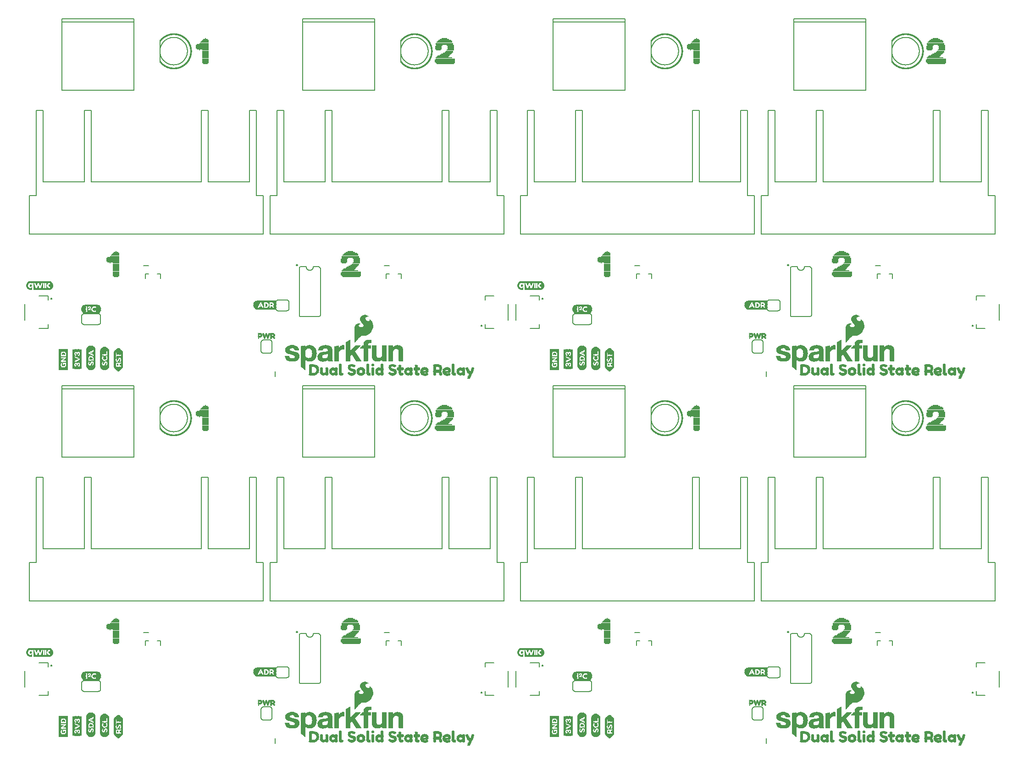
<source format=gto>
G04 EAGLE Gerber RS-274X export*
G75*
%MOMM*%
%FSLAX34Y34*%
%LPD*%
%INSilkscreen Top*%
%IPPOS*%
%AMOC8*
5,1,8,0,0,1.08239X$1,22.5*%
G01*
%ADD10C,0.203200*%
%ADD11R,0.180000X0.180000*%
%ADD12R,0.900000X0.180000*%
%ADD13R,1.260000X0.180000*%
%ADD14R,1.440000X0.180000*%
%ADD15R,1.620000X0.180000*%
%ADD16R,1.800000X0.180000*%
%ADD17R,2.160000X0.180000*%
%ADD18R,2.340000X0.180000*%
%ADD19R,1.080000X0.180000*%
%ADD20R,2.700000X0.180000*%
%ADD21R,2.880000X0.180000*%
%ADD22R,3.240000X0.180000*%
%ADD23R,1.980000X0.180000*%
%ADD24R,3.060000X0.180000*%
%ADD25R,3.600000X0.180000*%
%ADD26R,3.780000X0.180000*%
%ADD27R,0.040000X3.880000*%
%ADD28R,0.040000X0.840000*%
%ADD29R,0.040000X2.800000*%
%ADD30R,0.040000X0.760000*%
%ADD31R,0.040000X0.320000*%
%ADD32R,0.040000X0.480000*%
%ADD33R,0.040000X0.160000*%
%ADD34R,0.040000X0.680000*%
%ADD35R,0.040000X0.200000*%
%ADD36R,0.040000X0.400000*%
%ADD37R,0.040000X0.120000*%
%ADD38R,0.040000X0.640000*%
%ADD39R,0.040000X0.360000*%
%ADD40R,0.040000X0.560000*%
%ADD41R,0.040000X0.600000*%
%ADD42R,0.040000X0.520000*%
%ADD43R,0.040000X0.280000*%
%ADD44R,0.040000X0.240000*%
%ADD45R,0.040000X0.720000*%
%ADD46R,0.040000X0.440000*%
%ADD47R,0.040000X0.040000*%
%ADD48R,0.040000X0.080000*%
%ADD49R,0.040000X0.800000*%
%ADD50R,2.440000X0.040000*%
%ADD51R,2.680000X0.040000*%
%ADD52R,2.840000X0.040000*%
%ADD53R,3.000000X0.040000*%
%ADD54R,3.080000X0.040000*%
%ADD55R,3.160000X0.040000*%
%ADD56R,3.240000X0.040000*%
%ADD57R,1.240000X0.040000*%
%ADD58R,0.720000X0.040000*%
%ADD59R,1.000000X0.040000*%
%ADD60R,0.760000X0.040000*%
%ADD61R,0.200000X0.040000*%
%ADD62R,0.520000X0.040000*%
%ADD63R,0.880000X0.040000*%
%ADD64R,0.160000X0.040000*%
%ADD65R,0.400000X0.040000*%
%ADD66R,0.800000X0.040000*%
%ADD67R,0.320000X0.040000*%
%ADD68R,0.120000X0.040000*%
%ADD69R,0.280000X0.040000*%
%ADD70R,0.840000X0.040000*%
%ADD71R,0.080000X0.040000*%
%ADD72R,0.360000X0.040000*%
%ADD73R,0.960000X0.040000*%
%ADD74R,1.440000X0.040000*%
%ADD75R,1.480000X0.040000*%
%ADD76R,1.520000X0.040000*%
%ADD77R,0.240000X0.040000*%
%ADD78R,0.920000X0.040000*%
%ADD79R,1.040000X0.040000*%
%ADD80R,1.160000X0.040000*%
%ADD81R,0.040000X3.640000*%
%ADD82R,0.040000X1.800000*%
%ADD83R,0.040000X0.880000*%
%ADD84R,0.040000X3.080000*%
%ADD85R,0.040000X3.320000*%
%ADD86R,0.040000X3.480000*%
%ADD87R,0.040000X3.720000*%
%ADD88R,0.040000X3.800000*%
%ADD89R,0.040000X0.960000*%
%ADD90R,0.040000X1.240000*%
%ADD91R,0.040000X1.280000*%
%ADD92R,0.040000X1.320000*%
%ADD93R,0.040000X0.920000*%
%ADD94R,0.040000X1.000000*%
%ADD95R,0.040000X1.080000*%
%ADD96R,0.040000X3.560000*%
%ADD97R,0.040000X3.960000*%
%ADD98R,0.040000X4.040000*%
%ADD99R,0.040000X4.120000*%
%ADD100R,0.040000X3.040000*%
%ADD101R,0.040000X1.160000*%
%ADD102R,0.040000X1.120000*%
%ADD103R,0.040000X1.040000*%
%ADD104R,0.040000X1.360000*%
%ADD105R,3.640000X0.040000*%
%ADD106R,3.760000X0.040000*%
%ADD107R,3.840000X0.040000*%
%ADD108R,3.880000X0.040000*%
%ADD109R,3.920000X0.040000*%
%ADD110R,3.960000X0.040000*%
%ADD111R,4.000000X0.040000*%
%ADD112R,4.040000X0.040000*%
%ADD113R,1.120000X0.040000*%
%ADD114R,0.440000X0.040000*%
%ADD115R,0.640000X0.040000*%
%ADD116R,0.600000X0.040000*%
%ADD117R,0.480000X0.040000*%
%ADD118R,1.080000X0.040000*%
%ADD119R,0.560000X0.040000*%
%ADD120C,0.127000*%
%ADD121R,0.680000X0.040000*%
%ADD122R,0.040000X2.920000*%
%ADD123R,0.040000X3.000000*%
%ADD124R,0.040000X3.160000*%
%ADD125R,0.040000X3.240000*%
%ADD126R,0.040000X3.400000*%
%ADD127R,0.040000X1.640000*%
%ADD128R,0.040000X1.720000*%
%ADD129R,0.040000X1.200000*%
%ADD130C,0.025400*%
%ADD131C,0.152400*%
%ADD132R,0.320000X0.080000*%
%ADD133R,0.400000X0.080000*%
%ADD134R,0.640000X0.080000*%
%ADD135R,0.480000X0.080000*%
%ADD136R,0.560000X0.080000*%
%ADD137R,0.800000X0.080000*%
%ADD138R,1.120000X0.080000*%
%ADD139R,0.960000X0.080000*%
%ADD140R,0.160000X0.080000*%
%ADD141R,1.200000X0.080000*%
%ADD142R,1.360000X0.080000*%
%ADD143R,1.520000X0.080000*%
%ADD144R,1.280000X0.080000*%
%ADD145R,1.440000X0.080000*%
%ADD146R,1.600000X0.080000*%
%ADD147R,1.680000X0.080000*%
%ADD148R,0.240000X0.080000*%
%ADD149R,0.720000X0.080000*%
%ADD150R,1.040000X0.080000*%
%ADD151R,1.760000X0.080000*%
%ADD152R,0.880000X0.080000*%
%ADD153R,0.080000X0.080000*%

G36*
X1520455Y748600D02*
X1520455Y748600D01*
X1520539Y748603D01*
X1520540Y748603D01*
X1520541Y748603D01*
X1520619Y748646D01*
X1520692Y748685D01*
X1520692Y748686D01*
X1520693Y748686D01*
X1520697Y748692D01*
X1520780Y748800D01*
X1520865Y748969D01*
X1521137Y749332D01*
X1521729Y750023D01*
X1521733Y750030D01*
X1521740Y750037D01*
X1522432Y750926D01*
X1523320Y751913D01*
X1525520Y754313D01*
X1526719Y755612D01*
X1526723Y755618D01*
X1526729Y755623D01*
X1527925Y757018D01*
X1529119Y758312D01*
X1529120Y758313D01*
X1529121Y758314D01*
X1530109Y759400D01*
X1531071Y760266D01*
X1532128Y760939D01*
X1532605Y761177D01*
X1532605Y761178D01*
X1533073Y761411D01*
X1534187Y761690D01*
X1537940Y761690D01*
X1537960Y761695D01*
X1537987Y761693D01*
X1540387Y761993D01*
X1540415Y762003D01*
X1540455Y762008D01*
X1542655Y762708D01*
X1542666Y762714D01*
X1542681Y762717D01*
X1544681Y763517D01*
X1544705Y763534D01*
X1544743Y763549D01*
X1546643Y764749D01*
X1546658Y764764D01*
X1546682Y764776D01*
X1548382Y766176D01*
X1548395Y766194D01*
X1548417Y766210D01*
X1549917Y767810D01*
X1549925Y767824D01*
X1549940Y767837D01*
X1551340Y769637D01*
X1551346Y769650D01*
X1551350Y769653D01*
X1551355Y769665D01*
X1551372Y769685D01*
X1553372Y773285D01*
X1553382Y773320D01*
X1553407Y773371D01*
X1554407Y777071D01*
X1554408Y777103D01*
X1554420Y777148D01*
X1554620Y780648D01*
X1554614Y780681D01*
X1554616Y780729D01*
X1554116Y783929D01*
X1554105Y783955D01*
X1554099Y783994D01*
X1553099Y786894D01*
X1553082Y786922D01*
X1553065Y786968D01*
X1551665Y789268D01*
X1551642Y789291D01*
X1551617Y789331D01*
X1550017Y791031D01*
X1549984Y791052D01*
X1549933Y791098D01*
X1548233Y792098D01*
X1548171Y792117D01*
X1548112Y792143D01*
X1548089Y792142D01*
X1548067Y792149D01*
X1548004Y792139D01*
X1547939Y792137D01*
X1547919Y792126D01*
X1547896Y792122D01*
X1547844Y792085D01*
X1547787Y792054D01*
X1547774Y792035D01*
X1547755Y792022D01*
X1547724Y791965D01*
X1547687Y791912D01*
X1547682Y791887D01*
X1547673Y791869D01*
X1547672Y791831D01*
X1547660Y791770D01*
X1547660Y791570D01*
X1547668Y791533D01*
X1547677Y791468D01*
X1547677Y791457D01*
X1547679Y791455D01*
X1547679Y791450D01*
X1547760Y791208D01*
X1547760Y790232D01*
X1547588Y789716D01*
X1547337Y789215D01*
X1546943Y788899D01*
X1546362Y788650D01*
X1545867Y788650D01*
X1545235Y788741D01*
X1544492Y789019D01*
X1543720Y789405D01*
X1543046Y789791D01*
X1542387Y790261D01*
X1541231Y791417D01*
X1540761Y792076D01*
X1540389Y792726D01*
X1540220Y793232D01*
X1540220Y794308D01*
X1540388Y794810D01*
X1540651Y795249D01*
X1541112Y795802D01*
X1541752Y796351D01*
X1542132Y796541D01*
X1542486Y796718D01*
X1543325Y796997D01*
X1544064Y797090D01*
X1544709Y797090D01*
X1545262Y796998D01*
X1545648Y796901D01*
X1545684Y796901D01*
X1545740Y796890D01*
X1545840Y796890D01*
X1545865Y796896D01*
X1545891Y796893D01*
X1545949Y796915D01*
X1546009Y796929D01*
X1546029Y796946D01*
X1546053Y796955D01*
X1546095Y797000D01*
X1546142Y797039D01*
X1546153Y797063D01*
X1546170Y797082D01*
X1546188Y797141D01*
X1546213Y797198D01*
X1546212Y797223D01*
X1546220Y797248D01*
X1546209Y797309D01*
X1546207Y797371D01*
X1546194Y797393D01*
X1546190Y797419D01*
X1546142Y797490D01*
X1546124Y797523D01*
X1546116Y797529D01*
X1546109Y797539D01*
X1545909Y797739D01*
X1545889Y797751D01*
X1545868Y797774D01*
X1545068Y798374D01*
X1545042Y798386D01*
X1545010Y798410D01*
X1543810Y799010D01*
X1543805Y799011D01*
X1543801Y799015D01*
X1542301Y799715D01*
X1542268Y799722D01*
X1542223Y799741D01*
X1540423Y800141D01*
X1540395Y800141D01*
X1540359Y800150D01*
X1538359Y800250D01*
X1538321Y800243D01*
X1538256Y800241D01*
X1536056Y799741D01*
X1536025Y799726D01*
X1535976Y799713D01*
X1533676Y798613D01*
X1533646Y798589D01*
X1533588Y798555D01*
X1531888Y797055D01*
X1531867Y797025D01*
X1531827Y796985D01*
X1530727Y795385D01*
X1530712Y795349D01*
X1530677Y795283D01*
X1530177Y793683D01*
X1530174Y793644D01*
X1530160Y793570D01*
X1530160Y791870D01*
X1530167Y791837D01*
X1530169Y791788D01*
X1530569Y789988D01*
X1530586Y789953D01*
X1530612Y789877D01*
X1531612Y788177D01*
X1531623Y788166D01*
X1531632Y788147D01*
X1532932Y786347D01*
X1532952Y786330D01*
X1532971Y786301D01*
X1534662Y784611D01*
X1535911Y783169D01*
X1536465Y781784D01*
X1536554Y780533D01*
X1536106Y779458D01*
X1535379Y778458D01*
X1534293Y777824D01*
X1532879Y777447D01*
X1531379Y777353D01*
X1530368Y777629D01*
X1529530Y778002D01*
X1528901Y778451D01*
X1528454Y778988D01*
X1528089Y779626D01*
X1527920Y780132D01*
X1527920Y780708D01*
X1528088Y781210D01*
X1528342Y781634D01*
X1528676Y781968D01*
X1529636Y782544D01*
X1529648Y782556D01*
X1529668Y782566D01*
X1530007Y782820D01*
X1530332Y782901D01*
X1530362Y782916D01*
X1530451Y782954D01*
X1530663Y783095D01*
X1530809Y783129D01*
X1530942Y783239D01*
X1531013Y783398D01*
X1531007Y783571D01*
X1530924Y783723D01*
X1530782Y783823D01*
X1530640Y783850D01*
X1530502Y783850D01*
X1530271Y783927D01*
X1529781Y784123D01*
X1529746Y784128D01*
X1529694Y784146D01*
X1528994Y784246D01*
X1528970Y784244D01*
X1528940Y784250D01*
X1527240Y784250D01*
X1527212Y784244D01*
X1527172Y784244D01*
X1526072Y784044D01*
X1526055Y784037D01*
X1526031Y784034D01*
X1525031Y783734D01*
X1525018Y783727D01*
X1524999Y783723D01*
X1523999Y783323D01*
X1523972Y783304D01*
X1523929Y783286D01*
X1523029Y782686D01*
X1523020Y782677D01*
X1523007Y782670D01*
X1522107Y781970D01*
X1522082Y781940D01*
X1522063Y781921D01*
X1522040Y781902D01*
X1522037Y781896D01*
X1522029Y781888D01*
X1521329Y780888D01*
X1521318Y780861D01*
X1521294Y780827D01*
X1520794Y779727D01*
X1520791Y779713D01*
X1520782Y779698D01*
X1520282Y778298D01*
X1520278Y778264D01*
X1520263Y778217D01*
X1520063Y776617D01*
X1520065Y776596D01*
X1520060Y776570D01*
X1520060Y748970D01*
X1520080Y748885D01*
X1520099Y748803D01*
X1520099Y748802D01*
X1520099Y748801D01*
X1520156Y748733D01*
X1520208Y748669D01*
X1520209Y748668D01*
X1520287Y748633D01*
X1520366Y748597D01*
X1520367Y748597D01*
X1520368Y748597D01*
X1520455Y748600D01*
G37*
G36*
X613675Y748600D02*
X613675Y748600D01*
X613759Y748603D01*
X613760Y748603D01*
X613761Y748603D01*
X613839Y748646D01*
X613912Y748685D01*
X613912Y748686D01*
X613913Y748686D01*
X613917Y748692D01*
X614000Y748800D01*
X614085Y748969D01*
X614357Y749332D01*
X614949Y750023D01*
X614953Y750030D01*
X614960Y750037D01*
X615652Y750926D01*
X616540Y751913D01*
X618740Y754313D01*
X619939Y755612D01*
X619943Y755618D01*
X619949Y755623D01*
X621145Y757018D01*
X622339Y758312D01*
X622340Y758313D01*
X622341Y758314D01*
X623329Y759400D01*
X624291Y760266D01*
X625348Y760939D01*
X625825Y761177D01*
X625825Y761178D01*
X626293Y761411D01*
X627407Y761690D01*
X631160Y761690D01*
X631180Y761695D01*
X631207Y761693D01*
X633607Y761993D01*
X633635Y762003D01*
X633675Y762008D01*
X635875Y762708D01*
X635886Y762714D01*
X635901Y762717D01*
X637901Y763517D01*
X637925Y763534D01*
X637963Y763549D01*
X639863Y764749D01*
X639878Y764764D01*
X639902Y764776D01*
X641602Y766176D01*
X641615Y766194D01*
X641637Y766210D01*
X643137Y767810D01*
X643145Y767824D01*
X643160Y767837D01*
X644560Y769637D01*
X644566Y769650D01*
X644570Y769653D01*
X644575Y769665D01*
X644592Y769685D01*
X646592Y773285D01*
X646602Y773320D01*
X646627Y773371D01*
X647627Y777071D01*
X647628Y777103D01*
X647640Y777148D01*
X647840Y780648D01*
X647834Y780681D01*
X647836Y780729D01*
X647336Y783929D01*
X647325Y783955D01*
X647319Y783994D01*
X646319Y786894D01*
X646302Y786922D01*
X646285Y786968D01*
X644885Y789268D01*
X644862Y789291D01*
X644837Y789331D01*
X643237Y791031D01*
X643204Y791052D01*
X643153Y791098D01*
X641453Y792098D01*
X641391Y792117D01*
X641332Y792143D01*
X641309Y792142D01*
X641287Y792149D01*
X641224Y792139D01*
X641159Y792137D01*
X641139Y792126D01*
X641116Y792122D01*
X641064Y792085D01*
X641007Y792054D01*
X640994Y792035D01*
X640975Y792022D01*
X640944Y791965D01*
X640907Y791912D01*
X640902Y791887D01*
X640893Y791869D01*
X640892Y791831D01*
X640880Y791770D01*
X640880Y791570D01*
X640888Y791533D01*
X640897Y791468D01*
X640897Y791457D01*
X640899Y791455D01*
X640899Y791450D01*
X640980Y791208D01*
X640980Y790232D01*
X640808Y789716D01*
X640557Y789215D01*
X640163Y788899D01*
X639582Y788650D01*
X639087Y788650D01*
X638455Y788741D01*
X637712Y789019D01*
X636940Y789405D01*
X636266Y789791D01*
X635607Y790261D01*
X634451Y791417D01*
X633981Y792076D01*
X633609Y792726D01*
X633440Y793232D01*
X633440Y794308D01*
X633608Y794810D01*
X633871Y795249D01*
X634332Y795802D01*
X634972Y796351D01*
X635352Y796541D01*
X635706Y796718D01*
X636545Y796997D01*
X637284Y797090D01*
X637929Y797090D01*
X638482Y796998D01*
X638868Y796901D01*
X638904Y796901D01*
X638960Y796890D01*
X639060Y796890D01*
X639085Y796896D01*
X639111Y796893D01*
X639169Y796915D01*
X639229Y796929D01*
X639249Y796946D01*
X639273Y796955D01*
X639315Y797000D01*
X639362Y797039D01*
X639373Y797063D01*
X639390Y797082D01*
X639408Y797141D01*
X639433Y797198D01*
X639432Y797223D01*
X639440Y797248D01*
X639429Y797309D01*
X639427Y797371D01*
X639414Y797393D01*
X639410Y797419D01*
X639362Y797490D01*
X639344Y797523D01*
X639336Y797529D01*
X639329Y797539D01*
X639129Y797739D01*
X639109Y797751D01*
X639088Y797774D01*
X638288Y798374D01*
X638262Y798386D01*
X638230Y798410D01*
X637030Y799010D01*
X637025Y799011D01*
X637021Y799015D01*
X635521Y799715D01*
X635488Y799722D01*
X635443Y799741D01*
X633643Y800141D01*
X633615Y800141D01*
X633579Y800150D01*
X631579Y800250D01*
X631541Y800243D01*
X631476Y800241D01*
X629276Y799741D01*
X629245Y799726D01*
X629196Y799713D01*
X626896Y798613D01*
X626866Y798589D01*
X626808Y798555D01*
X625108Y797055D01*
X625087Y797025D01*
X625047Y796985D01*
X623947Y795385D01*
X623932Y795349D01*
X623897Y795283D01*
X623397Y793683D01*
X623394Y793644D01*
X623380Y793570D01*
X623380Y791870D01*
X623387Y791837D01*
X623389Y791788D01*
X623789Y789988D01*
X623806Y789953D01*
X623832Y789877D01*
X624832Y788177D01*
X624843Y788166D01*
X624852Y788147D01*
X626152Y786347D01*
X626172Y786330D01*
X626191Y786301D01*
X627882Y784611D01*
X629131Y783169D01*
X629685Y781784D01*
X629774Y780533D01*
X629326Y779458D01*
X628599Y778458D01*
X627513Y777824D01*
X626099Y777447D01*
X624599Y777353D01*
X623588Y777629D01*
X622750Y778002D01*
X622121Y778451D01*
X621674Y778988D01*
X621309Y779626D01*
X621140Y780132D01*
X621140Y780708D01*
X621308Y781210D01*
X621562Y781634D01*
X621896Y781968D01*
X622856Y782544D01*
X622868Y782556D01*
X622888Y782566D01*
X623227Y782820D01*
X623552Y782901D01*
X623582Y782916D01*
X623671Y782954D01*
X623883Y783095D01*
X624029Y783129D01*
X624162Y783239D01*
X624233Y783398D01*
X624227Y783571D01*
X624144Y783723D01*
X624002Y783823D01*
X623860Y783850D01*
X623722Y783850D01*
X623491Y783927D01*
X623001Y784123D01*
X622966Y784128D01*
X622914Y784146D01*
X622214Y784246D01*
X622190Y784244D01*
X622160Y784250D01*
X620460Y784250D01*
X620432Y784244D01*
X620392Y784244D01*
X619292Y784044D01*
X619275Y784037D01*
X619251Y784034D01*
X618251Y783734D01*
X618238Y783727D01*
X618219Y783723D01*
X617219Y783323D01*
X617192Y783304D01*
X617149Y783286D01*
X616249Y782686D01*
X616240Y782677D01*
X616227Y782670D01*
X615327Y781970D01*
X615302Y781940D01*
X615283Y781921D01*
X615260Y781902D01*
X615257Y781896D01*
X615249Y781888D01*
X614549Y780888D01*
X614538Y780861D01*
X614514Y780827D01*
X614014Y779727D01*
X614011Y779713D01*
X614002Y779698D01*
X613502Y778298D01*
X613498Y778264D01*
X613483Y778217D01*
X613283Y776617D01*
X613285Y776596D01*
X613280Y776570D01*
X613280Y748970D01*
X613300Y748885D01*
X613319Y748803D01*
X613319Y748802D01*
X613319Y748801D01*
X613376Y748733D01*
X613428Y748669D01*
X613429Y748668D01*
X613507Y748633D01*
X613586Y748597D01*
X613587Y748597D01*
X613588Y748597D01*
X613675Y748600D01*
G37*
G36*
X613675Y70420D02*
X613675Y70420D01*
X613759Y70423D01*
X613760Y70423D01*
X613761Y70423D01*
X613839Y70466D01*
X613912Y70505D01*
X613912Y70506D01*
X613913Y70506D01*
X613917Y70512D01*
X614000Y70620D01*
X614085Y70789D01*
X614357Y71152D01*
X614949Y71843D01*
X614953Y71850D01*
X614960Y71857D01*
X615652Y72746D01*
X616540Y73733D01*
X618740Y76133D01*
X619939Y77432D01*
X619943Y77438D01*
X619949Y77443D01*
X621145Y78838D01*
X622339Y80132D01*
X622340Y80133D01*
X622341Y80134D01*
X623329Y81220D01*
X624291Y82086D01*
X625348Y82759D01*
X625825Y82997D01*
X625825Y82998D01*
X626293Y83231D01*
X627407Y83510D01*
X631160Y83510D01*
X631180Y83515D01*
X631207Y83513D01*
X633607Y83813D01*
X633635Y83823D01*
X633675Y83828D01*
X635875Y84528D01*
X635886Y84534D01*
X635901Y84537D01*
X637901Y85337D01*
X637925Y85354D01*
X637963Y85369D01*
X639863Y86569D01*
X639878Y86584D01*
X639902Y86596D01*
X641602Y87996D01*
X641615Y88014D01*
X641637Y88030D01*
X643137Y89630D01*
X643145Y89644D01*
X643160Y89657D01*
X644560Y91457D01*
X644566Y91470D01*
X644570Y91473D01*
X644575Y91485D01*
X644592Y91505D01*
X646592Y95105D01*
X646602Y95140D01*
X646627Y95191D01*
X647627Y98891D01*
X647628Y98923D01*
X647640Y98968D01*
X647840Y102468D01*
X647834Y102501D01*
X647836Y102549D01*
X647336Y105749D01*
X647325Y105775D01*
X647319Y105814D01*
X646319Y108714D01*
X646302Y108742D01*
X646285Y108788D01*
X644885Y111088D01*
X644862Y111111D01*
X644837Y111151D01*
X643237Y112851D01*
X643204Y112872D01*
X643153Y112918D01*
X641453Y113918D01*
X641391Y113937D01*
X641332Y113963D01*
X641309Y113962D01*
X641287Y113969D01*
X641224Y113959D01*
X641159Y113957D01*
X641139Y113946D01*
X641116Y113942D01*
X641064Y113905D01*
X641007Y113874D01*
X640994Y113855D01*
X640975Y113842D01*
X640944Y113785D01*
X640907Y113732D01*
X640902Y113707D01*
X640893Y113689D01*
X640892Y113651D01*
X640880Y113590D01*
X640880Y113390D01*
X640888Y113353D01*
X640897Y113288D01*
X640897Y113277D01*
X640899Y113275D01*
X640899Y113270D01*
X640980Y113028D01*
X640980Y112052D01*
X640808Y111536D01*
X640557Y111035D01*
X640163Y110719D01*
X639582Y110470D01*
X639087Y110470D01*
X638455Y110561D01*
X637712Y110839D01*
X636940Y111225D01*
X636266Y111611D01*
X635607Y112081D01*
X634451Y113237D01*
X633981Y113896D01*
X633609Y114546D01*
X633440Y115052D01*
X633440Y116128D01*
X633608Y116630D01*
X633871Y117069D01*
X634332Y117622D01*
X634972Y118171D01*
X635352Y118361D01*
X635706Y118538D01*
X636545Y118817D01*
X637284Y118910D01*
X637929Y118910D01*
X638482Y118818D01*
X638868Y118721D01*
X638904Y118721D01*
X638960Y118710D01*
X639060Y118710D01*
X639085Y118716D01*
X639111Y118713D01*
X639169Y118735D01*
X639229Y118749D01*
X639249Y118766D01*
X639273Y118775D01*
X639315Y118820D01*
X639362Y118859D01*
X639373Y118883D01*
X639390Y118902D01*
X639408Y118961D01*
X639433Y119018D01*
X639432Y119043D01*
X639440Y119068D01*
X639429Y119129D01*
X639427Y119191D01*
X639414Y119213D01*
X639410Y119239D01*
X639362Y119310D01*
X639344Y119343D01*
X639336Y119349D01*
X639329Y119359D01*
X639129Y119559D01*
X639109Y119571D01*
X639088Y119594D01*
X638288Y120194D01*
X638262Y120206D01*
X638230Y120230D01*
X637030Y120830D01*
X637025Y120831D01*
X637021Y120835D01*
X635521Y121535D01*
X635488Y121542D01*
X635443Y121561D01*
X633643Y121961D01*
X633615Y121961D01*
X633579Y121970D01*
X631579Y122070D01*
X631541Y122063D01*
X631476Y122061D01*
X629276Y121561D01*
X629245Y121546D01*
X629196Y121533D01*
X626896Y120433D01*
X626866Y120409D01*
X626808Y120375D01*
X625108Y118875D01*
X625087Y118845D01*
X625047Y118805D01*
X623947Y117205D01*
X623932Y117169D01*
X623897Y117103D01*
X623397Y115503D01*
X623394Y115464D01*
X623380Y115390D01*
X623380Y113690D01*
X623387Y113657D01*
X623389Y113608D01*
X623789Y111808D01*
X623806Y111773D01*
X623832Y111697D01*
X624832Y109997D01*
X624843Y109986D01*
X624852Y109967D01*
X626152Y108167D01*
X626172Y108150D01*
X626191Y108121D01*
X627882Y106431D01*
X629131Y104989D01*
X629685Y103604D01*
X629774Y102353D01*
X629326Y101278D01*
X628599Y100278D01*
X627513Y99644D01*
X626099Y99267D01*
X624599Y99173D01*
X623588Y99449D01*
X622750Y99822D01*
X622121Y100271D01*
X621674Y100808D01*
X621309Y101446D01*
X621140Y101952D01*
X621140Y102528D01*
X621308Y103030D01*
X621562Y103454D01*
X621896Y103788D01*
X622856Y104364D01*
X622868Y104376D01*
X622888Y104386D01*
X623227Y104640D01*
X623552Y104721D01*
X623582Y104736D01*
X623671Y104774D01*
X623883Y104915D01*
X624029Y104949D01*
X624162Y105059D01*
X624233Y105218D01*
X624227Y105391D01*
X624144Y105543D01*
X624002Y105643D01*
X623860Y105670D01*
X623722Y105670D01*
X623491Y105747D01*
X623001Y105943D01*
X622966Y105948D01*
X622914Y105966D01*
X622214Y106066D01*
X622190Y106064D01*
X622160Y106070D01*
X620460Y106070D01*
X620432Y106064D01*
X620392Y106064D01*
X619292Y105864D01*
X619275Y105857D01*
X619251Y105854D01*
X618251Y105554D01*
X618238Y105547D01*
X618219Y105543D01*
X617219Y105143D01*
X617192Y105124D01*
X617149Y105106D01*
X616249Y104506D01*
X616240Y104497D01*
X616227Y104490D01*
X615327Y103790D01*
X615302Y103760D01*
X615283Y103741D01*
X615260Y103722D01*
X615257Y103716D01*
X615249Y103708D01*
X614549Y102708D01*
X614538Y102681D01*
X614514Y102647D01*
X614014Y101547D01*
X614011Y101533D01*
X614002Y101518D01*
X613502Y100118D01*
X613498Y100084D01*
X613483Y100037D01*
X613283Y98437D01*
X613285Y98416D01*
X613280Y98390D01*
X613280Y70790D01*
X613300Y70705D01*
X613319Y70623D01*
X613319Y70622D01*
X613319Y70621D01*
X613376Y70553D01*
X613428Y70489D01*
X613429Y70488D01*
X613507Y70453D01*
X613586Y70417D01*
X613587Y70417D01*
X613588Y70417D01*
X613675Y70420D01*
G37*
G36*
X1520455Y70420D02*
X1520455Y70420D01*
X1520539Y70423D01*
X1520540Y70423D01*
X1520541Y70423D01*
X1520619Y70466D01*
X1520692Y70505D01*
X1520692Y70506D01*
X1520693Y70506D01*
X1520697Y70512D01*
X1520780Y70620D01*
X1520865Y70789D01*
X1521137Y71152D01*
X1521729Y71843D01*
X1521733Y71850D01*
X1521740Y71857D01*
X1522432Y72746D01*
X1523320Y73733D01*
X1525520Y76133D01*
X1526719Y77432D01*
X1526723Y77438D01*
X1526729Y77443D01*
X1527925Y78838D01*
X1529119Y80132D01*
X1529120Y80133D01*
X1529121Y80134D01*
X1530109Y81220D01*
X1531071Y82086D01*
X1532128Y82759D01*
X1532605Y82997D01*
X1532605Y82998D01*
X1533073Y83231D01*
X1534187Y83510D01*
X1537940Y83510D01*
X1537960Y83515D01*
X1537987Y83513D01*
X1540387Y83813D01*
X1540415Y83823D01*
X1540455Y83828D01*
X1542655Y84528D01*
X1542666Y84534D01*
X1542681Y84537D01*
X1544681Y85337D01*
X1544705Y85354D01*
X1544743Y85369D01*
X1546643Y86569D01*
X1546658Y86584D01*
X1546682Y86596D01*
X1548382Y87996D01*
X1548395Y88014D01*
X1548417Y88030D01*
X1549917Y89630D01*
X1549925Y89644D01*
X1549940Y89657D01*
X1551340Y91457D01*
X1551346Y91470D01*
X1551350Y91473D01*
X1551355Y91485D01*
X1551372Y91505D01*
X1553372Y95105D01*
X1553382Y95140D01*
X1553407Y95191D01*
X1554407Y98891D01*
X1554408Y98923D01*
X1554420Y98968D01*
X1554620Y102468D01*
X1554614Y102501D01*
X1554616Y102549D01*
X1554116Y105749D01*
X1554105Y105775D01*
X1554099Y105814D01*
X1553099Y108714D01*
X1553082Y108742D01*
X1553065Y108788D01*
X1551665Y111088D01*
X1551642Y111111D01*
X1551617Y111151D01*
X1550017Y112851D01*
X1549984Y112872D01*
X1549933Y112918D01*
X1548233Y113918D01*
X1548171Y113937D01*
X1548112Y113963D01*
X1548089Y113962D01*
X1548067Y113969D01*
X1548004Y113959D01*
X1547939Y113957D01*
X1547919Y113946D01*
X1547896Y113942D01*
X1547844Y113905D01*
X1547787Y113874D01*
X1547774Y113855D01*
X1547755Y113842D01*
X1547724Y113785D01*
X1547687Y113732D01*
X1547682Y113707D01*
X1547673Y113689D01*
X1547672Y113651D01*
X1547660Y113590D01*
X1547660Y113390D01*
X1547668Y113353D01*
X1547677Y113288D01*
X1547677Y113277D01*
X1547679Y113275D01*
X1547679Y113270D01*
X1547760Y113028D01*
X1547760Y112052D01*
X1547588Y111536D01*
X1547337Y111035D01*
X1546943Y110719D01*
X1546362Y110470D01*
X1545867Y110470D01*
X1545235Y110561D01*
X1544492Y110839D01*
X1543720Y111225D01*
X1543046Y111611D01*
X1542387Y112081D01*
X1541231Y113237D01*
X1540761Y113896D01*
X1540389Y114546D01*
X1540220Y115052D01*
X1540220Y116128D01*
X1540388Y116630D01*
X1540651Y117069D01*
X1541112Y117622D01*
X1541752Y118171D01*
X1542132Y118361D01*
X1542486Y118538D01*
X1543325Y118817D01*
X1544064Y118910D01*
X1544709Y118910D01*
X1545262Y118818D01*
X1545648Y118721D01*
X1545684Y118721D01*
X1545740Y118710D01*
X1545840Y118710D01*
X1545865Y118716D01*
X1545891Y118713D01*
X1545949Y118735D01*
X1546009Y118749D01*
X1546029Y118766D01*
X1546053Y118775D01*
X1546095Y118820D01*
X1546142Y118859D01*
X1546153Y118883D01*
X1546170Y118902D01*
X1546188Y118961D01*
X1546213Y119018D01*
X1546212Y119043D01*
X1546220Y119068D01*
X1546209Y119129D01*
X1546207Y119191D01*
X1546194Y119213D01*
X1546190Y119239D01*
X1546142Y119310D01*
X1546124Y119343D01*
X1546116Y119349D01*
X1546109Y119359D01*
X1545909Y119559D01*
X1545889Y119571D01*
X1545868Y119594D01*
X1545068Y120194D01*
X1545042Y120206D01*
X1545010Y120230D01*
X1543810Y120830D01*
X1543805Y120831D01*
X1543801Y120835D01*
X1542301Y121535D01*
X1542268Y121542D01*
X1542223Y121561D01*
X1540423Y121961D01*
X1540395Y121961D01*
X1540359Y121970D01*
X1538359Y122070D01*
X1538321Y122063D01*
X1538256Y122061D01*
X1536056Y121561D01*
X1536025Y121546D01*
X1535976Y121533D01*
X1533676Y120433D01*
X1533646Y120409D01*
X1533588Y120375D01*
X1531888Y118875D01*
X1531867Y118845D01*
X1531827Y118805D01*
X1530727Y117205D01*
X1530712Y117169D01*
X1530677Y117103D01*
X1530177Y115503D01*
X1530174Y115464D01*
X1530160Y115390D01*
X1530160Y113690D01*
X1530167Y113657D01*
X1530169Y113608D01*
X1530569Y111808D01*
X1530586Y111773D01*
X1530612Y111697D01*
X1531612Y109997D01*
X1531623Y109986D01*
X1531632Y109967D01*
X1532932Y108167D01*
X1532952Y108150D01*
X1532971Y108121D01*
X1534662Y106431D01*
X1535911Y104989D01*
X1536465Y103604D01*
X1536554Y102353D01*
X1536106Y101278D01*
X1535379Y100278D01*
X1534293Y99644D01*
X1532879Y99267D01*
X1531379Y99173D01*
X1530368Y99449D01*
X1529530Y99822D01*
X1528901Y100271D01*
X1528454Y100808D01*
X1528089Y101446D01*
X1527920Y101952D01*
X1527920Y102528D01*
X1528088Y103030D01*
X1528342Y103454D01*
X1528676Y103788D01*
X1529636Y104364D01*
X1529648Y104376D01*
X1529668Y104386D01*
X1530007Y104640D01*
X1530332Y104721D01*
X1530362Y104736D01*
X1530451Y104774D01*
X1530663Y104915D01*
X1530809Y104949D01*
X1530942Y105059D01*
X1531013Y105218D01*
X1531007Y105391D01*
X1530924Y105543D01*
X1530782Y105643D01*
X1530640Y105670D01*
X1530502Y105670D01*
X1530271Y105747D01*
X1529781Y105943D01*
X1529746Y105948D01*
X1529694Y105966D01*
X1528994Y106066D01*
X1528970Y106064D01*
X1528940Y106070D01*
X1527240Y106070D01*
X1527212Y106064D01*
X1527172Y106064D01*
X1526072Y105864D01*
X1526055Y105857D01*
X1526031Y105854D01*
X1525031Y105554D01*
X1525018Y105547D01*
X1524999Y105543D01*
X1523999Y105143D01*
X1523972Y105124D01*
X1523929Y105106D01*
X1523029Y104506D01*
X1523020Y104497D01*
X1523007Y104490D01*
X1522107Y103790D01*
X1522082Y103760D01*
X1522063Y103741D01*
X1522040Y103722D01*
X1522037Y103716D01*
X1522029Y103708D01*
X1521329Y102708D01*
X1521318Y102681D01*
X1521294Y102647D01*
X1520794Y101547D01*
X1520791Y101533D01*
X1520782Y101518D01*
X1520282Y100118D01*
X1520278Y100084D01*
X1520263Y100037D01*
X1520063Y98437D01*
X1520065Y98416D01*
X1520060Y98390D01*
X1520060Y70790D01*
X1520080Y70705D01*
X1520099Y70623D01*
X1520099Y70622D01*
X1520099Y70621D01*
X1520156Y70553D01*
X1520208Y70489D01*
X1520209Y70488D01*
X1520287Y70453D01*
X1520366Y70417D01*
X1520367Y70417D01*
X1520368Y70417D01*
X1520455Y70420D01*
G37*
G36*
X522345Y19523D02*
X522345Y19523D01*
X522361Y19523D01*
X522424Y19558D01*
X522489Y19586D01*
X522499Y19599D01*
X522513Y19606D01*
X522554Y19664D01*
X522600Y19720D01*
X522604Y19735D01*
X522613Y19748D01*
X522638Y19880D01*
X522640Y19888D01*
X522640Y19889D01*
X522640Y19890D01*
X522640Y39206D01*
X522763Y39052D01*
X522770Y39047D01*
X522776Y39037D01*
X523576Y38137D01*
X523605Y38117D01*
X523642Y38079D01*
X524642Y37379D01*
X524659Y37372D01*
X524678Y37356D01*
X525778Y36756D01*
X525790Y36753D01*
X525803Y36744D01*
X526903Y36244D01*
X526931Y36238D01*
X526968Y36221D01*
X528168Y35921D01*
X528182Y35921D01*
X528198Y35915D01*
X529398Y35715D01*
X529413Y35716D01*
X529431Y35711D01*
X530731Y35611D01*
X530760Y35615D01*
X530799Y35612D01*
X533699Y35912D01*
X533733Y35924D01*
X533789Y35932D01*
X536289Y36832D01*
X536318Y36851D01*
X536364Y36869D01*
X538564Y38269D01*
X538591Y38297D01*
X538643Y38336D01*
X540343Y40236D01*
X540356Y40260D01*
X540381Y40286D01*
X541781Y42486D01*
X541792Y42517D01*
X541816Y42557D01*
X542716Y44957D01*
X542719Y44980D01*
X542731Y45008D01*
X543331Y47708D01*
X543331Y47732D01*
X543339Y47763D01*
X543539Y50563D01*
X543536Y50586D01*
X543539Y50615D01*
X543339Y53615D01*
X543332Y53638D01*
X543332Y53670D01*
X542732Y56470D01*
X542726Y56483D01*
X542725Y56495D01*
X542720Y56504D01*
X542718Y56519D01*
X541818Y59019D01*
X541800Y59046D01*
X541785Y59088D01*
X540385Y61388D01*
X540362Y61411D01*
X540336Y61452D01*
X538536Y63352D01*
X538508Y63370D01*
X538474Y63404D01*
X536274Y64904D01*
X536238Y64918D01*
X536180Y64951D01*
X533480Y65851D01*
X533446Y65854D01*
X533397Y65868D01*
X530297Y66168D01*
X530268Y66165D01*
X530228Y66169D01*
X529029Y66069D01*
X527731Y65969D01*
X527696Y65958D01*
X527640Y65951D01*
X526440Y65551D01*
X526436Y65548D01*
X526430Y65547D01*
X525330Y65147D01*
X525305Y65131D01*
X525264Y65116D01*
X524264Y64516D01*
X524243Y64495D01*
X524207Y64474D01*
X523307Y63674D01*
X523302Y63666D01*
X523291Y63659D01*
X522391Y62759D01*
X522378Y62737D01*
X522352Y62714D01*
X522240Y62559D01*
X522240Y64990D01*
X522224Y65060D01*
X522213Y65131D01*
X522204Y65143D01*
X522201Y65159D01*
X522155Y65214D01*
X522114Y65273D01*
X522101Y65280D01*
X522091Y65292D01*
X522025Y65322D01*
X521962Y65356D01*
X521945Y65358D01*
X521932Y65363D01*
X521894Y65362D01*
X521818Y65368D01*
X520918Y65268D01*
X520904Y65263D01*
X520885Y65263D01*
X519885Y65063D01*
X519882Y65061D01*
X519878Y65061D01*
X518998Y64866D01*
X518118Y64768D01*
X518101Y64762D01*
X518078Y64761D01*
X517200Y64566D01*
X516222Y64468D01*
X516203Y64462D01*
X516178Y64461D01*
X514378Y64061D01*
X514369Y64057D01*
X514359Y64057D01*
X514291Y64020D01*
X514221Y63986D01*
X514215Y63979D01*
X514207Y63974D01*
X514163Y63911D01*
X514115Y63849D01*
X514113Y63840D01*
X514107Y63832D01*
X514080Y63690D01*
X514080Y26790D01*
X514099Y26707D01*
X514118Y26623D01*
X514119Y26622D01*
X514119Y26621D01*
X514125Y26615D01*
X514206Y26507D01*
X515206Y25607D01*
X515207Y25607D01*
X515207Y25606D01*
X516107Y24806D01*
X517106Y23907D01*
X517114Y23903D01*
X517122Y23893D01*
X518106Y23106D01*
X518991Y22221D01*
X518999Y22216D01*
X519006Y22207D01*
X520006Y21307D01*
X520014Y21303D01*
X520022Y21293D01*
X521014Y20500D01*
X522006Y19607D01*
X522019Y19600D01*
X522029Y19588D01*
X522095Y19558D01*
X522157Y19524D01*
X522173Y19523D01*
X522188Y19517D01*
X522259Y19519D01*
X522331Y19516D01*
X522345Y19523D01*
G37*
G36*
X1429125Y19523D02*
X1429125Y19523D01*
X1429141Y19523D01*
X1429204Y19558D01*
X1429269Y19586D01*
X1429279Y19599D01*
X1429293Y19606D01*
X1429334Y19664D01*
X1429380Y19720D01*
X1429384Y19735D01*
X1429393Y19748D01*
X1429418Y19880D01*
X1429420Y19888D01*
X1429420Y19889D01*
X1429420Y19890D01*
X1429420Y39206D01*
X1429543Y39052D01*
X1429550Y39047D01*
X1429556Y39037D01*
X1430356Y38137D01*
X1430385Y38117D01*
X1430422Y38079D01*
X1431422Y37379D01*
X1431439Y37372D01*
X1431458Y37356D01*
X1432558Y36756D01*
X1432570Y36753D01*
X1432583Y36744D01*
X1433683Y36244D01*
X1433711Y36238D01*
X1433748Y36221D01*
X1434948Y35921D01*
X1434962Y35921D01*
X1434978Y35915D01*
X1436178Y35715D01*
X1436193Y35716D01*
X1436211Y35711D01*
X1437511Y35611D01*
X1437540Y35615D01*
X1437579Y35612D01*
X1440479Y35912D01*
X1440513Y35924D01*
X1440569Y35932D01*
X1443069Y36832D01*
X1443098Y36851D01*
X1443144Y36869D01*
X1445344Y38269D01*
X1445371Y38297D01*
X1445423Y38336D01*
X1447123Y40236D01*
X1447136Y40260D01*
X1447161Y40286D01*
X1448561Y42486D01*
X1448572Y42517D01*
X1448596Y42557D01*
X1449496Y44957D01*
X1449499Y44980D01*
X1449511Y45008D01*
X1450111Y47708D01*
X1450111Y47732D01*
X1450119Y47763D01*
X1450319Y50563D01*
X1450316Y50586D01*
X1450319Y50615D01*
X1450119Y53615D01*
X1450112Y53638D01*
X1450112Y53670D01*
X1449512Y56470D01*
X1449506Y56483D01*
X1449505Y56495D01*
X1449500Y56504D01*
X1449498Y56519D01*
X1448598Y59019D01*
X1448580Y59046D01*
X1448565Y59088D01*
X1447165Y61388D01*
X1447142Y61411D01*
X1447116Y61452D01*
X1445316Y63352D01*
X1445288Y63370D01*
X1445254Y63404D01*
X1443054Y64904D01*
X1443018Y64918D01*
X1442960Y64951D01*
X1440260Y65851D01*
X1440226Y65854D01*
X1440177Y65868D01*
X1437077Y66168D01*
X1437048Y66165D01*
X1437008Y66169D01*
X1435809Y66069D01*
X1434511Y65969D01*
X1434476Y65958D01*
X1434420Y65951D01*
X1433220Y65551D01*
X1433216Y65548D01*
X1433210Y65547D01*
X1432110Y65147D01*
X1432085Y65131D01*
X1432044Y65116D01*
X1431044Y64516D01*
X1431023Y64495D01*
X1430987Y64474D01*
X1430087Y63674D01*
X1430082Y63666D01*
X1430071Y63659D01*
X1429171Y62759D01*
X1429158Y62737D01*
X1429132Y62714D01*
X1429020Y62559D01*
X1429020Y64990D01*
X1429004Y65060D01*
X1428993Y65131D01*
X1428984Y65143D01*
X1428981Y65159D01*
X1428935Y65214D01*
X1428894Y65273D01*
X1428881Y65280D01*
X1428871Y65292D01*
X1428805Y65322D01*
X1428742Y65356D01*
X1428725Y65358D01*
X1428712Y65363D01*
X1428674Y65362D01*
X1428598Y65368D01*
X1427698Y65268D01*
X1427684Y65263D01*
X1427665Y65263D01*
X1426665Y65063D01*
X1426662Y65061D01*
X1426658Y65061D01*
X1425778Y64866D01*
X1424898Y64768D01*
X1424881Y64762D01*
X1424858Y64761D01*
X1423980Y64566D01*
X1423002Y64468D01*
X1422983Y64462D01*
X1422958Y64461D01*
X1421158Y64061D01*
X1421149Y64057D01*
X1421139Y64057D01*
X1421071Y64020D01*
X1421001Y63986D01*
X1420995Y63979D01*
X1420987Y63974D01*
X1420943Y63911D01*
X1420895Y63849D01*
X1420893Y63840D01*
X1420887Y63832D01*
X1420860Y63690D01*
X1420860Y26790D01*
X1420879Y26707D01*
X1420898Y26623D01*
X1420899Y26622D01*
X1420899Y26621D01*
X1420905Y26615D01*
X1420986Y26507D01*
X1421986Y25607D01*
X1421987Y25607D01*
X1421987Y25606D01*
X1422887Y24806D01*
X1423886Y23907D01*
X1423894Y23903D01*
X1423902Y23893D01*
X1424886Y23106D01*
X1425771Y22221D01*
X1425779Y22216D01*
X1425786Y22207D01*
X1426786Y21307D01*
X1426794Y21303D01*
X1426802Y21293D01*
X1427794Y20500D01*
X1428786Y19607D01*
X1428799Y19600D01*
X1428809Y19588D01*
X1428875Y19558D01*
X1428937Y19524D01*
X1428953Y19523D01*
X1428968Y19517D01*
X1429039Y19519D01*
X1429111Y19516D01*
X1429125Y19523D01*
G37*
G36*
X1429125Y697703D02*
X1429125Y697703D01*
X1429141Y697703D01*
X1429204Y697738D01*
X1429269Y697766D01*
X1429279Y697779D01*
X1429293Y697786D01*
X1429334Y697844D01*
X1429380Y697900D01*
X1429384Y697915D01*
X1429393Y697928D01*
X1429418Y698060D01*
X1429420Y698068D01*
X1429420Y698069D01*
X1429420Y698070D01*
X1429420Y717386D01*
X1429543Y717232D01*
X1429550Y717227D01*
X1429556Y717217D01*
X1430356Y716317D01*
X1430385Y716297D01*
X1430422Y716259D01*
X1431422Y715559D01*
X1431439Y715552D01*
X1431458Y715536D01*
X1432558Y714936D01*
X1432570Y714933D01*
X1432583Y714924D01*
X1433683Y714424D01*
X1433711Y714418D01*
X1433748Y714401D01*
X1434948Y714101D01*
X1434962Y714101D01*
X1434978Y714095D01*
X1436178Y713895D01*
X1436193Y713896D01*
X1436211Y713891D01*
X1437511Y713791D01*
X1437540Y713795D01*
X1437579Y713792D01*
X1440479Y714092D01*
X1440513Y714104D01*
X1440569Y714112D01*
X1443069Y715012D01*
X1443098Y715031D01*
X1443144Y715049D01*
X1445344Y716449D01*
X1445371Y716477D01*
X1445423Y716516D01*
X1447123Y718416D01*
X1447136Y718440D01*
X1447161Y718466D01*
X1448561Y720666D01*
X1448572Y720697D01*
X1448596Y720737D01*
X1449496Y723137D01*
X1449499Y723160D01*
X1449511Y723188D01*
X1450111Y725888D01*
X1450111Y725912D01*
X1450119Y725943D01*
X1450319Y728743D01*
X1450316Y728766D01*
X1450319Y728795D01*
X1450119Y731795D01*
X1450112Y731818D01*
X1450112Y731850D01*
X1449512Y734650D01*
X1449506Y734663D01*
X1449505Y734675D01*
X1449500Y734684D01*
X1449498Y734699D01*
X1448598Y737199D01*
X1448580Y737226D01*
X1448565Y737268D01*
X1447165Y739568D01*
X1447142Y739591D01*
X1447116Y739632D01*
X1445316Y741532D01*
X1445288Y741550D01*
X1445254Y741584D01*
X1443054Y743084D01*
X1443018Y743098D01*
X1442960Y743131D01*
X1440260Y744031D01*
X1440226Y744034D01*
X1440177Y744048D01*
X1437077Y744348D01*
X1437048Y744345D01*
X1437008Y744349D01*
X1435809Y744249D01*
X1434511Y744149D01*
X1434476Y744138D01*
X1434420Y744131D01*
X1433220Y743731D01*
X1433216Y743728D01*
X1433210Y743727D01*
X1432110Y743327D01*
X1432085Y743311D01*
X1432044Y743296D01*
X1431044Y742696D01*
X1431023Y742675D01*
X1430987Y742654D01*
X1430087Y741854D01*
X1430082Y741846D01*
X1430071Y741839D01*
X1429171Y740939D01*
X1429158Y740917D01*
X1429132Y740894D01*
X1429020Y740739D01*
X1429020Y743170D01*
X1429004Y743240D01*
X1428993Y743311D01*
X1428984Y743323D01*
X1428981Y743339D01*
X1428935Y743394D01*
X1428894Y743453D01*
X1428881Y743460D01*
X1428871Y743472D01*
X1428805Y743502D01*
X1428742Y743536D01*
X1428725Y743538D01*
X1428712Y743543D01*
X1428674Y743542D01*
X1428598Y743548D01*
X1427698Y743448D01*
X1427684Y743443D01*
X1427665Y743443D01*
X1426665Y743243D01*
X1426662Y743241D01*
X1426658Y743241D01*
X1425778Y743046D01*
X1424898Y742948D01*
X1424881Y742942D01*
X1424858Y742941D01*
X1423980Y742746D01*
X1423002Y742648D01*
X1422983Y742642D01*
X1422958Y742641D01*
X1421158Y742241D01*
X1421149Y742237D01*
X1421139Y742237D01*
X1421071Y742200D01*
X1421001Y742166D01*
X1420995Y742159D01*
X1420987Y742154D01*
X1420943Y742091D01*
X1420895Y742029D01*
X1420893Y742020D01*
X1420887Y742012D01*
X1420860Y741870D01*
X1420860Y704970D01*
X1420879Y704887D01*
X1420898Y704803D01*
X1420899Y704802D01*
X1420899Y704801D01*
X1420905Y704795D01*
X1420986Y704687D01*
X1421986Y703787D01*
X1421987Y703787D01*
X1421987Y703786D01*
X1422887Y702986D01*
X1423886Y702087D01*
X1423894Y702083D01*
X1423902Y702073D01*
X1424886Y701286D01*
X1425771Y700401D01*
X1425779Y700396D01*
X1425786Y700387D01*
X1426786Y699487D01*
X1426794Y699483D01*
X1426802Y699473D01*
X1427794Y698680D01*
X1428786Y697787D01*
X1428799Y697780D01*
X1428809Y697768D01*
X1428875Y697738D01*
X1428937Y697704D01*
X1428953Y697703D01*
X1428968Y697697D01*
X1429039Y697699D01*
X1429111Y697696D01*
X1429125Y697703D01*
G37*
G36*
X522345Y697703D02*
X522345Y697703D01*
X522361Y697703D01*
X522424Y697738D01*
X522489Y697766D01*
X522499Y697779D01*
X522513Y697786D01*
X522554Y697844D01*
X522600Y697900D01*
X522604Y697915D01*
X522613Y697928D01*
X522638Y698060D01*
X522640Y698068D01*
X522640Y698069D01*
X522640Y698070D01*
X522640Y717386D01*
X522763Y717232D01*
X522770Y717227D01*
X522776Y717217D01*
X523576Y716317D01*
X523605Y716297D01*
X523642Y716259D01*
X524642Y715559D01*
X524659Y715552D01*
X524678Y715536D01*
X525778Y714936D01*
X525790Y714933D01*
X525803Y714924D01*
X526903Y714424D01*
X526931Y714418D01*
X526968Y714401D01*
X528168Y714101D01*
X528182Y714101D01*
X528198Y714095D01*
X529398Y713895D01*
X529413Y713896D01*
X529431Y713891D01*
X530731Y713791D01*
X530760Y713795D01*
X530799Y713792D01*
X533699Y714092D01*
X533733Y714104D01*
X533789Y714112D01*
X536289Y715012D01*
X536318Y715031D01*
X536364Y715049D01*
X538564Y716449D01*
X538591Y716477D01*
X538643Y716516D01*
X540343Y718416D01*
X540356Y718440D01*
X540381Y718466D01*
X541781Y720666D01*
X541792Y720697D01*
X541816Y720737D01*
X542716Y723137D01*
X542719Y723160D01*
X542731Y723188D01*
X543331Y725888D01*
X543331Y725912D01*
X543339Y725943D01*
X543539Y728743D01*
X543536Y728766D01*
X543539Y728795D01*
X543339Y731795D01*
X543332Y731818D01*
X543332Y731850D01*
X542732Y734650D01*
X542726Y734663D01*
X542725Y734675D01*
X542720Y734684D01*
X542718Y734699D01*
X541818Y737199D01*
X541800Y737226D01*
X541785Y737268D01*
X540385Y739568D01*
X540362Y739591D01*
X540336Y739632D01*
X538536Y741532D01*
X538508Y741550D01*
X538474Y741584D01*
X536274Y743084D01*
X536238Y743098D01*
X536180Y743131D01*
X533480Y744031D01*
X533446Y744034D01*
X533397Y744048D01*
X530297Y744348D01*
X530268Y744345D01*
X530228Y744349D01*
X529029Y744249D01*
X527731Y744149D01*
X527696Y744138D01*
X527640Y744131D01*
X526440Y743731D01*
X526436Y743728D01*
X526430Y743727D01*
X525330Y743327D01*
X525305Y743311D01*
X525264Y743296D01*
X524264Y742696D01*
X524243Y742675D01*
X524207Y742654D01*
X523307Y741854D01*
X523302Y741846D01*
X523291Y741839D01*
X522391Y740939D01*
X522378Y740917D01*
X522352Y740894D01*
X522240Y740739D01*
X522240Y743170D01*
X522224Y743240D01*
X522213Y743311D01*
X522204Y743323D01*
X522201Y743339D01*
X522155Y743394D01*
X522114Y743453D01*
X522101Y743460D01*
X522091Y743472D01*
X522025Y743502D01*
X521962Y743536D01*
X521945Y743538D01*
X521932Y743543D01*
X521894Y743542D01*
X521818Y743548D01*
X520918Y743448D01*
X520904Y743443D01*
X520885Y743443D01*
X519885Y743243D01*
X519882Y743241D01*
X519878Y743241D01*
X518998Y743046D01*
X518118Y742948D01*
X518101Y742942D01*
X518078Y742941D01*
X517200Y742746D01*
X516222Y742648D01*
X516203Y742642D01*
X516178Y742641D01*
X514378Y742241D01*
X514369Y742237D01*
X514359Y742237D01*
X514291Y742200D01*
X514221Y742166D01*
X514215Y742159D01*
X514207Y742154D01*
X514163Y742091D01*
X514115Y742029D01*
X514113Y742020D01*
X514107Y742012D01*
X514080Y741870D01*
X514080Y704970D01*
X514099Y704887D01*
X514118Y704803D01*
X514119Y704802D01*
X514119Y704801D01*
X514125Y704795D01*
X514206Y704687D01*
X515206Y703787D01*
X515207Y703787D01*
X515207Y703786D01*
X516107Y702986D01*
X517106Y702087D01*
X517114Y702083D01*
X517122Y702073D01*
X518106Y701286D01*
X518991Y700401D01*
X518999Y700396D01*
X519006Y700387D01*
X520006Y699487D01*
X520014Y699483D01*
X520022Y699473D01*
X521014Y698680D01*
X522006Y697787D01*
X522019Y697780D01*
X522029Y697768D01*
X522095Y697738D01*
X522157Y697704D01*
X522173Y697703D01*
X522188Y697697D01*
X522259Y697699D01*
X522331Y697696D01*
X522345Y697703D01*
G37*
G36*
X21212Y846383D02*
X21212Y846383D01*
X48709Y846383D01*
X48711Y846384D01*
X48713Y846383D01*
X49240Y846416D01*
X49241Y846416D01*
X49243Y846416D01*
X50295Y846522D01*
X50297Y846524D01*
X50301Y846523D01*
X50817Y846630D01*
X50819Y846632D01*
X50822Y846631D01*
X51833Y846945D01*
X51834Y846947D01*
X51838Y846947D01*
X52323Y847152D01*
X52325Y847154D01*
X52329Y847154D01*
X53258Y847659D01*
X53260Y847662D01*
X53264Y847662D01*
X53698Y847960D01*
X53699Y847963D01*
X53702Y847964D01*
X54518Y848637D01*
X54519Y848640D01*
X54523Y848642D01*
X54888Y849021D01*
X54889Y849023D01*
X54891Y849025D01*
X55564Y849840D01*
X55565Y849844D01*
X55569Y849847D01*
X55850Y850292D01*
X55850Y850294D01*
X55852Y850296D01*
X56357Y851225D01*
X56356Y851229D01*
X56360Y851233D01*
X56546Y851726D01*
X56545Y851728D01*
X56547Y851730D01*
X56861Y852740D01*
X56860Y852744D01*
X56863Y852748D01*
X56948Y853268D01*
X56947Y853269D01*
X56949Y853272D01*
X57055Y854324D01*
X57053Y854327D01*
X57055Y854331D01*
X57047Y854857D01*
X57045Y854859D01*
X57046Y854863D01*
X56940Y855915D01*
X56938Y855917D01*
X56939Y855921D01*
X56837Y856437D01*
X56835Y856439D01*
X56835Y856443D01*
X56522Y857453D01*
X56519Y857455D01*
X56520Y857459D01*
X56318Y857945D01*
X56316Y857947D01*
X56316Y857951D01*
X55811Y858880D01*
X55809Y858882D01*
X55808Y858886D01*
X55513Y859322D01*
X55511Y859323D01*
X55510Y859327D01*
X54837Y860142D01*
X54834Y860143D01*
X54832Y860147D01*
X54455Y860515D01*
X54453Y860516D01*
X54452Y860519D01*
X53636Y861192D01*
X53632Y861192D01*
X53630Y861196D01*
X53186Y861480D01*
X53184Y861480D01*
X53183Y861483D01*
X52253Y861987D01*
X52249Y861987D01*
X52246Y861991D01*
X51754Y862180D01*
X51752Y862180D01*
X51750Y862181D01*
X50740Y862495D01*
X50737Y862494D01*
X50732Y862497D01*
X50214Y862587D01*
X50212Y862586D01*
X50209Y862587D01*
X49157Y862693D01*
X48916Y862718D01*
X48913Y862716D01*
X48910Y862718D01*
X15594Y862718D01*
X15065Y862713D01*
X15063Y862711D01*
X15060Y862712D01*
X13481Y862553D01*
X13477Y862550D01*
X13469Y862551D01*
X11954Y862081D01*
X11950Y862076D01*
X11942Y862076D01*
X10549Y861319D01*
X10546Y861314D01*
X10539Y861312D01*
X9321Y860296D01*
X9319Y860291D01*
X9312Y860287D01*
X8314Y859056D01*
X8314Y859051D01*
X8308Y859046D01*
X7803Y858117D01*
X7804Y858116D01*
X7802Y858115D01*
X7567Y857643D01*
X7568Y857638D01*
X7563Y857633D01*
X7250Y856623D01*
X7250Y856622D01*
X7249Y856621D01*
X7110Y856113D01*
X7111Y856108D01*
X7108Y856102D01*
X6955Y854524D01*
X6958Y854519D01*
X6955Y854511D01*
X7115Y852933D01*
X7118Y852929D01*
X7117Y852921D01*
X7583Y851405D01*
X7587Y851401D01*
X7588Y851393D01*
X8339Y849997D01*
X8344Y849994D01*
X8346Y849987D01*
X8409Y849911D01*
X8616Y849660D01*
X8617Y849660D01*
X8824Y849409D01*
X9032Y849158D01*
X9240Y848907D01*
X9357Y848765D01*
X9363Y848763D01*
X9366Y848756D01*
X10596Y847755D01*
X10601Y847755D01*
X10606Y847749D01*
X12006Y847005D01*
X12011Y847006D01*
X12017Y847000D01*
X13535Y846543D01*
X13540Y846545D01*
X13547Y846541D01*
X15125Y846383D01*
X15128Y846384D01*
X15131Y846383D01*
X17628Y846383D01*
X17647Y846395D01*
X17670Y846399D01*
X17676Y846414D01*
X17685Y846419D01*
X17683Y846430D01*
X17690Y846446D01*
X17689Y846595D01*
X17689Y850978D01*
X17682Y850989D01*
X17684Y851002D01*
X17665Y851015D01*
X17652Y851035D01*
X17639Y851033D01*
X17628Y851041D01*
X17594Y851027D01*
X17585Y851025D01*
X17583Y851022D01*
X17580Y851021D01*
X17358Y850782D01*
X16977Y850428D01*
X16544Y850144D01*
X16072Y849931D01*
X15570Y849805D01*
X15054Y849748D01*
X14533Y849769D01*
X14014Y849818D01*
X13512Y849955D01*
X13021Y850125D01*
X12568Y850379D01*
X12151Y850687D01*
X11764Y851033D01*
X11456Y851452D01*
X11179Y851892D01*
X10964Y852367D01*
X10804Y852862D01*
X10679Y853369D01*
X10580Y854411D01*
X10645Y855455D01*
X10760Y855964D01*
X10893Y856469D01*
X11109Y856942D01*
X11363Y857397D01*
X11669Y857817D01*
X12041Y858178D01*
X12444Y858503D01*
X12898Y858756D01*
X13382Y858944D01*
X13879Y859095D01*
X14920Y859175D01*
X15437Y859126D01*
X15943Y859011D01*
X16425Y858821D01*
X16867Y858552D01*
X17268Y858219D01*
X17583Y857924D01*
X17594Y857922D01*
X17600Y857913D01*
X17625Y857917D01*
X17650Y857912D01*
X17656Y857921D01*
X17667Y857923D01*
X17686Y857964D01*
X17689Y857968D01*
X17688Y857969D01*
X17689Y857970D01*
X17689Y859025D01*
X17693Y859078D01*
X20638Y859078D01*
X20638Y846438D01*
X20650Y846419D01*
X20654Y846396D01*
X20669Y846390D01*
X20674Y846381D01*
X20685Y846383D01*
X20701Y846376D01*
X21212Y846383D01*
G37*
G36*
X927992Y846383D02*
X927992Y846383D01*
X955489Y846383D01*
X955491Y846384D01*
X955493Y846383D01*
X956020Y846416D01*
X956021Y846416D01*
X956023Y846416D01*
X957075Y846522D01*
X957077Y846524D01*
X957081Y846523D01*
X957597Y846630D01*
X957599Y846632D01*
X957602Y846631D01*
X958613Y846945D01*
X958614Y846947D01*
X958618Y846947D01*
X959103Y847152D01*
X959105Y847154D01*
X959109Y847154D01*
X960038Y847659D01*
X960040Y847662D01*
X960044Y847662D01*
X960478Y847960D01*
X960479Y847963D01*
X960482Y847964D01*
X961298Y848637D01*
X961299Y848640D01*
X961303Y848642D01*
X961668Y849021D01*
X961669Y849023D01*
X961671Y849025D01*
X962344Y849840D01*
X962345Y849844D01*
X962349Y849847D01*
X962630Y850292D01*
X962630Y850294D01*
X962632Y850296D01*
X963137Y851225D01*
X963136Y851229D01*
X963140Y851233D01*
X963326Y851726D01*
X963325Y851728D01*
X963327Y851730D01*
X963641Y852740D01*
X963640Y852744D01*
X963643Y852748D01*
X963728Y853268D01*
X963727Y853269D01*
X963729Y853272D01*
X963835Y854324D01*
X963833Y854327D01*
X963835Y854331D01*
X963827Y854857D01*
X963825Y854859D01*
X963826Y854863D01*
X963720Y855915D01*
X963718Y855917D01*
X963719Y855921D01*
X963617Y856437D01*
X963615Y856439D01*
X963615Y856443D01*
X963302Y857453D01*
X963299Y857455D01*
X963300Y857459D01*
X963098Y857945D01*
X963096Y857947D01*
X963096Y857951D01*
X962591Y858880D01*
X962589Y858882D01*
X962588Y858886D01*
X962293Y859322D01*
X962291Y859323D01*
X962290Y859327D01*
X961617Y860142D01*
X961614Y860143D01*
X961612Y860147D01*
X961235Y860515D01*
X961233Y860516D01*
X961232Y860519D01*
X960416Y861192D01*
X960412Y861192D01*
X960410Y861196D01*
X959966Y861480D01*
X959964Y861480D01*
X959963Y861483D01*
X959033Y861987D01*
X959029Y861987D01*
X959026Y861991D01*
X958534Y862180D01*
X958532Y862180D01*
X958530Y862181D01*
X957520Y862495D01*
X957517Y862494D01*
X957512Y862497D01*
X956994Y862587D01*
X956992Y862586D01*
X956989Y862587D01*
X955937Y862693D01*
X955696Y862718D01*
X955693Y862716D01*
X955690Y862718D01*
X922374Y862718D01*
X921845Y862713D01*
X921843Y862711D01*
X921840Y862712D01*
X920261Y862553D01*
X920257Y862550D01*
X920249Y862551D01*
X918734Y862081D01*
X918730Y862076D01*
X918722Y862076D01*
X917329Y861319D01*
X917326Y861314D01*
X917319Y861312D01*
X916101Y860296D01*
X916099Y860291D01*
X916092Y860287D01*
X915094Y859056D01*
X915094Y859051D01*
X915088Y859046D01*
X914583Y858117D01*
X914584Y858116D01*
X914582Y858115D01*
X914347Y857643D01*
X914348Y857638D01*
X914343Y857633D01*
X914030Y856623D01*
X914030Y856622D01*
X914029Y856621D01*
X913890Y856113D01*
X913891Y856108D01*
X913888Y856102D01*
X913735Y854524D01*
X913738Y854519D01*
X913735Y854511D01*
X913895Y852933D01*
X913898Y852929D01*
X913897Y852921D01*
X914363Y851405D01*
X914367Y851401D01*
X914368Y851393D01*
X915119Y849997D01*
X915124Y849994D01*
X915126Y849987D01*
X915189Y849911D01*
X915396Y849660D01*
X915397Y849660D01*
X915604Y849409D01*
X915812Y849158D01*
X916020Y848907D01*
X916137Y848765D01*
X916143Y848763D01*
X916146Y848756D01*
X917376Y847755D01*
X917381Y847755D01*
X917386Y847749D01*
X918786Y847005D01*
X918791Y847006D01*
X918797Y847000D01*
X920315Y846543D01*
X920320Y846545D01*
X920327Y846541D01*
X921905Y846383D01*
X921908Y846384D01*
X921911Y846383D01*
X924408Y846383D01*
X924427Y846395D01*
X924450Y846399D01*
X924456Y846414D01*
X924465Y846419D01*
X924463Y846430D01*
X924470Y846446D01*
X924469Y846595D01*
X924469Y850978D01*
X924462Y850989D01*
X924464Y851002D01*
X924445Y851015D01*
X924432Y851035D01*
X924419Y851033D01*
X924408Y851041D01*
X924374Y851027D01*
X924365Y851025D01*
X924363Y851022D01*
X924360Y851021D01*
X924138Y850782D01*
X923757Y850428D01*
X923324Y850144D01*
X922852Y849931D01*
X922350Y849805D01*
X921834Y849748D01*
X921313Y849769D01*
X920794Y849818D01*
X920292Y849955D01*
X919801Y850125D01*
X919348Y850379D01*
X918931Y850687D01*
X918544Y851033D01*
X918236Y851452D01*
X917959Y851892D01*
X917744Y852367D01*
X917584Y852862D01*
X917459Y853369D01*
X917360Y854411D01*
X917425Y855455D01*
X917540Y855964D01*
X917673Y856469D01*
X917889Y856942D01*
X918143Y857397D01*
X918449Y857817D01*
X918821Y858178D01*
X919224Y858503D01*
X919678Y858756D01*
X920162Y858944D01*
X920659Y859095D01*
X921700Y859175D01*
X922217Y859126D01*
X922723Y859011D01*
X923205Y858821D01*
X923647Y858552D01*
X924048Y858219D01*
X924363Y857924D01*
X924374Y857922D01*
X924380Y857913D01*
X924405Y857917D01*
X924430Y857912D01*
X924436Y857921D01*
X924447Y857923D01*
X924466Y857964D01*
X924469Y857968D01*
X924468Y857969D01*
X924469Y857970D01*
X924469Y859025D01*
X924473Y859078D01*
X927418Y859078D01*
X927418Y846438D01*
X927430Y846419D01*
X927434Y846396D01*
X927449Y846390D01*
X927454Y846381D01*
X927465Y846383D01*
X927481Y846376D01*
X927992Y846383D01*
G37*
G36*
X927992Y168203D02*
X927992Y168203D01*
X955489Y168203D01*
X955491Y168204D01*
X955493Y168203D01*
X956020Y168236D01*
X956021Y168236D01*
X956023Y168236D01*
X957075Y168342D01*
X957077Y168344D01*
X957081Y168343D01*
X957597Y168450D01*
X957599Y168452D01*
X957602Y168451D01*
X958613Y168765D01*
X958614Y168767D01*
X958618Y168767D01*
X959103Y168972D01*
X959105Y168974D01*
X959109Y168974D01*
X960038Y169479D01*
X960040Y169482D01*
X960044Y169482D01*
X960478Y169780D01*
X960479Y169783D01*
X960482Y169784D01*
X961298Y170457D01*
X961299Y170460D01*
X961303Y170462D01*
X961668Y170841D01*
X961669Y170843D01*
X961671Y170845D01*
X962344Y171660D01*
X962345Y171664D01*
X962349Y171667D01*
X962630Y172112D01*
X962630Y172114D01*
X962632Y172116D01*
X963137Y173045D01*
X963136Y173049D01*
X963140Y173053D01*
X963326Y173546D01*
X963325Y173548D01*
X963327Y173550D01*
X963641Y174560D01*
X963640Y174564D01*
X963643Y174568D01*
X963728Y175088D01*
X963727Y175089D01*
X963729Y175092D01*
X963835Y176144D01*
X963833Y176147D01*
X963835Y176151D01*
X963827Y176677D01*
X963825Y176679D01*
X963826Y176683D01*
X963720Y177735D01*
X963718Y177737D01*
X963719Y177741D01*
X963617Y178257D01*
X963615Y178259D01*
X963615Y178263D01*
X963302Y179273D01*
X963299Y179275D01*
X963300Y179279D01*
X963098Y179765D01*
X963096Y179767D01*
X963096Y179771D01*
X962591Y180700D01*
X962589Y180702D01*
X962588Y180706D01*
X962293Y181142D01*
X962291Y181143D01*
X962290Y181147D01*
X961617Y181962D01*
X961614Y181963D01*
X961612Y181967D01*
X961235Y182335D01*
X961233Y182336D01*
X961232Y182339D01*
X960416Y183012D01*
X960412Y183012D01*
X960410Y183016D01*
X959966Y183300D01*
X959964Y183300D01*
X959963Y183303D01*
X959033Y183807D01*
X959029Y183807D01*
X959026Y183811D01*
X958534Y184000D01*
X958532Y184000D01*
X958530Y184001D01*
X957520Y184315D01*
X957517Y184314D01*
X957512Y184317D01*
X956994Y184407D01*
X956992Y184406D01*
X956989Y184407D01*
X955937Y184513D01*
X955696Y184538D01*
X955693Y184536D01*
X955690Y184538D01*
X922374Y184538D01*
X921845Y184533D01*
X921843Y184531D01*
X921840Y184532D01*
X920261Y184373D01*
X920257Y184370D01*
X920249Y184371D01*
X918734Y183901D01*
X918730Y183896D01*
X918722Y183896D01*
X917329Y183139D01*
X917326Y183134D01*
X917319Y183132D01*
X916101Y182116D01*
X916099Y182111D01*
X916092Y182107D01*
X915094Y180876D01*
X915094Y180871D01*
X915088Y180866D01*
X914583Y179937D01*
X914584Y179936D01*
X914582Y179935D01*
X914347Y179463D01*
X914348Y179458D01*
X914343Y179453D01*
X914030Y178443D01*
X914030Y178442D01*
X914029Y178441D01*
X913890Y177933D01*
X913891Y177928D01*
X913888Y177922D01*
X913735Y176344D01*
X913738Y176339D01*
X913735Y176331D01*
X913895Y174753D01*
X913898Y174749D01*
X913897Y174741D01*
X914363Y173225D01*
X914367Y173221D01*
X914368Y173213D01*
X915119Y171817D01*
X915124Y171814D01*
X915126Y171807D01*
X915189Y171731D01*
X915396Y171480D01*
X915397Y171480D01*
X915604Y171229D01*
X915812Y170978D01*
X916020Y170727D01*
X916137Y170585D01*
X916143Y170583D01*
X916146Y170576D01*
X917376Y169575D01*
X917381Y169575D01*
X917386Y169569D01*
X918786Y168825D01*
X918791Y168826D01*
X918797Y168820D01*
X920315Y168363D01*
X920320Y168365D01*
X920327Y168361D01*
X921905Y168203D01*
X921908Y168204D01*
X921911Y168203D01*
X924408Y168203D01*
X924427Y168215D01*
X924450Y168219D01*
X924456Y168234D01*
X924465Y168239D01*
X924463Y168250D01*
X924470Y168266D01*
X924469Y168415D01*
X924469Y172798D01*
X924462Y172809D01*
X924464Y172822D01*
X924445Y172835D01*
X924432Y172855D01*
X924419Y172853D01*
X924408Y172861D01*
X924374Y172847D01*
X924365Y172845D01*
X924363Y172842D01*
X924360Y172841D01*
X924138Y172602D01*
X923757Y172248D01*
X923324Y171964D01*
X922852Y171751D01*
X922350Y171625D01*
X921834Y171568D01*
X921313Y171589D01*
X920794Y171638D01*
X920292Y171775D01*
X919801Y171945D01*
X919348Y172199D01*
X918931Y172507D01*
X918544Y172853D01*
X918236Y173272D01*
X917959Y173712D01*
X917744Y174187D01*
X917584Y174682D01*
X917459Y175189D01*
X917360Y176231D01*
X917425Y177275D01*
X917540Y177784D01*
X917673Y178289D01*
X917889Y178762D01*
X918143Y179217D01*
X918449Y179637D01*
X918821Y179998D01*
X919224Y180323D01*
X919678Y180576D01*
X920162Y180764D01*
X920659Y180915D01*
X921700Y180995D01*
X922217Y180946D01*
X922723Y180831D01*
X923205Y180641D01*
X923647Y180372D01*
X924048Y180039D01*
X924363Y179744D01*
X924374Y179742D01*
X924380Y179733D01*
X924405Y179737D01*
X924430Y179732D01*
X924436Y179741D01*
X924447Y179743D01*
X924466Y179784D01*
X924469Y179788D01*
X924468Y179789D01*
X924469Y179790D01*
X924469Y180845D01*
X924473Y180898D01*
X927418Y180898D01*
X927418Y168258D01*
X927430Y168239D01*
X927434Y168216D01*
X927449Y168210D01*
X927454Y168201D01*
X927465Y168203D01*
X927481Y168196D01*
X927992Y168203D01*
G37*
G36*
X21212Y168203D02*
X21212Y168203D01*
X48709Y168203D01*
X48711Y168204D01*
X48713Y168203D01*
X49240Y168236D01*
X49241Y168236D01*
X49243Y168236D01*
X50295Y168342D01*
X50297Y168344D01*
X50301Y168343D01*
X50817Y168450D01*
X50819Y168452D01*
X50822Y168451D01*
X51833Y168765D01*
X51834Y168767D01*
X51838Y168767D01*
X52323Y168972D01*
X52325Y168974D01*
X52329Y168974D01*
X53258Y169479D01*
X53260Y169482D01*
X53264Y169482D01*
X53698Y169780D01*
X53699Y169783D01*
X53702Y169784D01*
X54518Y170457D01*
X54519Y170460D01*
X54523Y170462D01*
X54888Y170841D01*
X54889Y170843D01*
X54891Y170845D01*
X55564Y171660D01*
X55565Y171664D01*
X55569Y171667D01*
X55850Y172112D01*
X55850Y172114D01*
X55852Y172116D01*
X56357Y173045D01*
X56356Y173049D01*
X56360Y173053D01*
X56546Y173546D01*
X56545Y173548D01*
X56547Y173550D01*
X56861Y174560D01*
X56860Y174564D01*
X56863Y174568D01*
X56948Y175088D01*
X56947Y175089D01*
X56949Y175092D01*
X57055Y176144D01*
X57053Y176147D01*
X57055Y176151D01*
X57047Y176677D01*
X57045Y176679D01*
X57046Y176683D01*
X56940Y177735D01*
X56938Y177737D01*
X56939Y177741D01*
X56837Y178257D01*
X56835Y178259D01*
X56835Y178263D01*
X56522Y179273D01*
X56519Y179275D01*
X56520Y179279D01*
X56318Y179765D01*
X56316Y179767D01*
X56316Y179771D01*
X55811Y180700D01*
X55809Y180702D01*
X55808Y180706D01*
X55513Y181142D01*
X55511Y181143D01*
X55510Y181147D01*
X54837Y181962D01*
X54834Y181963D01*
X54832Y181967D01*
X54455Y182335D01*
X54453Y182336D01*
X54452Y182339D01*
X53636Y183012D01*
X53632Y183012D01*
X53630Y183016D01*
X53186Y183300D01*
X53184Y183300D01*
X53183Y183303D01*
X52253Y183807D01*
X52249Y183807D01*
X52246Y183811D01*
X51754Y184000D01*
X51752Y184000D01*
X51750Y184001D01*
X50740Y184315D01*
X50737Y184314D01*
X50732Y184317D01*
X50214Y184407D01*
X50212Y184406D01*
X50209Y184407D01*
X49157Y184513D01*
X48916Y184538D01*
X48913Y184536D01*
X48910Y184538D01*
X15594Y184538D01*
X15065Y184533D01*
X15063Y184531D01*
X15060Y184532D01*
X13481Y184373D01*
X13477Y184370D01*
X13469Y184371D01*
X11954Y183901D01*
X11950Y183896D01*
X11942Y183896D01*
X10549Y183139D01*
X10546Y183134D01*
X10539Y183132D01*
X9321Y182116D01*
X9319Y182111D01*
X9312Y182107D01*
X8314Y180876D01*
X8314Y180871D01*
X8308Y180866D01*
X7803Y179937D01*
X7804Y179936D01*
X7802Y179935D01*
X7567Y179463D01*
X7568Y179458D01*
X7563Y179453D01*
X7250Y178443D01*
X7250Y178442D01*
X7249Y178441D01*
X7110Y177933D01*
X7111Y177928D01*
X7108Y177922D01*
X6955Y176344D01*
X6958Y176339D01*
X6955Y176331D01*
X7115Y174753D01*
X7118Y174749D01*
X7117Y174741D01*
X7583Y173225D01*
X7587Y173221D01*
X7588Y173213D01*
X8339Y171817D01*
X8344Y171814D01*
X8346Y171807D01*
X8409Y171731D01*
X8616Y171480D01*
X8617Y171480D01*
X8824Y171229D01*
X9032Y170978D01*
X9240Y170727D01*
X9357Y170585D01*
X9363Y170583D01*
X9366Y170576D01*
X10596Y169575D01*
X10601Y169575D01*
X10606Y169569D01*
X12006Y168825D01*
X12011Y168826D01*
X12017Y168820D01*
X13535Y168363D01*
X13540Y168365D01*
X13547Y168361D01*
X15125Y168203D01*
X15128Y168204D01*
X15131Y168203D01*
X17628Y168203D01*
X17647Y168215D01*
X17670Y168219D01*
X17676Y168234D01*
X17685Y168239D01*
X17683Y168250D01*
X17690Y168266D01*
X17689Y168415D01*
X17689Y172798D01*
X17682Y172809D01*
X17684Y172822D01*
X17665Y172835D01*
X17652Y172855D01*
X17639Y172853D01*
X17628Y172861D01*
X17594Y172847D01*
X17585Y172845D01*
X17583Y172842D01*
X17580Y172841D01*
X17358Y172602D01*
X16977Y172248D01*
X16544Y171964D01*
X16072Y171751D01*
X15570Y171625D01*
X15054Y171568D01*
X14533Y171589D01*
X14014Y171638D01*
X13512Y171775D01*
X13021Y171945D01*
X12568Y172199D01*
X12151Y172507D01*
X11764Y172853D01*
X11456Y173272D01*
X11179Y173712D01*
X10964Y174187D01*
X10804Y174682D01*
X10679Y175189D01*
X10580Y176231D01*
X10645Y177275D01*
X10760Y177784D01*
X10893Y178289D01*
X11109Y178762D01*
X11363Y179217D01*
X11669Y179637D01*
X12041Y179998D01*
X12444Y180323D01*
X12898Y180576D01*
X13382Y180764D01*
X13879Y180915D01*
X14920Y180995D01*
X15437Y180946D01*
X15943Y180831D01*
X16425Y180641D01*
X16867Y180372D01*
X17268Y180039D01*
X17583Y179744D01*
X17594Y179742D01*
X17600Y179733D01*
X17625Y179737D01*
X17650Y179732D01*
X17656Y179741D01*
X17667Y179743D01*
X17686Y179784D01*
X17689Y179788D01*
X17688Y179789D01*
X17689Y179790D01*
X17689Y180845D01*
X17693Y180898D01*
X20638Y180898D01*
X20638Y168258D01*
X20650Y168239D01*
X20654Y168216D01*
X20669Y168210D01*
X20674Y168201D01*
X20685Y168203D01*
X20701Y168196D01*
X21212Y168203D01*
G37*
G36*
X555683Y713695D02*
X555683Y713695D01*
X555714Y713694D01*
X556387Y713790D01*
X556960Y713790D01*
X556983Y713795D01*
X557014Y713794D01*
X557714Y713894D01*
X557718Y713895D01*
X557723Y713895D01*
X558323Y713995D01*
X558340Y714002D01*
X558364Y714004D01*
X559044Y714199D01*
X559623Y714295D01*
X559646Y714305D01*
X559680Y714309D01*
X560880Y714709D01*
X560900Y714722D01*
X560930Y714730D01*
X561210Y714870D01*
X561971Y715250D01*
X562730Y715630D01*
X562731Y715630D01*
X562740Y715638D01*
X562756Y715644D01*
X563256Y715944D01*
X563272Y715960D01*
X563298Y715973D01*
X563798Y716373D01*
X563809Y716388D01*
X563829Y716401D01*
X564183Y716755D01*
X564181Y716740D01*
X564218Y716608D01*
X564219Y716601D01*
X564220Y716601D01*
X564220Y716600D01*
X564280Y716480D01*
X564280Y716170D01*
X564297Y716096D01*
X564310Y716021D01*
X564317Y716011D01*
X564319Y716001D01*
X564343Y715972D01*
X564380Y715918D01*
X564380Y715670D01*
X564397Y715596D01*
X564410Y715521D01*
X564417Y715511D01*
X564419Y715501D01*
X564443Y715472D01*
X564491Y715401D01*
X564548Y715345D01*
X564580Y715280D01*
X564580Y715170D01*
X564593Y715112D01*
X564593Y715110D01*
X564594Y715109D01*
X564597Y715096D01*
X564610Y715021D01*
X564617Y715011D01*
X564619Y715001D01*
X564643Y714972D01*
X564680Y714918D01*
X564680Y714870D01*
X564691Y714820D01*
X564693Y714769D01*
X564711Y714737D01*
X564719Y714701D01*
X564752Y714662D01*
X564776Y714617D01*
X564806Y714596D01*
X564829Y714568D01*
X564876Y714547D01*
X564918Y714517D01*
X564960Y714509D01*
X564988Y714497D01*
X565018Y714498D01*
X565060Y714490D01*
X572960Y714490D01*
X573010Y714502D01*
X573062Y714504D01*
X573094Y714521D01*
X573129Y714529D01*
X573169Y714562D01*
X573214Y714587D01*
X573235Y714617D01*
X573262Y714639D01*
X573284Y714687D01*
X573313Y714729D01*
X573319Y714765D01*
X573333Y714798D01*
X573331Y714849D01*
X573339Y714900D01*
X573328Y714941D01*
X573327Y714971D01*
X573312Y714998D01*
X573300Y715040D01*
X573212Y715216D01*
X573121Y715490D01*
X573101Y715523D01*
X573076Y715581D01*
X572905Y715839D01*
X572840Y716032D01*
X572840Y716270D01*
X572832Y716306D01*
X572829Y716362D01*
X572540Y717517D01*
X572540Y717870D01*
X572533Y717900D01*
X572533Y717945D01*
X572440Y718408D01*
X572440Y719670D01*
X572433Y719700D01*
X572433Y719745D01*
X572340Y720208D01*
X572340Y737070D01*
X572332Y737107D01*
X572327Y737170D01*
X572027Y738270D01*
X572025Y738274D01*
X572024Y738279D01*
X571724Y739279D01*
X571705Y739312D01*
X571682Y739372D01*
X571182Y740172D01*
X571172Y740182D01*
X571164Y740198D01*
X570564Y740998D01*
X570538Y741020D01*
X570507Y741059D01*
X569807Y741659D01*
X569797Y741664D01*
X569788Y741674D01*
X568988Y742274D01*
X568967Y742283D01*
X568945Y742302D01*
X568045Y742802D01*
X568030Y742807D01*
X568014Y742817D01*
X567114Y743217D01*
X567094Y743221D01*
X567069Y743234D01*
X566069Y743534D01*
X566053Y743535D01*
X566035Y743543D01*
X565035Y743743D01*
X565032Y743743D01*
X565028Y743744D01*
X562828Y744144D01*
X562814Y744143D01*
X562798Y744148D01*
X561798Y744248D01*
X561781Y744246D01*
X561760Y744250D01*
X558360Y744250D01*
X558346Y744247D01*
X558328Y744249D01*
X557128Y744149D01*
X557127Y744149D01*
X557126Y744149D01*
X556026Y744049D01*
X556013Y744045D01*
X555998Y744045D01*
X554798Y743845D01*
X554782Y743838D01*
X554760Y743837D01*
X552560Y743237D01*
X552532Y743222D01*
X552490Y743210D01*
X551929Y742930D01*
X551490Y742710D01*
X551484Y742705D01*
X551475Y742702D01*
X550575Y742202D01*
X550565Y742193D01*
X550549Y742186D01*
X548749Y740986D01*
X548723Y740959D01*
X548674Y740920D01*
X547974Y740120D01*
X547964Y740101D01*
X547944Y740081D01*
X547344Y739181D01*
X547336Y739161D01*
X547320Y739140D01*
X546820Y738140D01*
X546817Y738126D01*
X546807Y738111D01*
X546407Y737111D01*
X546404Y737089D01*
X546391Y737062D01*
X546091Y735862D01*
X546091Y735847D01*
X546084Y735828D01*
X545884Y734528D01*
X545890Y734449D01*
X545893Y734369D01*
X545897Y734363D01*
X545898Y734355D01*
X545938Y734287D01*
X545976Y734217D01*
X545982Y734213D01*
X545986Y734206D01*
X546053Y734163D01*
X546118Y734117D01*
X546126Y734116D01*
X546132Y734112D01*
X546165Y734108D01*
X546260Y734090D01*
X554060Y734090D01*
X554110Y734101D01*
X554161Y734103D01*
X554193Y734121D01*
X554229Y734129D01*
X554268Y734162D01*
X554313Y734186D01*
X554334Y734216D01*
X554362Y734239D01*
X554383Y734286D01*
X554413Y734328D01*
X554421Y734370D01*
X554433Y734398D01*
X554432Y734428D01*
X554440Y734470D01*
X554440Y734897D01*
X554613Y735329D01*
X554617Y735358D01*
X554633Y735395D01*
X554723Y735846D01*
X555273Y736945D01*
X555785Y737458D01*
X556130Y737630D01*
X556146Y737643D01*
X556171Y737654D01*
X556451Y737841D01*
X556784Y738007D01*
X557235Y738097D01*
X557242Y738101D01*
X557252Y738101D01*
X557643Y738199D01*
X558129Y738296D01*
X558691Y738390D01*
X560122Y738390D01*
X561085Y738197D01*
X561117Y738198D01*
X561160Y738190D01*
X561470Y738190D01*
X561790Y738030D01*
X561823Y738022D01*
X561868Y738001D01*
X562227Y737911D01*
X562569Y737741D01*
X562818Y737575D01*
X563065Y737328D01*
X563231Y737079D01*
X563601Y736337D01*
X563687Y735992D01*
X563780Y735439D01*
X563780Y734889D01*
X563692Y734013D01*
X563204Y733363D01*
X562406Y732920D01*
X561243Y732532D01*
X559980Y732143D01*
X558416Y731948D01*
X556717Y731748D01*
X554918Y731548D01*
X554913Y731546D01*
X554908Y731547D01*
X554903Y731545D01*
X554898Y731545D01*
X553098Y731245D01*
X553087Y731241D01*
X553073Y731240D01*
X551373Y730840D01*
X551354Y730831D01*
X551327Y730826D01*
X549727Y730226D01*
X549699Y730208D01*
X549654Y730190D01*
X548254Y729290D01*
X548239Y729274D01*
X548214Y729260D01*
X546914Y728160D01*
X546891Y728129D01*
X546840Y728076D01*
X545940Y726676D01*
X545928Y726642D01*
X545901Y726597D01*
X545301Y724897D01*
X545298Y724865D01*
X545283Y724821D01*
X544983Y722621D01*
X544987Y722587D01*
X544981Y722536D01*
X545081Y721436D01*
X545082Y721432D01*
X545082Y721428D01*
X545182Y720528D01*
X545192Y720501D01*
X545196Y720461D01*
X545496Y719461D01*
X545502Y719451D01*
X545504Y719437D01*
X545804Y718637D01*
X545814Y718622D01*
X545820Y718600D01*
X546220Y717800D01*
X546242Y717773D01*
X546268Y717727D01*
X546759Y717138D01*
X547251Y716449D01*
X547279Y716424D01*
X547317Y716378D01*
X547917Y715878D01*
X547928Y715872D01*
X547939Y715861D01*
X548639Y715361D01*
X548655Y715354D01*
X548671Y715340D01*
X549371Y714940D01*
X549381Y714937D01*
X549390Y714930D01*
X550190Y714530D01*
X550213Y714524D01*
X550240Y714509D01*
X551140Y714209D01*
X551157Y714208D01*
X551178Y714199D01*
X552978Y713799D01*
X552997Y713799D01*
X553022Y713792D01*
X554022Y713692D01*
X554039Y713694D01*
X554060Y713690D01*
X555660Y713690D01*
X555683Y713695D01*
G37*
G36*
X555683Y35515D02*
X555683Y35515D01*
X555714Y35514D01*
X556387Y35610D01*
X556960Y35610D01*
X556983Y35615D01*
X557014Y35614D01*
X557714Y35714D01*
X557718Y35715D01*
X557723Y35715D01*
X558323Y35815D01*
X558340Y35822D01*
X558364Y35824D01*
X559044Y36019D01*
X559623Y36115D01*
X559646Y36125D01*
X559680Y36129D01*
X560880Y36529D01*
X560900Y36542D01*
X560930Y36550D01*
X561210Y36690D01*
X561971Y37070D01*
X562730Y37450D01*
X562731Y37450D01*
X562740Y37458D01*
X562756Y37464D01*
X563256Y37764D01*
X563272Y37780D01*
X563298Y37793D01*
X563798Y38193D01*
X563809Y38208D01*
X563829Y38221D01*
X564183Y38575D01*
X564181Y38560D01*
X564218Y38428D01*
X564219Y38421D01*
X564220Y38421D01*
X564220Y38420D01*
X564280Y38300D01*
X564280Y37990D01*
X564297Y37916D01*
X564310Y37841D01*
X564317Y37831D01*
X564319Y37821D01*
X564343Y37792D01*
X564380Y37738D01*
X564380Y37490D01*
X564397Y37416D01*
X564410Y37341D01*
X564417Y37331D01*
X564419Y37321D01*
X564443Y37292D01*
X564491Y37221D01*
X564548Y37165D01*
X564580Y37100D01*
X564580Y36990D01*
X564593Y36932D01*
X564593Y36930D01*
X564594Y36929D01*
X564597Y36916D01*
X564610Y36841D01*
X564617Y36831D01*
X564619Y36821D01*
X564643Y36792D01*
X564680Y36738D01*
X564680Y36690D01*
X564691Y36640D01*
X564693Y36589D01*
X564711Y36557D01*
X564719Y36521D01*
X564752Y36482D01*
X564776Y36437D01*
X564806Y36416D01*
X564829Y36388D01*
X564876Y36367D01*
X564918Y36337D01*
X564960Y36329D01*
X564988Y36317D01*
X565018Y36318D01*
X565060Y36310D01*
X572960Y36310D01*
X573010Y36322D01*
X573062Y36324D01*
X573094Y36341D01*
X573129Y36349D01*
X573169Y36382D01*
X573214Y36407D01*
X573235Y36437D01*
X573262Y36459D01*
X573284Y36507D01*
X573313Y36549D01*
X573319Y36585D01*
X573333Y36618D01*
X573331Y36669D01*
X573339Y36720D01*
X573328Y36761D01*
X573327Y36791D01*
X573312Y36818D01*
X573300Y36860D01*
X573212Y37036D01*
X573121Y37310D01*
X573101Y37343D01*
X573076Y37401D01*
X572905Y37659D01*
X572840Y37852D01*
X572840Y38090D01*
X572832Y38126D01*
X572829Y38182D01*
X572540Y39337D01*
X572540Y39690D01*
X572533Y39720D01*
X572533Y39765D01*
X572440Y40228D01*
X572440Y41490D01*
X572433Y41520D01*
X572433Y41565D01*
X572340Y42028D01*
X572340Y58890D01*
X572332Y58927D01*
X572327Y58990D01*
X572027Y60090D01*
X572025Y60094D01*
X572024Y60099D01*
X571724Y61099D01*
X571705Y61132D01*
X571682Y61192D01*
X571182Y61992D01*
X571172Y62002D01*
X571164Y62018D01*
X570564Y62818D01*
X570538Y62840D01*
X570507Y62879D01*
X569807Y63479D01*
X569797Y63484D01*
X569788Y63494D01*
X568988Y64094D01*
X568967Y64103D01*
X568945Y64122D01*
X568045Y64622D01*
X568030Y64627D01*
X568014Y64637D01*
X567114Y65037D01*
X567094Y65041D01*
X567069Y65054D01*
X566069Y65354D01*
X566053Y65355D01*
X566035Y65363D01*
X565035Y65563D01*
X565032Y65563D01*
X565028Y65564D01*
X562828Y65964D01*
X562814Y65963D01*
X562798Y65968D01*
X561798Y66068D01*
X561781Y66066D01*
X561760Y66070D01*
X558360Y66070D01*
X558346Y66067D01*
X558328Y66069D01*
X557128Y65969D01*
X557127Y65969D01*
X557126Y65969D01*
X556026Y65869D01*
X556013Y65865D01*
X555998Y65865D01*
X554798Y65665D01*
X554782Y65658D01*
X554760Y65657D01*
X552560Y65057D01*
X552532Y65042D01*
X552490Y65030D01*
X551929Y64750D01*
X551490Y64530D01*
X551484Y64525D01*
X551475Y64522D01*
X550575Y64022D01*
X550565Y64013D01*
X550549Y64006D01*
X548749Y62806D01*
X548723Y62779D01*
X548674Y62740D01*
X547974Y61940D01*
X547964Y61921D01*
X547944Y61901D01*
X547344Y61001D01*
X547336Y60981D01*
X547320Y60960D01*
X546820Y59960D01*
X546817Y59946D01*
X546807Y59931D01*
X546407Y58931D01*
X546404Y58909D01*
X546391Y58882D01*
X546091Y57682D01*
X546091Y57667D01*
X546084Y57648D01*
X545884Y56348D01*
X545890Y56269D01*
X545893Y56189D01*
X545897Y56183D01*
X545898Y56175D01*
X545938Y56107D01*
X545976Y56037D01*
X545982Y56033D01*
X545986Y56026D01*
X546053Y55983D01*
X546118Y55937D01*
X546126Y55936D01*
X546132Y55932D01*
X546165Y55928D01*
X546260Y55910D01*
X554060Y55910D01*
X554110Y55921D01*
X554161Y55923D01*
X554193Y55941D01*
X554229Y55949D01*
X554268Y55982D01*
X554313Y56006D01*
X554334Y56036D01*
X554362Y56059D01*
X554383Y56106D01*
X554413Y56148D01*
X554421Y56190D01*
X554433Y56218D01*
X554432Y56248D01*
X554440Y56290D01*
X554440Y56717D01*
X554613Y57149D01*
X554617Y57178D01*
X554633Y57215D01*
X554723Y57666D01*
X555273Y58765D01*
X555785Y59278D01*
X556130Y59450D01*
X556146Y59463D01*
X556171Y59474D01*
X556451Y59661D01*
X556784Y59827D01*
X557235Y59917D01*
X557242Y59921D01*
X557252Y59921D01*
X557643Y60019D01*
X558129Y60116D01*
X558691Y60210D01*
X560122Y60210D01*
X561085Y60017D01*
X561117Y60018D01*
X561160Y60010D01*
X561470Y60010D01*
X561790Y59850D01*
X561823Y59842D01*
X561868Y59821D01*
X562227Y59731D01*
X562569Y59561D01*
X562818Y59395D01*
X563065Y59148D01*
X563231Y58899D01*
X563601Y58157D01*
X563687Y57812D01*
X563780Y57259D01*
X563780Y56709D01*
X563692Y55833D01*
X563204Y55183D01*
X562406Y54740D01*
X561243Y54352D01*
X559980Y53963D01*
X558416Y53768D01*
X556717Y53568D01*
X554918Y53368D01*
X554913Y53366D01*
X554908Y53367D01*
X554903Y53365D01*
X554898Y53365D01*
X553098Y53065D01*
X553087Y53061D01*
X553073Y53060D01*
X551373Y52660D01*
X551354Y52651D01*
X551327Y52646D01*
X549727Y52046D01*
X549699Y52028D01*
X549654Y52010D01*
X548254Y51110D01*
X548239Y51094D01*
X548214Y51080D01*
X546914Y49980D01*
X546891Y49949D01*
X546840Y49896D01*
X545940Y48496D01*
X545928Y48462D01*
X545901Y48417D01*
X545301Y46717D01*
X545298Y46685D01*
X545283Y46641D01*
X544983Y44441D01*
X544987Y44407D01*
X544981Y44356D01*
X545081Y43256D01*
X545082Y43252D01*
X545082Y43248D01*
X545182Y42348D01*
X545192Y42321D01*
X545196Y42281D01*
X545496Y41281D01*
X545502Y41271D01*
X545504Y41257D01*
X545804Y40457D01*
X545814Y40442D01*
X545820Y40420D01*
X546220Y39620D01*
X546242Y39593D01*
X546268Y39547D01*
X546759Y38958D01*
X547251Y38269D01*
X547279Y38244D01*
X547317Y38198D01*
X547917Y37698D01*
X547928Y37692D01*
X547939Y37681D01*
X548639Y37181D01*
X548655Y37174D01*
X548671Y37160D01*
X549371Y36760D01*
X549381Y36757D01*
X549390Y36750D01*
X550190Y36350D01*
X550213Y36344D01*
X550240Y36329D01*
X551140Y36029D01*
X551157Y36028D01*
X551178Y36019D01*
X552978Y35619D01*
X552997Y35619D01*
X553022Y35612D01*
X554022Y35512D01*
X554039Y35514D01*
X554060Y35510D01*
X555660Y35510D01*
X555683Y35515D01*
G37*
G36*
X1462463Y713695D02*
X1462463Y713695D01*
X1462494Y713694D01*
X1463167Y713790D01*
X1463740Y713790D01*
X1463763Y713795D01*
X1463794Y713794D01*
X1464494Y713894D01*
X1464498Y713895D01*
X1464503Y713895D01*
X1465103Y713995D01*
X1465120Y714002D01*
X1465144Y714004D01*
X1465824Y714199D01*
X1466403Y714295D01*
X1466426Y714305D01*
X1466460Y714309D01*
X1467660Y714709D01*
X1467680Y714722D01*
X1467710Y714730D01*
X1467990Y714870D01*
X1468751Y715250D01*
X1469510Y715630D01*
X1469511Y715630D01*
X1469520Y715638D01*
X1469536Y715644D01*
X1470036Y715944D01*
X1470052Y715960D01*
X1470078Y715973D01*
X1470578Y716373D01*
X1470589Y716388D01*
X1470609Y716401D01*
X1470963Y716755D01*
X1470961Y716740D01*
X1470998Y716608D01*
X1470999Y716601D01*
X1471000Y716601D01*
X1471000Y716600D01*
X1471060Y716480D01*
X1471060Y716170D01*
X1471077Y716096D01*
X1471090Y716021D01*
X1471097Y716011D01*
X1471099Y716001D01*
X1471123Y715972D01*
X1471160Y715918D01*
X1471160Y715670D01*
X1471177Y715596D01*
X1471190Y715521D01*
X1471197Y715511D01*
X1471199Y715501D01*
X1471223Y715472D01*
X1471271Y715401D01*
X1471328Y715345D01*
X1471360Y715280D01*
X1471360Y715170D01*
X1471373Y715112D01*
X1471373Y715110D01*
X1471374Y715109D01*
X1471377Y715096D01*
X1471390Y715021D01*
X1471397Y715011D01*
X1471399Y715001D01*
X1471423Y714972D01*
X1471460Y714918D01*
X1471460Y714870D01*
X1471471Y714820D01*
X1471473Y714769D01*
X1471491Y714737D01*
X1471499Y714701D01*
X1471532Y714662D01*
X1471556Y714617D01*
X1471586Y714596D01*
X1471609Y714568D01*
X1471656Y714547D01*
X1471698Y714517D01*
X1471740Y714509D01*
X1471768Y714497D01*
X1471798Y714498D01*
X1471840Y714490D01*
X1479740Y714490D01*
X1479790Y714502D01*
X1479842Y714504D01*
X1479874Y714521D01*
X1479909Y714529D01*
X1479949Y714562D01*
X1479994Y714587D01*
X1480015Y714617D01*
X1480042Y714639D01*
X1480064Y714687D01*
X1480093Y714729D01*
X1480099Y714765D01*
X1480113Y714798D01*
X1480111Y714849D01*
X1480119Y714900D01*
X1480108Y714941D01*
X1480107Y714971D01*
X1480092Y714998D01*
X1480080Y715040D01*
X1479992Y715216D01*
X1479901Y715490D01*
X1479881Y715523D01*
X1479856Y715581D01*
X1479685Y715839D01*
X1479620Y716032D01*
X1479620Y716270D01*
X1479612Y716306D01*
X1479609Y716362D01*
X1479320Y717517D01*
X1479320Y717870D01*
X1479313Y717900D01*
X1479313Y717945D01*
X1479220Y718408D01*
X1479220Y719670D01*
X1479213Y719700D01*
X1479213Y719745D01*
X1479120Y720208D01*
X1479120Y737070D01*
X1479112Y737107D01*
X1479107Y737170D01*
X1478807Y738270D01*
X1478805Y738274D01*
X1478804Y738279D01*
X1478504Y739279D01*
X1478485Y739312D01*
X1478462Y739372D01*
X1477962Y740172D01*
X1477952Y740182D01*
X1477944Y740198D01*
X1477344Y740998D01*
X1477318Y741020D01*
X1477287Y741059D01*
X1476587Y741659D01*
X1476577Y741664D01*
X1476568Y741674D01*
X1475768Y742274D01*
X1475747Y742283D01*
X1475725Y742302D01*
X1474825Y742802D01*
X1474810Y742807D01*
X1474794Y742817D01*
X1473894Y743217D01*
X1473874Y743221D01*
X1473849Y743234D01*
X1472849Y743534D01*
X1472833Y743535D01*
X1472815Y743543D01*
X1471815Y743743D01*
X1471812Y743743D01*
X1471808Y743744D01*
X1469608Y744144D01*
X1469594Y744143D01*
X1469578Y744148D01*
X1468578Y744248D01*
X1468561Y744246D01*
X1468540Y744250D01*
X1465140Y744250D01*
X1465126Y744247D01*
X1465108Y744249D01*
X1463908Y744149D01*
X1463907Y744149D01*
X1463906Y744149D01*
X1462806Y744049D01*
X1462793Y744045D01*
X1462778Y744045D01*
X1461578Y743845D01*
X1461562Y743838D01*
X1461540Y743837D01*
X1459340Y743237D01*
X1459312Y743222D01*
X1459270Y743210D01*
X1458709Y742930D01*
X1458270Y742710D01*
X1458264Y742705D01*
X1458255Y742702D01*
X1457355Y742202D01*
X1457345Y742193D01*
X1457329Y742186D01*
X1455529Y740986D01*
X1455503Y740959D01*
X1455454Y740920D01*
X1454754Y740120D01*
X1454744Y740101D01*
X1454724Y740081D01*
X1454124Y739181D01*
X1454116Y739161D01*
X1454100Y739140D01*
X1453600Y738140D01*
X1453597Y738126D01*
X1453587Y738111D01*
X1453187Y737111D01*
X1453184Y737089D01*
X1453171Y737062D01*
X1452871Y735862D01*
X1452871Y735847D01*
X1452864Y735828D01*
X1452664Y734528D01*
X1452670Y734449D01*
X1452673Y734369D01*
X1452677Y734363D01*
X1452678Y734355D01*
X1452718Y734287D01*
X1452756Y734217D01*
X1452762Y734213D01*
X1452766Y734206D01*
X1452833Y734163D01*
X1452898Y734117D01*
X1452906Y734116D01*
X1452912Y734112D01*
X1452945Y734108D01*
X1453040Y734090D01*
X1460840Y734090D01*
X1460890Y734101D01*
X1460941Y734103D01*
X1460973Y734121D01*
X1461009Y734129D01*
X1461048Y734162D01*
X1461093Y734186D01*
X1461114Y734216D01*
X1461142Y734239D01*
X1461163Y734286D01*
X1461193Y734328D01*
X1461201Y734370D01*
X1461213Y734398D01*
X1461212Y734428D01*
X1461220Y734470D01*
X1461220Y734897D01*
X1461393Y735329D01*
X1461397Y735358D01*
X1461413Y735395D01*
X1461503Y735846D01*
X1462053Y736945D01*
X1462565Y737458D01*
X1462910Y737630D01*
X1462926Y737643D01*
X1462951Y737654D01*
X1463231Y737841D01*
X1463564Y738007D01*
X1464015Y738097D01*
X1464022Y738101D01*
X1464032Y738101D01*
X1464423Y738199D01*
X1464909Y738296D01*
X1465471Y738390D01*
X1466902Y738390D01*
X1467865Y738197D01*
X1467897Y738198D01*
X1467940Y738190D01*
X1468250Y738190D01*
X1468570Y738030D01*
X1468603Y738022D01*
X1468648Y738001D01*
X1469007Y737911D01*
X1469349Y737741D01*
X1469598Y737575D01*
X1469845Y737328D01*
X1470011Y737079D01*
X1470381Y736337D01*
X1470468Y735992D01*
X1470560Y735439D01*
X1470560Y734889D01*
X1470472Y734013D01*
X1469984Y733363D01*
X1469186Y732920D01*
X1468023Y732532D01*
X1466760Y732143D01*
X1465196Y731948D01*
X1463497Y731748D01*
X1461698Y731548D01*
X1461693Y731546D01*
X1461688Y731547D01*
X1461683Y731545D01*
X1461678Y731545D01*
X1459878Y731245D01*
X1459867Y731241D01*
X1459853Y731240D01*
X1458153Y730840D01*
X1458134Y730831D01*
X1458107Y730826D01*
X1456507Y730226D01*
X1456479Y730208D01*
X1456434Y730190D01*
X1455034Y729290D01*
X1455019Y729274D01*
X1454994Y729260D01*
X1453694Y728160D01*
X1453671Y728129D01*
X1453620Y728076D01*
X1452720Y726676D01*
X1452708Y726642D01*
X1452681Y726597D01*
X1452081Y724897D01*
X1452078Y724865D01*
X1452063Y724821D01*
X1451763Y722621D01*
X1451767Y722587D01*
X1451761Y722536D01*
X1451861Y721436D01*
X1451862Y721432D01*
X1451862Y721428D01*
X1451962Y720528D01*
X1451972Y720501D01*
X1451976Y720461D01*
X1452276Y719461D01*
X1452282Y719451D01*
X1452284Y719437D01*
X1452584Y718637D01*
X1452594Y718622D01*
X1452600Y718600D01*
X1453000Y717800D01*
X1453022Y717773D01*
X1453048Y717727D01*
X1453539Y717138D01*
X1454031Y716449D01*
X1454059Y716424D01*
X1454097Y716378D01*
X1454697Y715878D01*
X1454708Y715872D01*
X1454719Y715861D01*
X1455419Y715361D01*
X1455435Y715354D01*
X1455451Y715340D01*
X1456151Y714940D01*
X1456161Y714937D01*
X1456170Y714930D01*
X1456970Y714530D01*
X1456993Y714524D01*
X1457020Y714509D01*
X1457920Y714209D01*
X1457937Y714208D01*
X1457958Y714199D01*
X1459758Y713799D01*
X1459777Y713799D01*
X1459802Y713792D01*
X1460802Y713692D01*
X1460819Y713694D01*
X1460840Y713690D01*
X1462440Y713690D01*
X1462463Y713695D01*
G37*
G36*
X1462463Y35515D02*
X1462463Y35515D01*
X1462494Y35514D01*
X1463167Y35610D01*
X1463740Y35610D01*
X1463763Y35615D01*
X1463794Y35614D01*
X1464494Y35714D01*
X1464498Y35715D01*
X1464503Y35715D01*
X1465103Y35815D01*
X1465120Y35822D01*
X1465144Y35824D01*
X1465824Y36019D01*
X1466403Y36115D01*
X1466426Y36125D01*
X1466460Y36129D01*
X1467660Y36529D01*
X1467680Y36542D01*
X1467710Y36550D01*
X1467990Y36690D01*
X1468751Y37070D01*
X1469510Y37450D01*
X1469511Y37450D01*
X1469520Y37458D01*
X1469536Y37464D01*
X1470036Y37764D01*
X1470052Y37780D01*
X1470078Y37793D01*
X1470578Y38193D01*
X1470589Y38208D01*
X1470609Y38221D01*
X1470963Y38575D01*
X1470961Y38560D01*
X1470998Y38428D01*
X1470999Y38421D01*
X1471000Y38421D01*
X1471000Y38420D01*
X1471060Y38300D01*
X1471060Y37990D01*
X1471077Y37916D01*
X1471090Y37841D01*
X1471097Y37831D01*
X1471099Y37821D01*
X1471123Y37792D01*
X1471160Y37738D01*
X1471160Y37490D01*
X1471177Y37416D01*
X1471190Y37341D01*
X1471197Y37331D01*
X1471199Y37321D01*
X1471223Y37292D01*
X1471271Y37221D01*
X1471328Y37165D01*
X1471360Y37100D01*
X1471360Y36990D01*
X1471373Y36932D01*
X1471373Y36930D01*
X1471374Y36929D01*
X1471377Y36916D01*
X1471390Y36841D01*
X1471397Y36831D01*
X1471399Y36821D01*
X1471423Y36792D01*
X1471460Y36738D01*
X1471460Y36690D01*
X1471471Y36640D01*
X1471473Y36589D01*
X1471491Y36557D01*
X1471499Y36521D01*
X1471532Y36482D01*
X1471556Y36437D01*
X1471586Y36416D01*
X1471609Y36388D01*
X1471656Y36367D01*
X1471698Y36337D01*
X1471740Y36329D01*
X1471768Y36317D01*
X1471798Y36318D01*
X1471840Y36310D01*
X1479740Y36310D01*
X1479790Y36322D01*
X1479842Y36324D01*
X1479874Y36341D01*
X1479909Y36349D01*
X1479949Y36382D01*
X1479994Y36407D01*
X1480015Y36437D01*
X1480042Y36459D01*
X1480064Y36507D01*
X1480093Y36549D01*
X1480099Y36585D01*
X1480113Y36618D01*
X1480111Y36669D01*
X1480119Y36720D01*
X1480108Y36761D01*
X1480107Y36791D01*
X1480092Y36818D01*
X1480080Y36860D01*
X1479992Y37036D01*
X1479901Y37310D01*
X1479881Y37343D01*
X1479856Y37401D01*
X1479685Y37659D01*
X1479620Y37852D01*
X1479620Y38090D01*
X1479612Y38126D01*
X1479609Y38182D01*
X1479320Y39337D01*
X1479320Y39690D01*
X1479313Y39720D01*
X1479313Y39765D01*
X1479220Y40228D01*
X1479220Y41490D01*
X1479213Y41520D01*
X1479213Y41565D01*
X1479120Y42028D01*
X1479120Y58890D01*
X1479112Y58927D01*
X1479107Y58990D01*
X1478807Y60090D01*
X1478805Y60094D01*
X1478804Y60099D01*
X1478504Y61099D01*
X1478485Y61132D01*
X1478462Y61192D01*
X1477962Y61992D01*
X1477952Y62002D01*
X1477944Y62018D01*
X1477344Y62818D01*
X1477318Y62840D01*
X1477287Y62879D01*
X1476587Y63479D01*
X1476577Y63484D01*
X1476568Y63494D01*
X1475768Y64094D01*
X1475747Y64103D01*
X1475725Y64122D01*
X1474825Y64622D01*
X1474810Y64627D01*
X1474794Y64637D01*
X1473894Y65037D01*
X1473874Y65041D01*
X1473849Y65054D01*
X1472849Y65354D01*
X1472833Y65355D01*
X1472815Y65363D01*
X1471815Y65563D01*
X1471812Y65563D01*
X1471808Y65564D01*
X1469608Y65964D01*
X1469594Y65963D01*
X1469578Y65968D01*
X1468578Y66068D01*
X1468561Y66066D01*
X1468540Y66070D01*
X1465140Y66070D01*
X1465126Y66067D01*
X1465108Y66069D01*
X1463908Y65969D01*
X1463907Y65969D01*
X1463906Y65969D01*
X1462806Y65869D01*
X1462793Y65865D01*
X1462778Y65865D01*
X1461578Y65665D01*
X1461562Y65658D01*
X1461540Y65657D01*
X1459340Y65057D01*
X1459312Y65042D01*
X1459270Y65030D01*
X1458709Y64750D01*
X1458270Y64530D01*
X1458264Y64525D01*
X1458255Y64522D01*
X1457355Y64022D01*
X1457345Y64013D01*
X1457329Y64006D01*
X1455529Y62806D01*
X1455503Y62779D01*
X1455454Y62740D01*
X1454754Y61940D01*
X1454744Y61921D01*
X1454724Y61901D01*
X1454124Y61001D01*
X1454116Y60981D01*
X1454100Y60960D01*
X1453600Y59960D01*
X1453597Y59946D01*
X1453587Y59931D01*
X1453187Y58931D01*
X1453184Y58909D01*
X1453171Y58882D01*
X1452871Y57682D01*
X1452871Y57667D01*
X1452864Y57648D01*
X1452664Y56348D01*
X1452670Y56269D01*
X1452673Y56189D01*
X1452677Y56183D01*
X1452678Y56175D01*
X1452718Y56107D01*
X1452756Y56037D01*
X1452762Y56033D01*
X1452766Y56026D01*
X1452833Y55983D01*
X1452898Y55937D01*
X1452906Y55936D01*
X1452912Y55932D01*
X1452945Y55928D01*
X1453040Y55910D01*
X1460840Y55910D01*
X1460890Y55921D01*
X1460941Y55923D01*
X1460973Y55941D01*
X1461009Y55949D01*
X1461048Y55982D01*
X1461093Y56006D01*
X1461114Y56036D01*
X1461142Y56059D01*
X1461163Y56106D01*
X1461193Y56148D01*
X1461201Y56190D01*
X1461213Y56218D01*
X1461212Y56248D01*
X1461220Y56290D01*
X1461220Y56717D01*
X1461393Y57149D01*
X1461397Y57178D01*
X1461413Y57215D01*
X1461503Y57666D01*
X1462053Y58765D01*
X1462565Y59278D01*
X1462910Y59450D01*
X1462926Y59463D01*
X1462951Y59474D01*
X1463231Y59661D01*
X1463564Y59827D01*
X1464015Y59917D01*
X1464022Y59921D01*
X1464032Y59921D01*
X1464423Y60019D01*
X1464909Y60116D01*
X1465471Y60210D01*
X1466902Y60210D01*
X1467865Y60017D01*
X1467897Y60018D01*
X1467940Y60010D01*
X1468250Y60010D01*
X1468570Y59850D01*
X1468603Y59842D01*
X1468648Y59821D01*
X1469007Y59731D01*
X1469349Y59561D01*
X1469598Y59395D01*
X1469845Y59148D01*
X1470011Y58899D01*
X1470381Y58157D01*
X1470468Y57812D01*
X1470560Y57259D01*
X1470560Y56709D01*
X1470472Y55833D01*
X1469984Y55183D01*
X1469186Y54740D01*
X1468023Y54352D01*
X1466760Y53963D01*
X1465196Y53768D01*
X1463497Y53568D01*
X1461698Y53368D01*
X1461693Y53366D01*
X1461688Y53367D01*
X1461683Y53365D01*
X1461678Y53365D01*
X1459878Y53065D01*
X1459867Y53061D01*
X1459853Y53060D01*
X1458153Y52660D01*
X1458134Y52651D01*
X1458107Y52646D01*
X1456507Y52046D01*
X1456479Y52028D01*
X1456434Y52010D01*
X1455034Y51110D01*
X1455019Y51094D01*
X1454994Y51080D01*
X1453694Y49980D01*
X1453671Y49949D01*
X1453620Y49896D01*
X1452720Y48496D01*
X1452708Y48462D01*
X1452681Y48417D01*
X1452081Y46717D01*
X1452078Y46685D01*
X1452063Y46641D01*
X1451763Y44441D01*
X1451767Y44407D01*
X1451761Y44356D01*
X1451861Y43256D01*
X1451862Y43252D01*
X1451862Y43248D01*
X1451962Y42348D01*
X1451972Y42321D01*
X1451976Y42281D01*
X1452276Y41281D01*
X1452282Y41271D01*
X1452284Y41257D01*
X1452584Y40457D01*
X1452594Y40442D01*
X1452600Y40420D01*
X1453000Y39620D01*
X1453022Y39593D01*
X1453048Y39547D01*
X1453539Y38958D01*
X1454031Y38269D01*
X1454059Y38244D01*
X1454097Y38198D01*
X1454697Y37698D01*
X1454708Y37692D01*
X1454719Y37681D01*
X1455419Y37181D01*
X1455435Y37174D01*
X1455451Y37160D01*
X1456151Y36760D01*
X1456161Y36757D01*
X1456170Y36750D01*
X1456970Y36350D01*
X1456993Y36344D01*
X1457020Y36329D01*
X1457920Y36029D01*
X1457937Y36028D01*
X1457958Y36019D01*
X1459758Y35619D01*
X1459777Y35619D01*
X1459802Y35612D01*
X1460802Y35512D01*
X1460819Y35514D01*
X1460840Y35510D01*
X1462440Y35510D01*
X1462463Y35515D01*
G37*
G36*
X1512190Y714601D02*
X1512190Y714601D01*
X1512241Y714603D01*
X1512273Y714621D01*
X1512309Y714629D01*
X1512348Y714662D01*
X1512393Y714686D01*
X1512414Y714716D01*
X1512442Y714739D01*
X1512463Y714786D01*
X1512493Y714828D01*
X1512501Y714870D01*
X1512513Y714898D01*
X1512512Y714928D01*
X1512520Y714970D01*
X1512520Y724509D01*
X1515065Y726969D01*
X1522617Y714770D01*
X1522640Y714746D01*
X1522656Y714717D01*
X1522701Y714686D01*
X1522739Y714647D01*
X1522771Y714637D01*
X1522798Y714617D01*
X1522866Y714604D01*
X1522903Y714592D01*
X1522920Y714594D01*
X1522940Y714590D01*
X1532340Y714590D01*
X1532413Y714607D01*
X1532487Y714619D01*
X1532497Y714626D01*
X1532509Y714629D01*
X1532567Y714677D01*
X1532628Y714721D01*
X1532633Y714732D01*
X1532642Y714739D01*
X1532673Y714808D01*
X1532708Y714875D01*
X1532708Y714887D01*
X1532713Y714898D01*
X1532710Y714973D01*
X1532712Y715048D01*
X1532707Y715060D01*
X1532707Y715071D01*
X1532689Y715104D01*
X1532656Y715181D01*
X1520932Y732718D01*
X1531405Y742897D01*
X1531420Y742921D01*
X1531442Y742939D01*
X1531467Y742993D01*
X1531499Y743043D01*
X1531502Y743072D01*
X1531513Y743098D01*
X1531511Y743157D01*
X1531518Y743215D01*
X1531508Y743242D01*
X1531507Y743271D01*
X1531478Y743323D01*
X1531458Y743378D01*
X1531438Y743398D01*
X1531424Y743423D01*
X1531376Y743457D01*
X1531333Y743498D01*
X1531305Y743506D01*
X1531282Y743523D01*
X1531204Y743538D01*
X1531167Y743549D01*
X1531155Y743547D01*
X1531140Y743550D01*
X1521940Y743550D01*
X1521863Y743532D01*
X1521786Y743518D01*
X1521779Y743512D01*
X1521771Y743511D01*
X1521745Y743489D01*
X1521667Y743435D01*
X1512520Y734008D01*
X1512520Y753970D01*
X1512507Y754028D01*
X1512502Y754087D01*
X1512487Y754111D01*
X1512481Y754139D01*
X1512443Y754185D01*
X1512413Y754235D01*
X1512389Y754250D01*
X1512371Y754272D01*
X1512316Y754297D01*
X1512267Y754329D01*
X1512238Y754332D01*
X1512212Y754343D01*
X1512153Y754341D01*
X1512094Y754348D01*
X1512064Y754338D01*
X1512039Y754337D01*
X1512008Y754320D01*
X1511956Y754303D01*
X1504156Y750003D01*
X1504125Y749974D01*
X1504087Y749954D01*
X1504061Y749917D01*
X1504028Y749887D01*
X1504012Y749847D01*
X1503987Y749812D01*
X1503977Y749759D01*
X1503964Y749726D01*
X1503966Y749702D01*
X1503960Y749670D01*
X1503960Y714970D01*
X1503971Y714920D01*
X1503973Y714869D01*
X1503991Y714837D01*
X1503999Y714801D01*
X1504032Y714762D01*
X1504056Y714717D01*
X1504086Y714696D01*
X1504109Y714668D01*
X1504156Y714647D01*
X1504198Y714617D01*
X1504240Y714609D01*
X1504268Y714597D01*
X1504298Y714598D01*
X1504340Y714590D01*
X1512140Y714590D01*
X1512190Y714601D01*
G37*
G36*
X605410Y36421D02*
X605410Y36421D01*
X605461Y36423D01*
X605493Y36441D01*
X605529Y36449D01*
X605568Y36482D01*
X605613Y36506D01*
X605634Y36536D01*
X605662Y36559D01*
X605683Y36606D01*
X605713Y36648D01*
X605721Y36690D01*
X605733Y36718D01*
X605732Y36748D01*
X605740Y36790D01*
X605740Y46329D01*
X608285Y48789D01*
X615837Y36590D01*
X615860Y36566D01*
X615876Y36537D01*
X615921Y36506D01*
X615959Y36467D01*
X615991Y36457D01*
X616018Y36437D01*
X616086Y36424D01*
X616123Y36412D01*
X616140Y36414D01*
X616160Y36410D01*
X625560Y36410D01*
X625633Y36427D01*
X625707Y36439D01*
X625717Y36446D01*
X625729Y36449D01*
X625787Y36497D01*
X625848Y36541D01*
X625853Y36552D01*
X625862Y36559D01*
X625893Y36628D01*
X625928Y36695D01*
X625928Y36707D01*
X625933Y36718D01*
X625930Y36793D01*
X625932Y36868D01*
X625927Y36880D01*
X625927Y36891D01*
X625909Y36924D01*
X625876Y37001D01*
X614152Y54538D01*
X624625Y64717D01*
X624640Y64741D01*
X624662Y64759D01*
X624687Y64813D01*
X624719Y64863D01*
X624722Y64892D01*
X624733Y64918D01*
X624731Y64977D01*
X624738Y65035D01*
X624728Y65062D01*
X624727Y65091D01*
X624698Y65143D01*
X624678Y65198D01*
X624658Y65218D01*
X624644Y65243D01*
X624596Y65277D01*
X624553Y65318D01*
X624525Y65326D01*
X624502Y65343D01*
X624424Y65358D01*
X624387Y65369D01*
X624375Y65367D01*
X624360Y65370D01*
X615160Y65370D01*
X615083Y65352D01*
X615006Y65338D01*
X614999Y65332D01*
X614991Y65331D01*
X614965Y65309D01*
X614887Y65255D01*
X605740Y55828D01*
X605740Y75790D01*
X605727Y75848D01*
X605722Y75907D01*
X605707Y75931D01*
X605701Y75959D01*
X605663Y76005D01*
X605633Y76055D01*
X605609Y76070D01*
X605591Y76092D01*
X605536Y76117D01*
X605487Y76149D01*
X605458Y76152D01*
X605432Y76163D01*
X605373Y76161D01*
X605314Y76168D01*
X605284Y76158D01*
X605259Y76157D01*
X605228Y76140D01*
X605176Y76123D01*
X597376Y71823D01*
X597345Y71794D01*
X597307Y71774D01*
X597281Y71737D01*
X597248Y71707D01*
X597232Y71667D01*
X597207Y71632D01*
X597197Y71579D01*
X597184Y71546D01*
X597186Y71522D01*
X597180Y71490D01*
X597180Y36790D01*
X597191Y36740D01*
X597193Y36689D01*
X597211Y36657D01*
X597219Y36621D01*
X597252Y36582D01*
X597276Y36537D01*
X597306Y36516D01*
X597329Y36488D01*
X597376Y36467D01*
X597418Y36437D01*
X597460Y36429D01*
X597488Y36417D01*
X597518Y36418D01*
X597560Y36410D01*
X605360Y36410D01*
X605410Y36421D01*
G37*
G36*
X1512190Y36421D02*
X1512190Y36421D01*
X1512241Y36423D01*
X1512273Y36441D01*
X1512309Y36449D01*
X1512348Y36482D01*
X1512393Y36506D01*
X1512414Y36536D01*
X1512442Y36559D01*
X1512463Y36606D01*
X1512493Y36648D01*
X1512501Y36690D01*
X1512513Y36718D01*
X1512512Y36748D01*
X1512520Y36790D01*
X1512520Y46329D01*
X1515065Y48789D01*
X1522617Y36590D01*
X1522640Y36566D01*
X1522656Y36537D01*
X1522701Y36506D01*
X1522739Y36467D01*
X1522771Y36457D01*
X1522798Y36437D01*
X1522866Y36424D01*
X1522903Y36412D01*
X1522920Y36414D01*
X1522940Y36410D01*
X1532340Y36410D01*
X1532413Y36427D01*
X1532487Y36439D01*
X1532497Y36446D01*
X1532509Y36449D01*
X1532567Y36497D01*
X1532628Y36541D01*
X1532633Y36552D01*
X1532642Y36559D01*
X1532673Y36628D01*
X1532708Y36695D01*
X1532708Y36707D01*
X1532713Y36718D01*
X1532710Y36793D01*
X1532712Y36868D01*
X1532707Y36880D01*
X1532707Y36891D01*
X1532689Y36924D01*
X1532656Y37001D01*
X1520932Y54538D01*
X1531405Y64717D01*
X1531420Y64741D01*
X1531442Y64759D01*
X1531467Y64813D01*
X1531499Y64863D01*
X1531502Y64892D01*
X1531513Y64918D01*
X1531511Y64977D01*
X1531518Y65035D01*
X1531508Y65062D01*
X1531507Y65091D01*
X1531478Y65143D01*
X1531458Y65198D01*
X1531438Y65218D01*
X1531424Y65243D01*
X1531376Y65277D01*
X1531333Y65318D01*
X1531305Y65326D01*
X1531282Y65343D01*
X1531204Y65358D01*
X1531167Y65369D01*
X1531155Y65367D01*
X1531140Y65370D01*
X1521940Y65370D01*
X1521863Y65352D01*
X1521786Y65338D01*
X1521779Y65332D01*
X1521771Y65331D01*
X1521745Y65309D01*
X1521667Y65255D01*
X1512520Y55828D01*
X1512520Y75790D01*
X1512507Y75848D01*
X1512502Y75907D01*
X1512487Y75931D01*
X1512481Y75959D01*
X1512443Y76005D01*
X1512413Y76055D01*
X1512389Y76070D01*
X1512371Y76092D01*
X1512316Y76117D01*
X1512267Y76149D01*
X1512238Y76152D01*
X1512212Y76163D01*
X1512153Y76161D01*
X1512094Y76168D01*
X1512064Y76158D01*
X1512039Y76157D01*
X1512008Y76140D01*
X1511956Y76123D01*
X1504156Y71823D01*
X1504125Y71794D01*
X1504087Y71774D01*
X1504061Y71737D01*
X1504028Y71707D01*
X1504012Y71667D01*
X1503987Y71632D01*
X1503977Y71579D01*
X1503964Y71546D01*
X1503966Y71522D01*
X1503960Y71490D01*
X1503960Y36790D01*
X1503971Y36740D01*
X1503973Y36689D01*
X1503991Y36657D01*
X1503999Y36621D01*
X1504032Y36582D01*
X1504056Y36537D01*
X1504086Y36516D01*
X1504109Y36488D01*
X1504156Y36467D01*
X1504198Y36437D01*
X1504240Y36429D01*
X1504268Y36417D01*
X1504298Y36418D01*
X1504340Y36410D01*
X1512140Y36410D01*
X1512190Y36421D01*
G37*
G36*
X605410Y714601D02*
X605410Y714601D01*
X605461Y714603D01*
X605493Y714621D01*
X605529Y714629D01*
X605568Y714662D01*
X605613Y714686D01*
X605634Y714716D01*
X605662Y714739D01*
X605683Y714786D01*
X605713Y714828D01*
X605721Y714870D01*
X605733Y714898D01*
X605732Y714928D01*
X605740Y714970D01*
X605740Y724509D01*
X608285Y726969D01*
X615837Y714770D01*
X615860Y714746D01*
X615876Y714717D01*
X615921Y714686D01*
X615959Y714647D01*
X615991Y714637D01*
X616018Y714617D01*
X616086Y714604D01*
X616123Y714592D01*
X616140Y714594D01*
X616160Y714590D01*
X625560Y714590D01*
X625633Y714607D01*
X625707Y714619D01*
X625717Y714626D01*
X625729Y714629D01*
X625787Y714677D01*
X625848Y714721D01*
X625853Y714732D01*
X625862Y714739D01*
X625893Y714808D01*
X625928Y714875D01*
X625928Y714887D01*
X625933Y714898D01*
X625930Y714973D01*
X625932Y715048D01*
X625927Y715060D01*
X625927Y715071D01*
X625909Y715104D01*
X625876Y715181D01*
X614152Y732718D01*
X624625Y742897D01*
X624640Y742921D01*
X624662Y742939D01*
X624687Y742993D01*
X624719Y743043D01*
X624722Y743072D01*
X624733Y743098D01*
X624731Y743157D01*
X624738Y743215D01*
X624728Y743242D01*
X624727Y743271D01*
X624698Y743323D01*
X624678Y743378D01*
X624658Y743398D01*
X624644Y743423D01*
X624596Y743457D01*
X624553Y743498D01*
X624525Y743506D01*
X624502Y743523D01*
X624424Y743538D01*
X624387Y743549D01*
X624375Y743547D01*
X624360Y743550D01*
X615160Y743550D01*
X615083Y743532D01*
X615006Y743518D01*
X614999Y743512D01*
X614991Y743511D01*
X614965Y743489D01*
X614887Y743435D01*
X605740Y734008D01*
X605740Y753970D01*
X605727Y754028D01*
X605722Y754087D01*
X605707Y754111D01*
X605701Y754139D01*
X605663Y754185D01*
X605633Y754235D01*
X605609Y754250D01*
X605591Y754272D01*
X605536Y754297D01*
X605487Y754329D01*
X605458Y754332D01*
X605432Y754343D01*
X605373Y754341D01*
X605314Y754348D01*
X605284Y754338D01*
X605259Y754337D01*
X605228Y754320D01*
X605176Y754303D01*
X597376Y750003D01*
X597345Y749974D01*
X597307Y749954D01*
X597281Y749917D01*
X597248Y749887D01*
X597232Y749847D01*
X597207Y749812D01*
X597197Y749759D01*
X597184Y749726D01*
X597186Y749702D01*
X597180Y749670D01*
X597180Y714970D01*
X597191Y714920D01*
X597193Y714869D01*
X597211Y714837D01*
X597219Y714801D01*
X597252Y714762D01*
X597276Y714717D01*
X597306Y714696D01*
X597329Y714668D01*
X597376Y714647D01*
X597418Y714617D01*
X597460Y714609D01*
X597488Y714597D01*
X597518Y714598D01*
X597560Y714590D01*
X605360Y714590D01*
X605410Y714601D01*
G37*
G36*
X1590890Y36421D02*
X1590890Y36421D01*
X1590941Y36423D01*
X1590973Y36441D01*
X1591009Y36449D01*
X1591048Y36482D01*
X1591093Y36506D01*
X1591114Y36536D01*
X1591142Y36559D01*
X1591163Y36606D01*
X1591193Y36648D01*
X1591201Y36690D01*
X1591213Y36718D01*
X1591212Y36748D01*
X1591220Y36790D01*
X1591220Y51580D01*
X1591319Y53547D01*
X1591611Y55205D01*
X1591994Y56545D01*
X1592542Y57550D01*
X1593366Y58282D01*
X1594296Y58840D01*
X1595510Y59214D01*
X1596839Y59309D01*
X1598053Y59215D01*
X1598976Y58846D01*
X1599809Y58383D01*
X1600428Y57765D01*
X1600881Y56857D01*
X1601166Y55717D01*
X1601361Y54352D01*
X1601460Y52679D01*
X1601460Y36790D01*
X1601471Y36740D01*
X1601473Y36689D01*
X1601491Y36657D01*
X1601499Y36621D01*
X1601532Y36582D01*
X1601556Y36537D01*
X1601586Y36516D01*
X1601609Y36488D01*
X1601656Y36467D01*
X1601698Y36437D01*
X1601740Y36429D01*
X1601768Y36417D01*
X1601798Y36418D01*
X1601840Y36410D01*
X1609640Y36410D01*
X1609690Y36421D01*
X1609741Y36423D01*
X1609773Y36441D01*
X1609809Y36449D01*
X1609848Y36482D01*
X1609893Y36506D01*
X1609914Y36536D01*
X1609942Y36559D01*
X1609963Y36606D01*
X1609993Y36648D01*
X1610001Y36690D01*
X1610013Y36718D01*
X1610012Y36748D01*
X1610020Y36790D01*
X1610020Y54190D01*
X1610019Y54197D01*
X1610020Y54205D01*
X1609920Y56705D01*
X1609914Y56728D01*
X1609914Y56758D01*
X1609514Y58958D01*
X1609507Y58975D01*
X1609504Y58999D01*
X1608904Y60999D01*
X1608886Y61031D01*
X1608868Y61083D01*
X1607868Y62783D01*
X1607842Y62810D01*
X1607809Y62859D01*
X1606409Y64259D01*
X1606376Y64279D01*
X1606325Y64322D01*
X1604525Y65322D01*
X1604489Y65333D01*
X1604436Y65358D01*
X1602136Y65958D01*
X1602106Y65959D01*
X1602067Y65969D01*
X1599267Y66169D01*
X1599242Y66165D01*
X1599208Y66169D01*
X1598008Y66069D01*
X1597995Y66065D01*
X1597978Y66065D01*
X1596778Y65865D01*
X1596765Y65860D01*
X1596748Y65859D01*
X1595548Y65559D01*
X1595526Y65548D01*
X1595494Y65541D01*
X1594294Y65041D01*
X1594271Y65025D01*
X1594236Y65011D01*
X1593136Y64311D01*
X1593123Y64298D01*
X1593102Y64287D01*
X1592102Y63487D01*
X1592086Y63466D01*
X1592057Y63444D01*
X1591157Y62444D01*
X1591149Y62429D01*
X1591132Y62414D01*
X1590920Y62122D01*
X1590920Y64990D01*
X1590909Y65040D01*
X1590907Y65091D01*
X1590889Y65123D01*
X1590881Y65159D01*
X1590848Y65198D01*
X1590824Y65243D01*
X1590794Y65264D01*
X1590771Y65292D01*
X1590724Y65313D01*
X1590682Y65343D01*
X1590640Y65351D01*
X1590612Y65363D01*
X1590582Y65362D01*
X1590540Y65370D01*
X1583140Y65370D01*
X1583096Y65360D01*
X1583050Y65359D01*
X1583012Y65340D01*
X1582971Y65331D01*
X1582936Y65302D01*
X1582895Y65281D01*
X1582870Y65247D01*
X1582838Y65221D01*
X1582819Y65179D01*
X1582792Y65142D01*
X1582781Y65094D01*
X1582767Y65062D01*
X1582768Y65036D01*
X1582760Y65001D01*
X1582660Y61501D01*
X1582661Y61496D01*
X1582660Y61490D01*
X1582660Y36790D01*
X1582671Y36740D01*
X1582673Y36689D01*
X1582691Y36657D01*
X1582699Y36621D01*
X1582732Y36582D01*
X1582756Y36537D01*
X1582786Y36516D01*
X1582809Y36488D01*
X1582856Y36467D01*
X1582898Y36437D01*
X1582940Y36429D01*
X1582968Y36417D01*
X1582998Y36418D01*
X1583040Y36410D01*
X1590840Y36410D01*
X1590890Y36421D01*
G37*
G36*
X684110Y36421D02*
X684110Y36421D01*
X684161Y36423D01*
X684193Y36441D01*
X684229Y36449D01*
X684268Y36482D01*
X684313Y36506D01*
X684334Y36536D01*
X684362Y36559D01*
X684383Y36606D01*
X684413Y36648D01*
X684421Y36690D01*
X684433Y36718D01*
X684432Y36748D01*
X684440Y36790D01*
X684440Y51580D01*
X684539Y53547D01*
X684831Y55205D01*
X685214Y56545D01*
X685762Y57550D01*
X686586Y58282D01*
X687516Y58840D01*
X688730Y59214D01*
X690059Y59309D01*
X691273Y59215D01*
X692196Y58846D01*
X693029Y58383D01*
X693648Y57765D01*
X694101Y56857D01*
X694386Y55717D01*
X694581Y54352D01*
X694680Y52679D01*
X694680Y36790D01*
X694691Y36740D01*
X694693Y36689D01*
X694711Y36657D01*
X694719Y36621D01*
X694752Y36582D01*
X694776Y36537D01*
X694806Y36516D01*
X694829Y36488D01*
X694876Y36467D01*
X694918Y36437D01*
X694960Y36429D01*
X694988Y36417D01*
X695018Y36418D01*
X695060Y36410D01*
X702860Y36410D01*
X702910Y36421D01*
X702961Y36423D01*
X702993Y36441D01*
X703029Y36449D01*
X703068Y36482D01*
X703113Y36506D01*
X703134Y36536D01*
X703162Y36559D01*
X703183Y36606D01*
X703213Y36648D01*
X703221Y36690D01*
X703233Y36718D01*
X703232Y36748D01*
X703240Y36790D01*
X703240Y54190D01*
X703239Y54197D01*
X703240Y54205D01*
X703140Y56705D01*
X703134Y56728D01*
X703134Y56758D01*
X702734Y58958D01*
X702727Y58975D01*
X702724Y58999D01*
X702124Y60999D01*
X702106Y61031D01*
X702088Y61083D01*
X701088Y62783D01*
X701062Y62810D01*
X701029Y62859D01*
X699629Y64259D01*
X699596Y64279D01*
X699545Y64322D01*
X697745Y65322D01*
X697709Y65333D01*
X697656Y65358D01*
X695356Y65958D01*
X695326Y65959D01*
X695287Y65969D01*
X692487Y66169D01*
X692462Y66165D01*
X692428Y66169D01*
X691228Y66069D01*
X691215Y66065D01*
X691198Y66065D01*
X689998Y65865D01*
X689985Y65860D01*
X689968Y65859D01*
X688768Y65559D01*
X688746Y65548D01*
X688714Y65541D01*
X687514Y65041D01*
X687491Y65025D01*
X687456Y65011D01*
X686356Y64311D01*
X686343Y64298D01*
X686322Y64287D01*
X685322Y63487D01*
X685306Y63466D01*
X685277Y63444D01*
X684377Y62444D01*
X684369Y62429D01*
X684352Y62414D01*
X684140Y62122D01*
X684140Y64990D01*
X684129Y65040D01*
X684127Y65091D01*
X684109Y65123D01*
X684101Y65159D01*
X684068Y65198D01*
X684044Y65243D01*
X684014Y65264D01*
X683991Y65292D01*
X683944Y65313D01*
X683902Y65343D01*
X683860Y65351D01*
X683832Y65363D01*
X683802Y65362D01*
X683760Y65370D01*
X676360Y65370D01*
X676316Y65360D01*
X676270Y65359D01*
X676232Y65340D01*
X676191Y65331D01*
X676156Y65302D01*
X676115Y65281D01*
X676090Y65247D01*
X676058Y65221D01*
X676039Y65179D01*
X676012Y65142D01*
X676001Y65094D01*
X675987Y65062D01*
X675988Y65036D01*
X675980Y65001D01*
X675880Y61501D01*
X675881Y61496D01*
X675880Y61490D01*
X675880Y36790D01*
X675891Y36740D01*
X675893Y36689D01*
X675911Y36657D01*
X675919Y36621D01*
X675952Y36582D01*
X675976Y36537D01*
X676006Y36516D01*
X676029Y36488D01*
X676076Y36467D01*
X676118Y36437D01*
X676160Y36429D01*
X676188Y36417D01*
X676218Y36418D01*
X676260Y36410D01*
X684060Y36410D01*
X684110Y36421D01*
G37*
G36*
X684110Y714601D02*
X684110Y714601D01*
X684161Y714603D01*
X684193Y714621D01*
X684229Y714629D01*
X684268Y714662D01*
X684313Y714686D01*
X684334Y714716D01*
X684362Y714739D01*
X684383Y714786D01*
X684413Y714828D01*
X684421Y714870D01*
X684433Y714898D01*
X684432Y714928D01*
X684440Y714970D01*
X684440Y729760D01*
X684539Y731727D01*
X684831Y733385D01*
X685214Y734725D01*
X685762Y735730D01*
X686586Y736462D01*
X687516Y737020D01*
X688730Y737394D01*
X690059Y737489D01*
X691273Y737395D01*
X692196Y737026D01*
X693029Y736563D01*
X693648Y735945D01*
X694101Y735037D01*
X694386Y733897D01*
X694581Y732532D01*
X694680Y730859D01*
X694680Y714970D01*
X694691Y714920D01*
X694693Y714869D01*
X694711Y714837D01*
X694719Y714801D01*
X694752Y714762D01*
X694776Y714717D01*
X694806Y714696D01*
X694829Y714668D01*
X694876Y714647D01*
X694918Y714617D01*
X694960Y714609D01*
X694988Y714597D01*
X695018Y714598D01*
X695060Y714590D01*
X702860Y714590D01*
X702910Y714601D01*
X702961Y714603D01*
X702993Y714621D01*
X703029Y714629D01*
X703068Y714662D01*
X703113Y714686D01*
X703134Y714716D01*
X703162Y714739D01*
X703183Y714786D01*
X703213Y714828D01*
X703221Y714870D01*
X703233Y714898D01*
X703232Y714928D01*
X703240Y714970D01*
X703240Y732370D01*
X703239Y732377D01*
X703240Y732385D01*
X703140Y734885D01*
X703134Y734908D01*
X703134Y734938D01*
X702734Y737138D01*
X702727Y737155D01*
X702724Y737179D01*
X702124Y739179D01*
X702106Y739211D01*
X702088Y739263D01*
X701088Y740963D01*
X701062Y740990D01*
X701029Y741039D01*
X699629Y742439D01*
X699596Y742459D01*
X699545Y742502D01*
X697745Y743502D01*
X697709Y743513D01*
X697656Y743538D01*
X695356Y744138D01*
X695326Y744139D01*
X695287Y744149D01*
X692487Y744349D01*
X692462Y744345D01*
X692428Y744349D01*
X691228Y744249D01*
X691215Y744245D01*
X691198Y744245D01*
X689998Y744045D01*
X689985Y744040D01*
X689968Y744039D01*
X688768Y743739D01*
X688746Y743728D01*
X688714Y743721D01*
X687514Y743221D01*
X687491Y743205D01*
X687456Y743191D01*
X686356Y742491D01*
X686343Y742478D01*
X686322Y742467D01*
X685322Y741667D01*
X685306Y741646D01*
X685277Y741624D01*
X684377Y740624D01*
X684369Y740609D01*
X684352Y740594D01*
X684140Y740302D01*
X684140Y743170D01*
X684129Y743220D01*
X684127Y743271D01*
X684109Y743303D01*
X684101Y743339D01*
X684068Y743378D01*
X684044Y743423D01*
X684014Y743444D01*
X683991Y743472D01*
X683944Y743493D01*
X683902Y743523D01*
X683860Y743531D01*
X683832Y743543D01*
X683802Y743542D01*
X683760Y743550D01*
X676360Y743550D01*
X676316Y743540D01*
X676270Y743539D01*
X676232Y743520D01*
X676191Y743511D01*
X676156Y743482D01*
X676115Y743461D01*
X676090Y743427D01*
X676058Y743401D01*
X676039Y743359D01*
X676012Y743322D01*
X676001Y743274D01*
X675987Y743242D01*
X675988Y743216D01*
X675980Y743181D01*
X675880Y739681D01*
X675881Y739676D01*
X675880Y739670D01*
X675880Y714970D01*
X675891Y714920D01*
X675893Y714869D01*
X675911Y714837D01*
X675919Y714801D01*
X675952Y714762D01*
X675976Y714717D01*
X676006Y714696D01*
X676029Y714668D01*
X676076Y714647D01*
X676118Y714617D01*
X676160Y714609D01*
X676188Y714597D01*
X676218Y714598D01*
X676260Y714590D01*
X684060Y714590D01*
X684110Y714601D01*
G37*
G36*
X1590890Y714601D02*
X1590890Y714601D01*
X1590941Y714603D01*
X1590973Y714621D01*
X1591009Y714629D01*
X1591048Y714662D01*
X1591093Y714686D01*
X1591114Y714716D01*
X1591142Y714739D01*
X1591163Y714786D01*
X1591193Y714828D01*
X1591201Y714870D01*
X1591213Y714898D01*
X1591212Y714928D01*
X1591220Y714970D01*
X1591220Y729760D01*
X1591319Y731727D01*
X1591611Y733385D01*
X1591994Y734725D01*
X1592542Y735730D01*
X1593366Y736462D01*
X1594296Y737020D01*
X1595510Y737394D01*
X1596839Y737489D01*
X1598053Y737395D01*
X1598976Y737026D01*
X1599809Y736563D01*
X1600428Y735945D01*
X1600881Y735037D01*
X1601166Y733897D01*
X1601361Y732532D01*
X1601460Y730859D01*
X1601460Y714970D01*
X1601471Y714920D01*
X1601473Y714869D01*
X1601491Y714837D01*
X1601499Y714801D01*
X1601532Y714762D01*
X1601556Y714717D01*
X1601586Y714696D01*
X1601609Y714668D01*
X1601656Y714647D01*
X1601698Y714617D01*
X1601740Y714609D01*
X1601768Y714597D01*
X1601798Y714598D01*
X1601840Y714590D01*
X1609640Y714590D01*
X1609690Y714601D01*
X1609741Y714603D01*
X1609773Y714621D01*
X1609809Y714629D01*
X1609848Y714662D01*
X1609893Y714686D01*
X1609914Y714716D01*
X1609942Y714739D01*
X1609963Y714786D01*
X1609993Y714828D01*
X1610001Y714870D01*
X1610013Y714898D01*
X1610012Y714928D01*
X1610020Y714970D01*
X1610020Y732370D01*
X1610019Y732377D01*
X1610020Y732385D01*
X1609920Y734885D01*
X1609914Y734908D01*
X1609914Y734938D01*
X1609514Y737138D01*
X1609507Y737155D01*
X1609504Y737179D01*
X1608904Y739179D01*
X1608886Y739211D01*
X1608868Y739263D01*
X1607868Y740963D01*
X1607842Y740990D01*
X1607809Y741039D01*
X1606409Y742439D01*
X1606376Y742459D01*
X1606325Y742502D01*
X1604525Y743502D01*
X1604489Y743513D01*
X1604436Y743538D01*
X1602136Y744138D01*
X1602106Y744139D01*
X1602067Y744149D01*
X1599267Y744349D01*
X1599242Y744345D01*
X1599208Y744349D01*
X1598008Y744249D01*
X1597995Y744245D01*
X1597978Y744245D01*
X1596778Y744045D01*
X1596765Y744040D01*
X1596748Y744039D01*
X1595548Y743739D01*
X1595526Y743728D01*
X1595494Y743721D01*
X1594294Y743221D01*
X1594271Y743205D01*
X1594236Y743191D01*
X1593136Y742491D01*
X1593123Y742478D01*
X1593102Y742467D01*
X1592102Y741667D01*
X1592086Y741646D01*
X1592057Y741624D01*
X1591157Y740624D01*
X1591149Y740609D01*
X1591132Y740594D01*
X1590920Y740302D01*
X1590920Y743170D01*
X1590909Y743220D01*
X1590907Y743271D01*
X1590889Y743303D01*
X1590881Y743339D01*
X1590848Y743378D01*
X1590824Y743423D01*
X1590794Y743444D01*
X1590771Y743472D01*
X1590724Y743493D01*
X1590682Y743523D01*
X1590640Y743531D01*
X1590612Y743543D01*
X1590582Y743542D01*
X1590540Y743550D01*
X1583140Y743550D01*
X1583096Y743540D01*
X1583050Y743539D01*
X1583012Y743520D01*
X1582971Y743511D01*
X1582936Y743482D01*
X1582895Y743461D01*
X1582870Y743427D01*
X1582838Y743401D01*
X1582819Y743359D01*
X1582792Y743322D01*
X1582781Y743274D01*
X1582767Y743242D01*
X1582768Y743216D01*
X1582760Y743181D01*
X1582660Y739681D01*
X1582661Y739676D01*
X1582660Y739670D01*
X1582660Y714970D01*
X1582671Y714920D01*
X1582673Y714869D01*
X1582691Y714837D01*
X1582699Y714801D01*
X1582732Y714762D01*
X1582756Y714717D01*
X1582786Y714696D01*
X1582809Y714668D01*
X1582856Y714647D01*
X1582898Y714617D01*
X1582940Y714609D01*
X1582968Y714597D01*
X1582998Y714598D01*
X1583040Y714590D01*
X1590840Y714590D01*
X1590890Y714601D01*
G37*
G36*
X655958Y713795D02*
X655958Y713795D01*
X655992Y713791D01*
X657192Y713891D01*
X657203Y713895D01*
X657218Y713894D01*
X658518Y714094D01*
X658532Y714100D01*
X658552Y714101D01*
X659752Y714401D01*
X659778Y714415D01*
X659817Y714424D01*
X660917Y714924D01*
X660936Y714938D01*
X660964Y714949D01*
X662064Y715649D01*
X662077Y715662D01*
X662098Y715673D01*
X663098Y716473D01*
X663109Y716488D01*
X663129Y716501D01*
X664129Y717501D01*
X664142Y717523D01*
X664168Y717546D01*
X664280Y717701D01*
X664280Y714970D01*
X664291Y714920D01*
X664293Y714869D01*
X664311Y714837D01*
X664319Y714801D01*
X664352Y714762D01*
X664376Y714717D01*
X664406Y714696D01*
X664429Y714668D01*
X664476Y714647D01*
X664518Y714617D01*
X664560Y714609D01*
X664588Y714597D01*
X664618Y714598D01*
X664660Y714590D01*
X672060Y714590D01*
X672105Y714600D01*
X672150Y714601D01*
X672188Y714620D01*
X672229Y714629D01*
X672264Y714658D01*
X672305Y714679D01*
X672330Y714713D01*
X672362Y714739D01*
X672381Y714781D01*
X672408Y714818D01*
X672419Y714866D01*
X672433Y714898D01*
X672432Y714924D01*
X672440Y714959D01*
X672540Y718459D01*
X672539Y718464D01*
X672540Y718470D01*
X672540Y743170D01*
X672529Y743220D01*
X672527Y743271D01*
X672509Y743303D01*
X672501Y743339D01*
X672468Y743378D01*
X672444Y743423D01*
X672414Y743444D01*
X672391Y743472D01*
X672344Y743493D01*
X672302Y743523D01*
X672260Y743531D01*
X672232Y743543D01*
X672202Y743542D01*
X672160Y743550D01*
X664360Y743550D01*
X664310Y743539D01*
X664259Y743537D01*
X664227Y743519D01*
X664191Y743511D01*
X664152Y743478D01*
X664107Y743454D01*
X664086Y743424D01*
X664058Y743401D01*
X664037Y743354D01*
X664007Y743312D01*
X663999Y743270D01*
X663987Y743242D01*
X663988Y743212D01*
X663980Y743170D01*
X663980Y726403D01*
X663691Y724768D01*
X663212Y723426D01*
X662652Y722400D01*
X661930Y721678D01*
X660908Y721120D01*
X659786Y720746D01*
X658363Y720651D01*
X657226Y720746D01*
X656220Y721021D01*
X655415Y721557D01*
X654879Y722182D01*
X654412Y723116D01*
X654032Y724258D01*
X653839Y725608D01*
X653740Y727281D01*
X653740Y743170D01*
X653729Y743220D01*
X653727Y743271D01*
X653709Y743303D01*
X653701Y743339D01*
X653668Y743378D01*
X653644Y743423D01*
X653614Y743444D01*
X653591Y743472D01*
X653544Y743493D01*
X653502Y743523D01*
X653460Y743531D01*
X653432Y743543D01*
X653402Y743542D01*
X653360Y743550D01*
X645660Y743550D01*
X645610Y743539D01*
X645559Y743537D01*
X645527Y743519D01*
X645491Y743511D01*
X645452Y743478D01*
X645407Y743454D01*
X645386Y743424D01*
X645358Y743401D01*
X645337Y743354D01*
X645307Y743312D01*
X645299Y743270D01*
X645287Y743242D01*
X645288Y743212D01*
X645280Y743170D01*
X645280Y725770D01*
X645281Y725763D01*
X645280Y725755D01*
X645380Y723255D01*
X645384Y723239D01*
X645383Y723219D01*
X645683Y721019D01*
X645695Y720989D01*
X645701Y720944D01*
X646401Y718944D01*
X646414Y718923D01*
X646424Y718892D01*
X647324Y717192D01*
X647350Y717163D01*
X647391Y717101D01*
X648791Y715701D01*
X648824Y715681D01*
X648875Y715638D01*
X650675Y714638D01*
X650711Y714627D01*
X650764Y714602D01*
X653064Y714002D01*
X653094Y714001D01*
X653133Y713991D01*
X655933Y713791D01*
X655958Y713795D01*
G37*
G36*
X1562738Y713795D02*
X1562738Y713795D01*
X1562772Y713791D01*
X1563972Y713891D01*
X1563983Y713895D01*
X1563998Y713894D01*
X1565298Y714094D01*
X1565312Y714100D01*
X1565332Y714101D01*
X1566532Y714401D01*
X1566558Y714415D01*
X1566597Y714424D01*
X1567697Y714924D01*
X1567716Y714938D01*
X1567744Y714949D01*
X1568844Y715649D01*
X1568857Y715662D01*
X1568878Y715673D01*
X1569878Y716473D01*
X1569889Y716488D01*
X1569909Y716501D01*
X1570909Y717501D01*
X1570922Y717523D01*
X1570948Y717546D01*
X1571060Y717701D01*
X1571060Y714970D01*
X1571071Y714920D01*
X1571073Y714869D01*
X1571091Y714837D01*
X1571099Y714801D01*
X1571132Y714762D01*
X1571156Y714717D01*
X1571186Y714696D01*
X1571209Y714668D01*
X1571256Y714647D01*
X1571298Y714617D01*
X1571340Y714609D01*
X1571368Y714597D01*
X1571398Y714598D01*
X1571440Y714590D01*
X1578840Y714590D01*
X1578885Y714600D01*
X1578930Y714601D01*
X1578968Y714620D01*
X1579009Y714629D01*
X1579044Y714658D01*
X1579085Y714679D01*
X1579110Y714713D01*
X1579142Y714739D01*
X1579161Y714781D01*
X1579188Y714818D01*
X1579199Y714866D01*
X1579213Y714898D01*
X1579212Y714924D01*
X1579220Y714959D01*
X1579320Y718459D01*
X1579319Y718464D01*
X1579320Y718470D01*
X1579320Y743170D01*
X1579309Y743220D01*
X1579307Y743271D01*
X1579289Y743303D01*
X1579281Y743339D01*
X1579248Y743378D01*
X1579224Y743423D01*
X1579194Y743444D01*
X1579171Y743472D01*
X1579124Y743493D01*
X1579082Y743523D01*
X1579040Y743531D01*
X1579012Y743543D01*
X1578982Y743542D01*
X1578940Y743550D01*
X1571140Y743550D01*
X1571090Y743539D01*
X1571039Y743537D01*
X1571007Y743519D01*
X1570971Y743511D01*
X1570932Y743478D01*
X1570887Y743454D01*
X1570866Y743424D01*
X1570838Y743401D01*
X1570817Y743354D01*
X1570787Y743312D01*
X1570779Y743270D01*
X1570767Y743242D01*
X1570768Y743212D01*
X1570760Y743170D01*
X1570760Y726403D01*
X1570471Y724768D01*
X1569992Y723426D01*
X1569432Y722400D01*
X1568710Y721678D01*
X1567688Y721120D01*
X1566566Y720746D01*
X1565143Y720651D01*
X1564006Y720746D01*
X1563000Y721021D01*
X1562195Y721557D01*
X1561659Y722182D01*
X1561192Y723116D01*
X1560812Y724258D01*
X1560619Y725608D01*
X1560520Y727281D01*
X1560520Y743170D01*
X1560509Y743220D01*
X1560507Y743271D01*
X1560489Y743303D01*
X1560481Y743339D01*
X1560448Y743378D01*
X1560424Y743423D01*
X1560394Y743444D01*
X1560371Y743472D01*
X1560324Y743493D01*
X1560282Y743523D01*
X1560240Y743531D01*
X1560212Y743543D01*
X1560182Y743542D01*
X1560140Y743550D01*
X1552440Y743550D01*
X1552390Y743539D01*
X1552339Y743537D01*
X1552307Y743519D01*
X1552271Y743511D01*
X1552232Y743478D01*
X1552187Y743454D01*
X1552166Y743424D01*
X1552138Y743401D01*
X1552117Y743354D01*
X1552087Y743312D01*
X1552079Y743270D01*
X1552067Y743242D01*
X1552068Y743212D01*
X1552060Y743170D01*
X1552060Y725770D01*
X1552061Y725763D01*
X1552060Y725755D01*
X1552160Y723255D01*
X1552164Y723239D01*
X1552163Y723219D01*
X1552463Y721019D01*
X1552475Y720989D01*
X1552481Y720944D01*
X1553181Y718944D01*
X1553194Y718923D01*
X1553204Y718892D01*
X1554104Y717192D01*
X1554130Y717163D01*
X1554171Y717101D01*
X1555571Y715701D01*
X1555604Y715681D01*
X1555655Y715638D01*
X1557455Y714638D01*
X1557491Y714627D01*
X1557544Y714602D01*
X1559844Y714002D01*
X1559874Y714001D01*
X1559913Y713991D01*
X1562713Y713791D01*
X1562738Y713795D01*
G37*
G36*
X1562738Y35615D02*
X1562738Y35615D01*
X1562772Y35611D01*
X1563972Y35711D01*
X1563983Y35715D01*
X1563998Y35714D01*
X1565298Y35914D01*
X1565312Y35920D01*
X1565332Y35921D01*
X1566532Y36221D01*
X1566558Y36235D01*
X1566597Y36244D01*
X1567697Y36744D01*
X1567716Y36758D01*
X1567744Y36769D01*
X1568844Y37469D01*
X1568857Y37482D01*
X1568878Y37493D01*
X1569878Y38293D01*
X1569889Y38308D01*
X1569909Y38321D01*
X1570909Y39321D01*
X1570922Y39343D01*
X1570948Y39366D01*
X1571060Y39521D01*
X1571060Y36790D01*
X1571071Y36740D01*
X1571073Y36689D01*
X1571091Y36657D01*
X1571099Y36621D01*
X1571132Y36582D01*
X1571156Y36537D01*
X1571186Y36516D01*
X1571209Y36488D01*
X1571256Y36467D01*
X1571298Y36437D01*
X1571340Y36429D01*
X1571368Y36417D01*
X1571398Y36418D01*
X1571440Y36410D01*
X1578840Y36410D01*
X1578885Y36420D01*
X1578930Y36421D01*
X1578968Y36440D01*
X1579009Y36449D01*
X1579044Y36478D01*
X1579085Y36499D01*
X1579110Y36533D01*
X1579142Y36559D01*
X1579161Y36601D01*
X1579188Y36638D01*
X1579199Y36686D01*
X1579213Y36718D01*
X1579212Y36744D01*
X1579220Y36779D01*
X1579320Y40279D01*
X1579319Y40284D01*
X1579320Y40290D01*
X1579320Y64990D01*
X1579309Y65040D01*
X1579307Y65091D01*
X1579289Y65123D01*
X1579281Y65159D01*
X1579248Y65198D01*
X1579224Y65243D01*
X1579194Y65264D01*
X1579171Y65292D01*
X1579124Y65313D01*
X1579082Y65343D01*
X1579040Y65351D01*
X1579012Y65363D01*
X1578982Y65362D01*
X1578940Y65370D01*
X1571140Y65370D01*
X1571090Y65359D01*
X1571039Y65357D01*
X1571007Y65339D01*
X1570971Y65331D01*
X1570932Y65298D01*
X1570887Y65274D01*
X1570866Y65244D01*
X1570838Y65221D01*
X1570817Y65174D01*
X1570787Y65132D01*
X1570779Y65090D01*
X1570767Y65062D01*
X1570768Y65032D01*
X1570760Y64990D01*
X1570760Y48223D01*
X1570471Y46588D01*
X1569992Y45246D01*
X1569432Y44220D01*
X1568710Y43498D01*
X1567688Y42940D01*
X1566566Y42566D01*
X1565143Y42471D01*
X1564006Y42566D01*
X1563000Y42841D01*
X1562195Y43377D01*
X1561659Y44002D01*
X1561192Y44936D01*
X1560812Y46078D01*
X1560619Y47428D01*
X1560520Y49101D01*
X1560520Y64990D01*
X1560509Y65040D01*
X1560507Y65091D01*
X1560489Y65123D01*
X1560481Y65159D01*
X1560448Y65198D01*
X1560424Y65243D01*
X1560394Y65264D01*
X1560371Y65292D01*
X1560324Y65313D01*
X1560282Y65343D01*
X1560240Y65351D01*
X1560212Y65363D01*
X1560182Y65362D01*
X1560140Y65370D01*
X1552440Y65370D01*
X1552390Y65359D01*
X1552339Y65357D01*
X1552307Y65339D01*
X1552271Y65331D01*
X1552232Y65298D01*
X1552187Y65274D01*
X1552166Y65244D01*
X1552138Y65221D01*
X1552117Y65174D01*
X1552087Y65132D01*
X1552079Y65090D01*
X1552067Y65062D01*
X1552068Y65032D01*
X1552060Y64990D01*
X1552060Y47590D01*
X1552061Y47583D01*
X1552060Y47575D01*
X1552160Y45075D01*
X1552164Y45059D01*
X1552163Y45039D01*
X1552463Y42839D01*
X1552475Y42809D01*
X1552481Y42764D01*
X1553181Y40764D01*
X1553194Y40743D01*
X1553204Y40712D01*
X1554104Y39012D01*
X1554130Y38983D01*
X1554171Y38921D01*
X1555571Y37521D01*
X1555604Y37501D01*
X1555655Y37458D01*
X1557455Y36458D01*
X1557491Y36447D01*
X1557544Y36422D01*
X1559844Y35822D01*
X1559874Y35821D01*
X1559913Y35811D01*
X1562713Y35611D01*
X1562738Y35615D01*
G37*
G36*
X655958Y35615D02*
X655958Y35615D01*
X655992Y35611D01*
X657192Y35711D01*
X657203Y35715D01*
X657218Y35714D01*
X658518Y35914D01*
X658532Y35920D01*
X658552Y35921D01*
X659752Y36221D01*
X659778Y36235D01*
X659817Y36244D01*
X660917Y36744D01*
X660936Y36758D01*
X660964Y36769D01*
X662064Y37469D01*
X662077Y37482D01*
X662098Y37493D01*
X663098Y38293D01*
X663109Y38308D01*
X663129Y38321D01*
X664129Y39321D01*
X664142Y39343D01*
X664168Y39366D01*
X664280Y39521D01*
X664280Y36790D01*
X664291Y36740D01*
X664293Y36689D01*
X664311Y36657D01*
X664319Y36621D01*
X664352Y36582D01*
X664376Y36537D01*
X664406Y36516D01*
X664429Y36488D01*
X664476Y36467D01*
X664518Y36437D01*
X664560Y36429D01*
X664588Y36417D01*
X664618Y36418D01*
X664660Y36410D01*
X672060Y36410D01*
X672105Y36420D01*
X672150Y36421D01*
X672188Y36440D01*
X672229Y36449D01*
X672264Y36478D01*
X672305Y36499D01*
X672330Y36533D01*
X672362Y36559D01*
X672381Y36601D01*
X672408Y36638D01*
X672419Y36686D01*
X672433Y36718D01*
X672432Y36744D01*
X672440Y36779D01*
X672540Y40279D01*
X672539Y40284D01*
X672540Y40290D01*
X672540Y64990D01*
X672529Y65040D01*
X672527Y65091D01*
X672509Y65123D01*
X672501Y65159D01*
X672468Y65198D01*
X672444Y65243D01*
X672414Y65264D01*
X672391Y65292D01*
X672344Y65313D01*
X672302Y65343D01*
X672260Y65351D01*
X672232Y65363D01*
X672202Y65362D01*
X672160Y65370D01*
X664360Y65370D01*
X664310Y65359D01*
X664259Y65357D01*
X664227Y65339D01*
X664191Y65331D01*
X664152Y65298D01*
X664107Y65274D01*
X664086Y65244D01*
X664058Y65221D01*
X664037Y65174D01*
X664007Y65132D01*
X663999Y65090D01*
X663987Y65062D01*
X663988Y65032D01*
X663980Y64990D01*
X663980Y48223D01*
X663691Y46588D01*
X663212Y45246D01*
X662652Y44220D01*
X661930Y43498D01*
X660908Y42940D01*
X659786Y42566D01*
X658363Y42471D01*
X657226Y42566D01*
X656220Y42841D01*
X655415Y43377D01*
X654879Y44002D01*
X654412Y44936D01*
X654032Y46078D01*
X653839Y47428D01*
X653740Y49101D01*
X653740Y64990D01*
X653729Y65040D01*
X653727Y65091D01*
X653709Y65123D01*
X653701Y65159D01*
X653668Y65198D01*
X653644Y65243D01*
X653614Y65264D01*
X653591Y65292D01*
X653544Y65313D01*
X653502Y65343D01*
X653460Y65351D01*
X653432Y65363D01*
X653402Y65362D01*
X653360Y65370D01*
X645660Y65370D01*
X645610Y65359D01*
X645559Y65357D01*
X645527Y65339D01*
X645491Y65331D01*
X645452Y65298D01*
X645407Y65274D01*
X645386Y65244D01*
X645358Y65221D01*
X645337Y65174D01*
X645307Y65132D01*
X645299Y65090D01*
X645287Y65062D01*
X645288Y65032D01*
X645280Y64990D01*
X645280Y47590D01*
X645281Y47583D01*
X645280Y47575D01*
X645380Y45075D01*
X645384Y45059D01*
X645383Y45039D01*
X645683Y42839D01*
X645695Y42809D01*
X645701Y42764D01*
X646401Y40764D01*
X646414Y40743D01*
X646424Y40712D01*
X647324Y39012D01*
X647350Y38983D01*
X647391Y38921D01*
X648791Y37521D01*
X648824Y37501D01*
X648875Y37458D01*
X650675Y36458D01*
X650711Y36447D01*
X650764Y36422D01*
X653064Y35822D01*
X653094Y35821D01*
X653133Y35811D01*
X655933Y35611D01*
X655958Y35615D01*
G37*
G36*
X1407556Y35710D02*
X1407556Y35710D01*
X1407577Y35716D01*
X1407605Y35715D01*
X1409905Y36115D01*
X1409920Y36122D01*
X1409940Y36123D01*
X1412140Y36723D01*
X1412168Y36738D01*
X1412210Y36750D01*
X1412290Y36790D01*
X1413051Y37170D01*
X1413811Y37550D01*
X1413811Y37551D01*
X1414210Y37750D01*
X1414239Y37774D01*
X1414290Y37804D01*
X1415890Y39204D01*
X1415909Y39229D01*
X1415942Y39259D01*
X1416174Y39562D01*
X1416464Y39942D01*
X1416465Y39942D01*
X1416755Y40322D01*
X1416755Y40323D01*
X1417046Y40703D01*
X1417242Y40959D01*
X1417258Y40995D01*
X1417295Y41055D01*
X1418095Y43155D01*
X1418100Y43191D01*
X1418118Y43245D01*
X1418418Y45745D01*
X1418414Y45780D01*
X1418418Y45832D01*
X1418218Y47632D01*
X1418207Y47663D01*
X1418201Y47710D01*
X1417701Y49210D01*
X1417680Y49244D01*
X1417653Y49306D01*
X1416753Y50606D01*
X1416724Y50632D01*
X1416683Y50682D01*
X1415483Y51682D01*
X1415462Y51693D01*
X1415439Y51714D01*
X1414139Y52514D01*
X1414113Y52523D01*
X1414081Y52543D01*
X1412581Y53143D01*
X1412565Y53145D01*
X1412547Y53155D01*
X1410849Y53654D01*
X1409253Y54153D01*
X1409232Y54155D01*
X1409206Y54164D01*
X1407519Y54462D01*
X1405932Y54859D01*
X1405924Y54859D01*
X1405915Y54863D01*
X1404433Y55159D01*
X1403175Y55546D01*
X1402125Y56023D01*
X1401295Y56577D01*
X1400793Y57162D01*
X1400630Y57981D01*
X1400799Y58657D01*
X1401053Y59165D01*
X1401382Y59495D01*
X1401902Y59841D01*
X1402519Y60017D01*
X1403191Y60113D01*
X1403964Y60210D01*
X1405598Y60210D01*
X1407312Y59829D01*
X1408030Y59470D01*
X1408559Y59029D01*
X1409013Y58393D01*
X1409377Y57666D01*
X1409567Y56715D01*
X1409573Y56703D01*
X1409573Y56689D01*
X1409609Y56625D01*
X1409639Y56558D01*
X1409650Y56549D01*
X1409656Y56537D01*
X1409716Y56495D01*
X1409773Y56448D01*
X1409787Y56445D01*
X1409798Y56437D01*
X1409940Y56410D01*
X1417340Y56410D01*
X1417343Y56410D01*
X1417345Y56410D01*
X1417427Y56430D01*
X1417509Y56449D01*
X1417511Y56451D01*
X1417513Y56452D01*
X1417577Y56506D01*
X1417642Y56559D01*
X1417643Y56562D01*
X1417646Y56564D01*
X1417679Y56641D01*
X1417713Y56718D01*
X1417713Y56720D01*
X1417714Y56723D01*
X1417712Y56868D01*
X1417212Y59268D01*
X1417208Y59277D01*
X1417208Y59286D01*
X1417195Y59310D01*
X1417184Y59353D01*
X1416284Y61253D01*
X1416264Y61278D01*
X1416244Y61318D01*
X1415044Y62918D01*
X1415014Y62943D01*
X1414968Y62994D01*
X1413368Y64194D01*
X1413342Y64206D01*
X1413310Y64230D01*
X1411510Y65130D01*
X1411481Y65137D01*
X1411444Y65156D01*
X1409344Y65756D01*
X1409322Y65757D01*
X1409294Y65766D01*
X1407194Y66066D01*
X1407177Y66065D01*
X1407157Y66070D01*
X1404857Y66170D01*
X1404842Y66167D01*
X1404823Y66170D01*
X1402523Y66070D01*
X1402508Y66066D01*
X1402489Y66067D01*
X1400289Y65767D01*
X1400267Y65758D01*
X1400236Y65756D01*
X1398136Y65156D01*
X1398115Y65144D01*
X1398086Y65137D01*
X1396286Y64337D01*
X1396258Y64317D01*
X1396212Y64294D01*
X1394612Y63094D01*
X1394588Y63066D01*
X1394545Y63030D01*
X1393245Y61430D01*
X1393231Y61400D01*
X1393181Y61316D01*
X1392481Y59316D01*
X1392478Y59283D01*
X1392466Y59258D01*
X1392467Y59248D01*
X1392462Y59235D01*
X1392162Y56735D01*
X1392166Y56700D01*
X1392162Y56646D01*
X1392362Y54946D01*
X1392371Y54921D01*
X1392372Y54902D01*
X1392377Y54892D01*
X1392382Y54862D01*
X1392882Y53462D01*
X1392903Y53429D01*
X1392936Y53362D01*
X1393836Y52162D01*
X1393863Y52139D01*
X1393897Y52098D01*
X1395097Y51098D01*
X1395125Y51084D01*
X1395160Y51055D01*
X1396460Y50355D01*
X1396478Y50350D01*
X1396499Y50337D01*
X1397999Y49737D01*
X1398015Y49735D01*
X1398033Y49725D01*
X1399733Y49225D01*
X1399740Y49225D01*
X1399748Y49221D01*
X1403348Y48321D01*
X1403352Y48321D01*
X1403358Y48319D01*
X1405150Y47921D01*
X1406617Y47529D01*
X1407782Y47044D01*
X1408739Y46565D01*
X1409449Y46033D01*
X1409784Y45447D01*
X1409949Y44785D01*
X1409775Y43998D01*
X1409508Y43287D01*
X1408994Y42687D01*
X1408360Y42325D01*
X1407779Y42035D01*
X1407607Y41949D01*
X1406852Y41760D01*
X1405998Y41570D01*
X1405256Y41570D01*
X1404093Y41667D01*
X1403132Y41859D01*
X1402189Y42142D01*
X1401360Y42603D01*
X1400620Y43250D01*
X1400074Y43978D01*
X1399714Y44880D01*
X1399619Y45924D01*
X1399609Y45954D01*
X1399608Y45977D01*
X1399607Y45979D01*
X1399607Y45991D01*
X1399581Y46038D01*
X1399564Y46089D01*
X1399540Y46113D01*
X1399524Y46143D01*
X1399480Y46174D01*
X1399442Y46212D01*
X1399410Y46223D01*
X1399382Y46243D01*
X1399315Y46256D01*
X1399278Y46268D01*
X1399261Y46266D01*
X1399240Y46270D01*
X1391840Y46270D01*
X1391761Y46252D01*
X1391683Y46236D01*
X1391678Y46232D01*
X1391671Y46231D01*
X1391609Y46179D01*
X1391545Y46130D01*
X1391543Y46125D01*
X1391538Y46121D01*
X1391505Y46047D01*
X1391469Y45975D01*
X1391469Y45968D01*
X1391467Y45962D01*
X1391468Y45932D01*
X1391465Y45830D01*
X1391865Y43330D01*
X1391878Y43297D01*
X1391888Y43246D01*
X1392788Y41046D01*
X1392810Y41015D01*
X1392838Y40959D01*
X1394138Y39259D01*
X1394167Y39235D01*
X1394209Y39188D01*
X1395909Y37888D01*
X1395937Y37876D01*
X1395970Y37850D01*
X1397970Y36850D01*
X1397995Y36844D01*
X1398025Y36828D01*
X1400225Y36128D01*
X1400248Y36126D01*
X1400278Y36115D01*
X1402678Y35715D01*
X1402698Y35716D01*
X1402724Y35710D01*
X1405124Y35610D01*
X1405138Y35613D01*
X1405156Y35610D01*
X1407556Y35710D01*
G37*
G36*
X1407556Y713890D02*
X1407556Y713890D01*
X1407577Y713896D01*
X1407605Y713895D01*
X1409905Y714295D01*
X1409920Y714302D01*
X1409940Y714303D01*
X1412140Y714903D01*
X1412168Y714918D01*
X1412210Y714930D01*
X1412290Y714970D01*
X1413051Y715350D01*
X1413811Y715730D01*
X1413811Y715731D01*
X1414210Y715930D01*
X1414239Y715954D01*
X1414290Y715984D01*
X1415890Y717384D01*
X1415909Y717409D01*
X1415942Y717439D01*
X1416174Y717742D01*
X1416464Y718122D01*
X1416465Y718122D01*
X1416755Y718502D01*
X1416755Y718503D01*
X1417046Y718883D01*
X1417242Y719139D01*
X1417258Y719175D01*
X1417295Y719235D01*
X1418095Y721335D01*
X1418100Y721371D01*
X1418118Y721425D01*
X1418418Y723925D01*
X1418414Y723960D01*
X1418418Y724012D01*
X1418218Y725812D01*
X1418207Y725843D01*
X1418201Y725890D01*
X1417701Y727390D01*
X1417680Y727424D01*
X1417653Y727486D01*
X1416753Y728786D01*
X1416724Y728812D01*
X1416683Y728862D01*
X1415483Y729862D01*
X1415462Y729873D01*
X1415439Y729894D01*
X1414139Y730694D01*
X1414113Y730703D01*
X1414081Y730723D01*
X1412581Y731323D01*
X1412565Y731325D01*
X1412547Y731335D01*
X1410849Y731834D01*
X1409253Y732333D01*
X1409232Y732335D01*
X1409206Y732344D01*
X1407519Y732642D01*
X1405932Y733039D01*
X1405924Y733039D01*
X1405915Y733043D01*
X1404433Y733339D01*
X1403175Y733726D01*
X1402125Y734203D01*
X1401295Y734757D01*
X1400793Y735342D01*
X1400630Y736161D01*
X1400799Y736837D01*
X1401053Y737345D01*
X1401382Y737675D01*
X1401902Y738021D01*
X1402519Y738197D01*
X1403191Y738293D01*
X1403964Y738390D01*
X1405598Y738390D01*
X1407312Y738009D01*
X1408030Y737650D01*
X1408559Y737209D01*
X1409013Y736573D01*
X1409377Y735846D01*
X1409567Y734895D01*
X1409573Y734883D01*
X1409573Y734869D01*
X1409609Y734805D01*
X1409639Y734738D01*
X1409650Y734729D01*
X1409656Y734717D01*
X1409716Y734675D01*
X1409773Y734628D01*
X1409787Y734625D01*
X1409798Y734617D01*
X1409940Y734590D01*
X1417340Y734590D01*
X1417343Y734590D01*
X1417345Y734590D01*
X1417427Y734610D01*
X1417509Y734629D01*
X1417511Y734631D01*
X1417513Y734632D01*
X1417577Y734686D01*
X1417642Y734739D01*
X1417643Y734742D01*
X1417646Y734744D01*
X1417679Y734821D01*
X1417713Y734898D01*
X1417713Y734900D01*
X1417714Y734903D01*
X1417712Y735048D01*
X1417212Y737448D01*
X1417208Y737457D01*
X1417208Y737466D01*
X1417195Y737490D01*
X1417184Y737533D01*
X1416284Y739433D01*
X1416264Y739458D01*
X1416244Y739498D01*
X1415044Y741098D01*
X1415014Y741123D01*
X1414968Y741174D01*
X1413368Y742374D01*
X1413342Y742386D01*
X1413310Y742410D01*
X1411510Y743310D01*
X1411481Y743317D01*
X1411444Y743336D01*
X1409344Y743936D01*
X1409322Y743937D01*
X1409294Y743946D01*
X1407194Y744246D01*
X1407177Y744245D01*
X1407157Y744250D01*
X1404857Y744350D01*
X1404842Y744347D01*
X1404823Y744350D01*
X1402523Y744250D01*
X1402508Y744246D01*
X1402489Y744247D01*
X1400289Y743947D01*
X1400267Y743938D01*
X1400236Y743936D01*
X1398136Y743336D01*
X1398115Y743324D01*
X1398086Y743317D01*
X1396286Y742517D01*
X1396258Y742497D01*
X1396212Y742474D01*
X1394612Y741274D01*
X1394588Y741246D01*
X1394545Y741210D01*
X1393245Y739610D01*
X1393231Y739580D01*
X1393181Y739496D01*
X1392481Y737496D01*
X1392478Y737463D01*
X1392466Y737438D01*
X1392467Y737428D01*
X1392462Y737415D01*
X1392162Y734915D01*
X1392166Y734880D01*
X1392162Y734826D01*
X1392362Y733126D01*
X1392371Y733101D01*
X1392372Y733082D01*
X1392377Y733072D01*
X1392382Y733042D01*
X1392882Y731642D01*
X1392903Y731609D01*
X1392936Y731542D01*
X1393836Y730342D01*
X1393863Y730319D01*
X1393897Y730278D01*
X1395097Y729278D01*
X1395125Y729264D01*
X1395160Y729235D01*
X1396460Y728535D01*
X1396478Y728530D01*
X1396499Y728517D01*
X1397999Y727917D01*
X1398015Y727915D01*
X1398033Y727905D01*
X1399733Y727405D01*
X1399740Y727405D01*
X1399748Y727401D01*
X1403348Y726501D01*
X1403352Y726501D01*
X1403358Y726499D01*
X1405150Y726101D01*
X1406617Y725709D01*
X1407782Y725224D01*
X1408739Y724745D01*
X1409449Y724213D01*
X1409784Y723627D01*
X1409949Y722965D01*
X1409775Y722178D01*
X1409508Y721467D01*
X1408994Y720867D01*
X1408360Y720505D01*
X1407779Y720215D01*
X1407607Y720129D01*
X1406852Y719940D01*
X1405998Y719750D01*
X1405256Y719750D01*
X1404093Y719847D01*
X1403132Y720039D01*
X1402189Y720322D01*
X1401360Y720783D01*
X1400620Y721430D01*
X1400074Y722158D01*
X1399714Y723060D01*
X1399619Y724104D01*
X1399609Y724134D01*
X1399608Y724157D01*
X1399607Y724159D01*
X1399607Y724171D01*
X1399581Y724218D01*
X1399564Y724269D01*
X1399540Y724293D01*
X1399524Y724323D01*
X1399480Y724354D01*
X1399442Y724392D01*
X1399410Y724403D01*
X1399382Y724423D01*
X1399315Y724436D01*
X1399278Y724448D01*
X1399261Y724446D01*
X1399240Y724450D01*
X1391840Y724450D01*
X1391761Y724432D01*
X1391683Y724416D01*
X1391678Y724412D01*
X1391671Y724411D01*
X1391609Y724359D01*
X1391545Y724310D01*
X1391543Y724305D01*
X1391538Y724301D01*
X1391505Y724227D01*
X1391469Y724155D01*
X1391469Y724148D01*
X1391467Y724142D01*
X1391468Y724112D01*
X1391465Y724010D01*
X1391865Y721510D01*
X1391878Y721477D01*
X1391888Y721426D01*
X1392788Y719226D01*
X1392810Y719195D01*
X1392838Y719139D01*
X1394138Y717439D01*
X1394167Y717415D01*
X1394209Y717368D01*
X1395909Y716068D01*
X1395937Y716056D01*
X1395970Y716030D01*
X1397970Y715030D01*
X1397995Y715024D01*
X1398025Y715008D01*
X1400225Y714308D01*
X1400248Y714306D01*
X1400278Y714295D01*
X1402678Y713895D01*
X1402698Y713896D01*
X1402724Y713890D01*
X1405124Y713790D01*
X1405138Y713793D01*
X1405156Y713790D01*
X1407556Y713890D01*
G37*
G36*
X500776Y35710D02*
X500776Y35710D01*
X500797Y35716D01*
X500825Y35715D01*
X503125Y36115D01*
X503140Y36122D01*
X503160Y36123D01*
X505360Y36723D01*
X505388Y36738D01*
X505430Y36750D01*
X505510Y36790D01*
X506271Y37170D01*
X507031Y37550D01*
X507031Y37551D01*
X507430Y37750D01*
X507459Y37774D01*
X507510Y37804D01*
X509110Y39204D01*
X509129Y39229D01*
X509162Y39259D01*
X509394Y39562D01*
X509684Y39942D01*
X509685Y39942D01*
X509975Y40322D01*
X509975Y40323D01*
X510266Y40703D01*
X510462Y40959D01*
X510478Y40995D01*
X510515Y41055D01*
X511315Y43155D01*
X511320Y43191D01*
X511338Y43245D01*
X511638Y45745D01*
X511634Y45780D01*
X511638Y45832D01*
X511438Y47632D01*
X511427Y47663D01*
X511421Y47710D01*
X510921Y49210D01*
X510900Y49244D01*
X510873Y49306D01*
X509973Y50606D01*
X509944Y50632D01*
X509903Y50682D01*
X508703Y51682D01*
X508682Y51693D01*
X508659Y51714D01*
X507359Y52514D01*
X507333Y52523D01*
X507301Y52543D01*
X505801Y53143D01*
X505785Y53145D01*
X505767Y53155D01*
X504069Y53654D01*
X502473Y54153D01*
X502452Y54155D01*
X502426Y54164D01*
X500739Y54462D01*
X499152Y54859D01*
X499144Y54859D01*
X499135Y54863D01*
X497653Y55159D01*
X496395Y55546D01*
X495345Y56023D01*
X494515Y56577D01*
X494013Y57162D01*
X493850Y57981D01*
X494019Y58657D01*
X494273Y59165D01*
X494602Y59495D01*
X495122Y59841D01*
X495739Y60017D01*
X496411Y60113D01*
X497184Y60210D01*
X498818Y60210D01*
X500532Y59829D01*
X501250Y59470D01*
X501779Y59029D01*
X502233Y58393D01*
X502597Y57666D01*
X502787Y56715D01*
X502793Y56703D01*
X502793Y56689D01*
X502829Y56625D01*
X502859Y56558D01*
X502870Y56549D01*
X502876Y56537D01*
X502936Y56495D01*
X502993Y56448D01*
X503007Y56445D01*
X503018Y56437D01*
X503160Y56410D01*
X510560Y56410D01*
X510563Y56410D01*
X510565Y56410D01*
X510647Y56430D01*
X510729Y56449D01*
X510731Y56451D01*
X510733Y56452D01*
X510797Y56506D01*
X510862Y56559D01*
X510863Y56562D01*
X510866Y56564D01*
X510899Y56641D01*
X510933Y56718D01*
X510933Y56720D01*
X510934Y56723D01*
X510932Y56868D01*
X510432Y59268D01*
X510428Y59277D01*
X510428Y59286D01*
X510415Y59310D01*
X510404Y59353D01*
X509504Y61253D01*
X509484Y61278D01*
X509464Y61318D01*
X508264Y62918D01*
X508234Y62943D01*
X508188Y62994D01*
X506588Y64194D01*
X506562Y64206D01*
X506530Y64230D01*
X504730Y65130D01*
X504701Y65137D01*
X504664Y65156D01*
X502564Y65756D01*
X502542Y65757D01*
X502514Y65766D01*
X500414Y66066D01*
X500397Y66065D01*
X500377Y66070D01*
X498077Y66170D01*
X498062Y66167D01*
X498043Y66170D01*
X495743Y66070D01*
X495728Y66066D01*
X495709Y66067D01*
X493509Y65767D01*
X493487Y65758D01*
X493456Y65756D01*
X491356Y65156D01*
X491335Y65144D01*
X491306Y65137D01*
X489506Y64337D01*
X489478Y64317D01*
X489432Y64294D01*
X487832Y63094D01*
X487808Y63066D01*
X487765Y63030D01*
X486465Y61430D01*
X486451Y61400D01*
X486401Y61316D01*
X485701Y59316D01*
X485698Y59283D01*
X485686Y59258D01*
X485687Y59248D01*
X485682Y59235D01*
X485382Y56735D01*
X485386Y56700D01*
X485382Y56646D01*
X485582Y54946D01*
X485591Y54921D01*
X485592Y54902D01*
X485597Y54892D01*
X485602Y54862D01*
X486102Y53462D01*
X486123Y53429D01*
X486156Y53362D01*
X487056Y52162D01*
X487083Y52139D01*
X487117Y52098D01*
X488317Y51098D01*
X488345Y51084D01*
X488380Y51055D01*
X489680Y50355D01*
X489698Y50350D01*
X489719Y50337D01*
X491219Y49737D01*
X491235Y49735D01*
X491253Y49725D01*
X492953Y49225D01*
X492960Y49225D01*
X492968Y49221D01*
X496568Y48321D01*
X496572Y48321D01*
X496578Y48319D01*
X498370Y47921D01*
X499837Y47529D01*
X501002Y47044D01*
X501959Y46565D01*
X502669Y46033D01*
X503004Y45447D01*
X503169Y44785D01*
X502995Y43998D01*
X502728Y43287D01*
X502214Y42687D01*
X501580Y42325D01*
X500999Y42035D01*
X500827Y41949D01*
X500072Y41760D01*
X499218Y41570D01*
X498476Y41570D01*
X497313Y41667D01*
X496352Y41859D01*
X495409Y42142D01*
X494580Y42603D01*
X493840Y43250D01*
X493294Y43978D01*
X492934Y44880D01*
X492839Y45924D01*
X492829Y45954D01*
X492828Y45977D01*
X492827Y45979D01*
X492827Y45991D01*
X492801Y46038D01*
X492784Y46089D01*
X492760Y46113D01*
X492744Y46143D01*
X492700Y46174D01*
X492662Y46212D01*
X492630Y46223D01*
X492602Y46243D01*
X492535Y46256D01*
X492498Y46268D01*
X492481Y46266D01*
X492460Y46270D01*
X485060Y46270D01*
X484981Y46252D01*
X484903Y46236D01*
X484898Y46232D01*
X484891Y46231D01*
X484829Y46179D01*
X484765Y46130D01*
X484763Y46125D01*
X484758Y46121D01*
X484725Y46047D01*
X484689Y45975D01*
X484689Y45968D01*
X484687Y45962D01*
X484688Y45932D01*
X484685Y45830D01*
X485085Y43330D01*
X485098Y43297D01*
X485108Y43246D01*
X486008Y41046D01*
X486030Y41015D01*
X486058Y40959D01*
X487358Y39259D01*
X487387Y39235D01*
X487429Y39188D01*
X489129Y37888D01*
X489157Y37876D01*
X489190Y37850D01*
X491190Y36850D01*
X491215Y36844D01*
X491245Y36828D01*
X493445Y36128D01*
X493468Y36126D01*
X493498Y36115D01*
X495898Y35715D01*
X495918Y35716D01*
X495944Y35710D01*
X498344Y35610D01*
X498358Y35613D01*
X498376Y35610D01*
X500776Y35710D01*
G37*
G36*
X500776Y713890D02*
X500776Y713890D01*
X500797Y713896D01*
X500825Y713895D01*
X503125Y714295D01*
X503140Y714302D01*
X503160Y714303D01*
X505360Y714903D01*
X505388Y714918D01*
X505430Y714930D01*
X505510Y714970D01*
X506271Y715350D01*
X507031Y715730D01*
X507031Y715731D01*
X507430Y715930D01*
X507459Y715954D01*
X507510Y715984D01*
X509110Y717384D01*
X509129Y717409D01*
X509162Y717439D01*
X509394Y717742D01*
X509684Y718122D01*
X509685Y718122D01*
X509975Y718502D01*
X509975Y718503D01*
X510266Y718883D01*
X510462Y719139D01*
X510478Y719175D01*
X510515Y719235D01*
X511315Y721335D01*
X511320Y721371D01*
X511338Y721425D01*
X511638Y723925D01*
X511634Y723960D01*
X511638Y724012D01*
X511438Y725812D01*
X511427Y725843D01*
X511421Y725890D01*
X510921Y727390D01*
X510900Y727424D01*
X510873Y727486D01*
X509973Y728786D01*
X509944Y728812D01*
X509903Y728862D01*
X508703Y729862D01*
X508682Y729873D01*
X508659Y729894D01*
X507359Y730694D01*
X507333Y730703D01*
X507301Y730723D01*
X505801Y731323D01*
X505785Y731325D01*
X505767Y731335D01*
X504069Y731834D01*
X502473Y732333D01*
X502452Y732335D01*
X502426Y732344D01*
X500739Y732642D01*
X499152Y733039D01*
X499144Y733039D01*
X499135Y733043D01*
X497653Y733339D01*
X496395Y733726D01*
X495345Y734203D01*
X494515Y734757D01*
X494013Y735342D01*
X493850Y736161D01*
X494019Y736837D01*
X494273Y737345D01*
X494602Y737675D01*
X495122Y738021D01*
X495739Y738197D01*
X496411Y738293D01*
X497184Y738390D01*
X498818Y738390D01*
X500532Y738009D01*
X501250Y737650D01*
X501779Y737209D01*
X502233Y736573D01*
X502597Y735846D01*
X502787Y734895D01*
X502793Y734883D01*
X502793Y734869D01*
X502829Y734805D01*
X502859Y734738D01*
X502870Y734729D01*
X502876Y734717D01*
X502936Y734675D01*
X502993Y734628D01*
X503007Y734625D01*
X503018Y734617D01*
X503160Y734590D01*
X510560Y734590D01*
X510563Y734590D01*
X510565Y734590D01*
X510647Y734610D01*
X510729Y734629D01*
X510731Y734631D01*
X510733Y734632D01*
X510797Y734686D01*
X510862Y734739D01*
X510863Y734742D01*
X510866Y734744D01*
X510899Y734821D01*
X510933Y734898D01*
X510933Y734900D01*
X510934Y734903D01*
X510932Y735048D01*
X510432Y737448D01*
X510428Y737457D01*
X510428Y737466D01*
X510415Y737490D01*
X510404Y737533D01*
X509504Y739433D01*
X509484Y739458D01*
X509464Y739498D01*
X508264Y741098D01*
X508234Y741123D01*
X508188Y741174D01*
X506588Y742374D01*
X506562Y742386D01*
X506530Y742410D01*
X504730Y743310D01*
X504701Y743317D01*
X504664Y743336D01*
X502564Y743936D01*
X502542Y743937D01*
X502514Y743946D01*
X500414Y744246D01*
X500397Y744245D01*
X500377Y744250D01*
X498077Y744350D01*
X498062Y744347D01*
X498043Y744350D01*
X495743Y744250D01*
X495728Y744246D01*
X495709Y744247D01*
X493509Y743947D01*
X493487Y743938D01*
X493456Y743936D01*
X491356Y743336D01*
X491335Y743324D01*
X491306Y743317D01*
X489506Y742517D01*
X489478Y742497D01*
X489432Y742474D01*
X487832Y741274D01*
X487808Y741246D01*
X487765Y741210D01*
X486465Y739610D01*
X486451Y739580D01*
X486401Y739496D01*
X485701Y737496D01*
X485698Y737463D01*
X485686Y737438D01*
X485687Y737428D01*
X485682Y737415D01*
X485382Y734915D01*
X485386Y734880D01*
X485382Y734826D01*
X485582Y733126D01*
X485591Y733101D01*
X485592Y733082D01*
X485597Y733072D01*
X485602Y733042D01*
X486102Y731642D01*
X486123Y731609D01*
X486156Y731542D01*
X487056Y730342D01*
X487083Y730319D01*
X487117Y730278D01*
X488317Y729278D01*
X488345Y729264D01*
X488380Y729235D01*
X489680Y728535D01*
X489698Y728530D01*
X489719Y728517D01*
X491219Y727917D01*
X491235Y727915D01*
X491253Y727905D01*
X492953Y727405D01*
X492960Y727405D01*
X492968Y727401D01*
X496568Y726501D01*
X496572Y726501D01*
X496578Y726499D01*
X498370Y726101D01*
X499837Y725709D01*
X501002Y725224D01*
X501959Y724745D01*
X502669Y724213D01*
X503004Y723627D01*
X503169Y722965D01*
X502995Y722178D01*
X502728Y721467D01*
X502214Y720867D01*
X501580Y720505D01*
X500999Y720215D01*
X500827Y720129D01*
X500072Y719940D01*
X499218Y719750D01*
X498476Y719750D01*
X497313Y719847D01*
X496352Y720039D01*
X495409Y720322D01*
X494580Y720783D01*
X493840Y721430D01*
X493294Y722158D01*
X492934Y723060D01*
X492839Y724104D01*
X492829Y724134D01*
X492828Y724157D01*
X492827Y724159D01*
X492827Y724171D01*
X492801Y724218D01*
X492784Y724269D01*
X492760Y724293D01*
X492744Y724323D01*
X492700Y724354D01*
X492662Y724392D01*
X492630Y724403D01*
X492602Y724423D01*
X492535Y724436D01*
X492498Y724448D01*
X492481Y724446D01*
X492460Y724450D01*
X485060Y724450D01*
X484981Y724432D01*
X484903Y724416D01*
X484898Y724412D01*
X484891Y724411D01*
X484829Y724359D01*
X484765Y724310D01*
X484763Y724305D01*
X484758Y724301D01*
X484725Y724227D01*
X484689Y724155D01*
X484689Y724148D01*
X484687Y724142D01*
X484688Y724112D01*
X484685Y724010D01*
X485085Y721510D01*
X485098Y721477D01*
X485108Y721426D01*
X486008Y719226D01*
X486030Y719195D01*
X486058Y719139D01*
X487358Y717439D01*
X487387Y717415D01*
X487429Y717368D01*
X489129Y716068D01*
X489157Y716056D01*
X489190Y716030D01*
X491190Y715030D01*
X491215Y715024D01*
X491245Y715008D01*
X493445Y714308D01*
X493468Y714306D01*
X493498Y714295D01*
X495898Y713895D01*
X495918Y713896D01*
X495944Y713890D01*
X498344Y713790D01*
X498358Y713793D01*
X498376Y713790D01*
X500776Y713890D01*
G37*
G36*
X638110Y714601D02*
X638110Y714601D01*
X638161Y714603D01*
X638193Y714621D01*
X638229Y714629D01*
X638268Y714662D01*
X638313Y714686D01*
X638334Y714716D01*
X638362Y714739D01*
X638383Y714786D01*
X638413Y714828D01*
X638421Y714870D01*
X638433Y714898D01*
X638432Y714928D01*
X638440Y714970D01*
X638440Y737590D01*
X643360Y737590D01*
X643410Y737601D01*
X643461Y737603D01*
X643493Y737621D01*
X643529Y737629D01*
X643568Y737662D01*
X643613Y737686D01*
X643634Y737716D01*
X643662Y737739D01*
X643683Y737786D01*
X643713Y737828D01*
X643721Y737870D01*
X643733Y737898D01*
X643732Y737928D01*
X643740Y737970D01*
X643740Y743170D01*
X643729Y743220D01*
X643727Y743271D01*
X643709Y743303D01*
X643701Y743339D01*
X643668Y743378D01*
X643644Y743423D01*
X643614Y743444D01*
X643591Y743472D01*
X643544Y743493D01*
X643502Y743523D01*
X643460Y743531D01*
X643432Y743543D01*
X643402Y743542D01*
X643360Y743550D01*
X638440Y743550D01*
X638440Y745643D01*
X638532Y746282D01*
X638701Y746791D01*
X638948Y747120D01*
X639265Y747438D01*
X639752Y747600D01*
X640317Y747694D01*
X640987Y747790D01*
X641298Y747790D01*
X641540Y747709D01*
X641577Y747706D01*
X641660Y747690D01*
X643413Y747690D01*
X643768Y747601D01*
X643778Y747601D01*
X643788Y747597D01*
X643864Y747600D01*
X643941Y747598D01*
X643950Y747603D01*
X643961Y747603D01*
X644028Y747640D01*
X644097Y747673D01*
X644104Y747681D01*
X644113Y747686D01*
X644157Y747749D01*
X644205Y747809D01*
X644207Y747819D01*
X644213Y747828D01*
X644240Y747970D01*
X644240Y753770D01*
X644229Y753820D01*
X644227Y753871D01*
X644209Y753903D01*
X644201Y753939D01*
X644168Y753978D01*
X644144Y754023D01*
X644114Y754044D01*
X644091Y754072D01*
X644044Y754093D01*
X644002Y754123D01*
X643960Y754131D01*
X643932Y754143D01*
X643902Y754142D01*
X643860Y754150D01*
X643398Y754150D01*
X642935Y754243D01*
X642903Y754242D01*
X642860Y754250D01*
X641798Y754250D01*
X641335Y754343D01*
X641303Y754342D01*
X641260Y754350D01*
X639760Y754350D01*
X639746Y754347D01*
X639727Y754349D01*
X637427Y754149D01*
X637408Y754143D01*
X637382Y754142D01*
X635482Y753742D01*
X635448Y753726D01*
X635390Y753710D01*
X634641Y753336D01*
X633881Y752956D01*
X633790Y752910D01*
X633770Y752894D01*
X633739Y752879D01*
X632339Y751879D01*
X632313Y751850D01*
X632259Y751802D01*
X631259Y750502D01*
X631246Y750474D01*
X631220Y750440D01*
X630520Y749040D01*
X630513Y749012D01*
X630495Y748977D01*
X629995Y747277D01*
X629993Y747242D01*
X629980Y747191D01*
X629880Y745391D01*
X629882Y745382D01*
X629880Y745370D01*
X629880Y743550D01*
X627860Y743550D01*
X627786Y743533D01*
X627711Y743520D01*
X627701Y743513D01*
X627691Y743511D01*
X627662Y743487D01*
X627591Y743439D01*
X626302Y742149D01*
X625613Y741559D01*
X625598Y741538D01*
X625571Y741517D01*
X624990Y740840D01*
X624313Y740259D01*
X624298Y740238D01*
X624271Y740217D01*
X623690Y739540D01*
X623013Y738959D01*
X623005Y738948D01*
X622991Y738939D01*
X622291Y738239D01*
X622278Y738217D01*
X622258Y738201D01*
X622232Y738144D01*
X622200Y738092D01*
X622197Y738066D01*
X622187Y738042D01*
X622189Y737981D01*
X622183Y737919D01*
X622192Y737895D01*
X622193Y737869D01*
X622223Y737815D01*
X622245Y737757D01*
X622264Y737740D01*
X622276Y737717D01*
X622327Y737682D01*
X622372Y737640D01*
X622397Y737632D01*
X622418Y737617D01*
X622502Y737601D01*
X622538Y737590D01*
X622548Y737592D01*
X622560Y737590D01*
X629880Y737590D01*
X629880Y714970D01*
X629891Y714920D01*
X629893Y714869D01*
X629911Y714837D01*
X629919Y714801D01*
X629952Y714762D01*
X629976Y714717D01*
X630006Y714696D01*
X630029Y714668D01*
X630076Y714647D01*
X630118Y714617D01*
X630160Y714609D01*
X630188Y714597D01*
X630218Y714598D01*
X630260Y714590D01*
X638060Y714590D01*
X638110Y714601D01*
G37*
G36*
X1544890Y714601D02*
X1544890Y714601D01*
X1544941Y714603D01*
X1544973Y714621D01*
X1545009Y714629D01*
X1545048Y714662D01*
X1545093Y714686D01*
X1545114Y714716D01*
X1545142Y714739D01*
X1545163Y714786D01*
X1545193Y714828D01*
X1545201Y714870D01*
X1545213Y714898D01*
X1545212Y714928D01*
X1545220Y714970D01*
X1545220Y737590D01*
X1550140Y737590D01*
X1550190Y737601D01*
X1550241Y737603D01*
X1550273Y737621D01*
X1550309Y737629D01*
X1550348Y737662D01*
X1550393Y737686D01*
X1550414Y737716D01*
X1550442Y737739D01*
X1550463Y737786D01*
X1550493Y737828D01*
X1550501Y737870D01*
X1550513Y737898D01*
X1550512Y737928D01*
X1550520Y737970D01*
X1550520Y743170D01*
X1550509Y743220D01*
X1550507Y743271D01*
X1550489Y743303D01*
X1550481Y743339D01*
X1550448Y743378D01*
X1550424Y743423D01*
X1550394Y743444D01*
X1550371Y743472D01*
X1550324Y743493D01*
X1550282Y743523D01*
X1550240Y743531D01*
X1550212Y743543D01*
X1550182Y743542D01*
X1550140Y743550D01*
X1545220Y743550D01*
X1545220Y745643D01*
X1545312Y746282D01*
X1545481Y746791D01*
X1545728Y747120D01*
X1546045Y747438D01*
X1546532Y747600D01*
X1547097Y747694D01*
X1547767Y747790D01*
X1548078Y747790D01*
X1548320Y747709D01*
X1548357Y747706D01*
X1548440Y747690D01*
X1550193Y747690D01*
X1550548Y747601D01*
X1550558Y747601D01*
X1550568Y747597D01*
X1550644Y747600D01*
X1550721Y747598D01*
X1550730Y747603D01*
X1550741Y747603D01*
X1550808Y747640D01*
X1550877Y747673D01*
X1550884Y747681D01*
X1550893Y747686D01*
X1550937Y747749D01*
X1550985Y747809D01*
X1550987Y747819D01*
X1550993Y747828D01*
X1551020Y747970D01*
X1551020Y753770D01*
X1551009Y753820D01*
X1551007Y753871D01*
X1550989Y753903D01*
X1550981Y753939D01*
X1550948Y753978D01*
X1550924Y754023D01*
X1550894Y754044D01*
X1550871Y754072D01*
X1550824Y754093D01*
X1550782Y754123D01*
X1550740Y754131D01*
X1550712Y754143D01*
X1550682Y754142D01*
X1550640Y754150D01*
X1550178Y754150D01*
X1549715Y754243D01*
X1549683Y754242D01*
X1549640Y754250D01*
X1548578Y754250D01*
X1548115Y754343D01*
X1548083Y754342D01*
X1548040Y754350D01*
X1546540Y754350D01*
X1546526Y754347D01*
X1546507Y754349D01*
X1544207Y754149D01*
X1544188Y754143D01*
X1544162Y754142D01*
X1542262Y753742D01*
X1542228Y753726D01*
X1542170Y753710D01*
X1541421Y753336D01*
X1540661Y752956D01*
X1540570Y752910D01*
X1540550Y752894D01*
X1540519Y752879D01*
X1539119Y751879D01*
X1539093Y751850D01*
X1539039Y751802D01*
X1538039Y750502D01*
X1538026Y750474D01*
X1538000Y750440D01*
X1537300Y749040D01*
X1537293Y749012D01*
X1537275Y748977D01*
X1536775Y747277D01*
X1536773Y747242D01*
X1536760Y747191D01*
X1536660Y745391D01*
X1536662Y745382D01*
X1536660Y745370D01*
X1536660Y743550D01*
X1534640Y743550D01*
X1534566Y743533D01*
X1534491Y743520D01*
X1534481Y743513D01*
X1534471Y743511D01*
X1534442Y743487D01*
X1534371Y743439D01*
X1533082Y742149D01*
X1532393Y741559D01*
X1532378Y741538D01*
X1532351Y741517D01*
X1531770Y740840D01*
X1531093Y740259D01*
X1531078Y740238D01*
X1531051Y740217D01*
X1530470Y739540D01*
X1529793Y738959D01*
X1529785Y738948D01*
X1529771Y738939D01*
X1529071Y738239D01*
X1529058Y738217D01*
X1529038Y738201D01*
X1529012Y738144D01*
X1528980Y738092D01*
X1528977Y738066D01*
X1528967Y738042D01*
X1528969Y737981D01*
X1528963Y737919D01*
X1528972Y737895D01*
X1528973Y737869D01*
X1529003Y737815D01*
X1529025Y737757D01*
X1529044Y737740D01*
X1529056Y737717D01*
X1529107Y737682D01*
X1529152Y737640D01*
X1529177Y737632D01*
X1529198Y737617D01*
X1529282Y737601D01*
X1529318Y737590D01*
X1529328Y737592D01*
X1529340Y737590D01*
X1536660Y737590D01*
X1536660Y714970D01*
X1536671Y714920D01*
X1536673Y714869D01*
X1536691Y714837D01*
X1536699Y714801D01*
X1536732Y714762D01*
X1536756Y714717D01*
X1536786Y714696D01*
X1536809Y714668D01*
X1536856Y714647D01*
X1536898Y714617D01*
X1536940Y714609D01*
X1536968Y714597D01*
X1536998Y714598D01*
X1537040Y714590D01*
X1544840Y714590D01*
X1544890Y714601D01*
G37*
G36*
X1544890Y36421D02*
X1544890Y36421D01*
X1544941Y36423D01*
X1544973Y36441D01*
X1545009Y36449D01*
X1545048Y36482D01*
X1545093Y36506D01*
X1545114Y36536D01*
X1545142Y36559D01*
X1545163Y36606D01*
X1545193Y36648D01*
X1545201Y36690D01*
X1545213Y36718D01*
X1545212Y36748D01*
X1545220Y36790D01*
X1545220Y59410D01*
X1550140Y59410D01*
X1550190Y59421D01*
X1550241Y59423D01*
X1550273Y59441D01*
X1550309Y59449D01*
X1550348Y59482D01*
X1550393Y59506D01*
X1550414Y59536D01*
X1550442Y59559D01*
X1550463Y59606D01*
X1550493Y59648D01*
X1550501Y59690D01*
X1550513Y59718D01*
X1550512Y59748D01*
X1550520Y59790D01*
X1550520Y64990D01*
X1550509Y65040D01*
X1550507Y65091D01*
X1550489Y65123D01*
X1550481Y65159D01*
X1550448Y65198D01*
X1550424Y65243D01*
X1550394Y65264D01*
X1550371Y65292D01*
X1550324Y65313D01*
X1550282Y65343D01*
X1550240Y65351D01*
X1550212Y65363D01*
X1550182Y65362D01*
X1550140Y65370D01*
X1545220Y65370D01*
X1545220Y67463D01*
X1545312Y68102D01*
X1545481Y68611D01*
X1545728Y68940D01*
X1546045Y69258D01*
X1546532Y69420D01*
X1547097Y69514D01*
X1547767Y69610D01*
X1548078Y69610D01*
X1548320Y69529D01*
X1548357Y69526D01*
X1548440Y69510D01*
X1550193Y69510D01*
X1550548Y69421D01*
X1550558Y69421D01*
X1550568Y69417D01*
X1550644Y69420D01*
X1550721Y69418D01*
X1550730Y69423D01*
X1550741Y69423D01*
X1550808Y69460D01*
X1550877Y69493D01*
X1550884Y69501D01*
X1550893Y69506D01*
X1550937Y69569D01*
X1550985Y69629D01*
X1550987Y69639D01*
X1550993Y69648D01*
X1551020Y69790D01*
X1551020Y75590D01*
X1551009Y75640D01*
X1551007Y75691D01*
X1550989Y75723D01*
X1550981Y75759D01*
X1550948Y75798D01*
X1550924Y75843D01*
X1550894Y75864D01*
X1550871Y75892D01*
X1550824Y75913D01*
X1550782Y75943D01*
X1550740Y75951D01*
X1550712Y75963D01*
X1550682Y75962D01*
X1550640Y75970D01*
X1550178Y75970D01*
X1549715Y76063D01*
X1549683Y76062D01*
X1549640Y76070D01*
X1548578Y76070D01*
X1548115Y76163D01*
X1548083Y76162D01*
X1548040Y76170D01*
X1546540Y76170D01*
X1546526Y76167D01*
X1546507Y76169D01*
X1544207Y75969D01*
X1544188Y75963D01*
X1544162Y75962D01*
X1542262Y75562D01*
X1542228Y75546D01*
X1542170Y75530D01*
X1541421Y75156D01*
X1540661Y74776D01*
X1540570Y74730D01*
X1540550Y74714D01*
X1540519Y74699D01*
X1539119Y73699D01*
X1539093Y73670D01*
X1539039Y73622D01*
X1538039Y72322D01*
X1538026Y72294D01*
X1538000Y72260D01*
X1537300Y70860D01*
X1537293Y70832D01*
X1537275Y70797D01*
X1536775Y69097D01*
X1536773Y69062D01*
X1536760Y69011D01*
X1536660Y67211D01*
X1536662Y67202D01*
X1536660Y67190D01*
X1536660Y65370D01*
X1534640Y65370D01*
X1534566Y65353D01*
X1534491Y65340D01*
X1534481Y65333D01*
X1534471Y65331D01*
X1534442Y65307D01*
X1534371Y65259D01*
X1533082Y63969D01*
X1532393Y63379D01*
X1532378Y63358D01*
X1532351Y63337D01*
X1531770Y62660D01*
X1531093Y62079D01*
X1531078Y62058D01*
X1531051Y62037D01*
X1530470Y61360D01*
X1529793Y60779D01*
X1529785Y60768D01*
X1529771Y60759D01*
X1529071Y60059D01*
X1529058Y60037D01*
X1529038Y60021D01*
X1529012Y59964D01*
X1528980Y59912D01*
X1528977Y59886D01*
X1528967Y59862D01*
X1528969Y59801D01*
X1528963Y59739D01*
X1528972Y59715D01*
X1528973Y59689D01*
X1529003Y59635D01*
X1529025Y59577D01*
X1529044Y59560D01*
X1529056Y59537D01*
X1529107Y59502D01*
X1529152Y59460D01*
X1529177Y59452D01*
X1529198Y59437D01*
X1529282Y59421D01*
X1529318Y59410D01*
X1529328Y59412D01*
X1529340Y59410D01*
X1536660Y59410D01*
X1536660Y36790D01*
X1536671Y36740D01*
X1536673Y36689D01*
X1536691Y36657D01*
X1536699Y36621D01*
X1536732Y36582D01*
X1536756Y36537D01*
X1536786Y36516D01*
X1536809Y36488D01*
X1536856Y36467D01*
X1536898Y36437D01*
X1536940Y36429D01*
X1536968Y36417D01*
X1536998Y36418D01*
X1537040Y36410D01*
X1544840Y36410D01*
X1544890Y36421D01*
G37*
G36*
X638110Y36421D02*
X638110Y36421D01*
X638161Y36423D01*
X638193Y36441D01*
X638229Y36449D01*
X638268Y36482D01*
X638313Y36506D01*
X638334Y36536D01*
X638362Y36559D01*
X638383Y36606D01*
X638413Y36648D01*
X638421Y36690D01*
X638433Y36718D01*
X638432Y36748D01*
X638440Y36790D01*
X638440Y59410D01*
X643360Y59410D01*
X643410Y59421D01*
X643461Y59423D01*
X643493Y59441D01*
X643529Y59449D01*
X643568Y59482D01*
X643613Y59506D01*
X643634Y59536D01*
X643662Y59559D01*
X643683Y59606D01*
X643713Y59648D01*
X643721Y59690D01*
X643733Y59718D01*
X643732Y59748D01*
X643740Y59790D01*
X643740Y64990D01*
X643729Y65040D01*
X643727Y65091D01*
X643709Y65123D01*
X643701Y65159D01*
X643668Y65198D01*
X643644Y65243D01*
X643614Y65264D01*
X643591Y65292D01*
X643544Y65313D01*
X643502Y65343D01*
X643460Y65351D01*
X643432Y65363D01*
X643402Y65362D01*
X643360Y65370D01*
X638440Y65370D01*
X638440Y67463D01*
X638532Y68102D01*
X638701Y68611D01*
X638948Y68940D01*
X639265Y69258D01*
X639752Y69420D01*
X640317Y69514D01*
X640987Y69610D01*
X641298Y69610D01*
X641540Y69529D01*
X641577Y69526D01*
X641660Y69510D01*
X643413Y69510D01*
X643768Y69421D01*
X643778Y69421D01*
X643788Y69417D01*
X643864Y69420D01*
X643941Y69418D01*
X643950Y69423D01*
X643961Y69423D01*
X644028Y69460D01*
X644097Y69493D01*
X644104Y69501D01*
X644113Y69506D01*
X644157Y69569D01*
X644205Y69629D01*
X644207Y69639D01*
X644213Y69648D01*
X644240Y69790D01*
X644240Y75590D01*
X644229Y75640D01*
X644227Y75691D01*
X644209Y75723D01*
X644201Y75759D01*
X644168Y75798D01*
X644144Y75843D01*
X644114Y75864D01*
X644091Y75892D01*
X644044Y75913D01*
X644002Y75943D01*
X643960Y75951D01*
X643932Y75963D01*
X643902Y75962D01*
X643860Y75970D01*
X643398Y75970D01*
X642935Y76063D01*
X642903Y76062D01*
X642860Y76070D01*
X641798Y76070D01*
X641335Y76163D01*
X641303Y76162D01*
X641260Y76170D01*
X639760Y76170D01*
X639746Y76167D01*
X639727Y76169D01*
X637427Y75969D01*
X637408Y75963D01*
X637382Y75962D01*
X635482Y75562D01*
X635448Y75546D01*
X635390Y75530D01*
X634641Y75156D01*
X633881Y74776D01*
X633790Y74730D01*
X633770Y74714D01*
X633739Y74699D01*
X632339Y73699D01*
X632313Y73670D01*
X632259Y73622D01*
X631259Y72322D01*
X631246Y72294D01*
X631220Y72260D01*
X630520Y70860D01*
X630513Y70832D01*
X630495Y70797D01*
X629995Y69097D01*
X629993Y69062D01*
X629980Y69011D01*
X629880Y67211D01*
X629882Y67202D01*
X629880Y67190D01*
X629880Y65370D01*
X627860Y65370D01*
X627786Y65353D01*
X627711Y65340D01*
X627701Y65333D01*
X627691Y65331D01*
X627662Y65307D01*
X627591Y65259D01*
X626302Y63969D01*
X625613Y63379D01*
X625598Y63358D01*
X625571Y63337D01*
X624990Y62660D01*
X624313Y62079D01*
X624298Y62058D01*
X624271Y62037D01*
X623690Y61360D01*
X623013Y60779D01*
X623005Y60768D01*
X622991Y60759D01*
X622291Y60059D01*
X622278Y60037D01*
X622258Y60021D01*
X622232Y59964D01*
X622200Y59912D01*
X622197Y59886D01*
X622187Y59862D01*
X622189Y59801D01*
X622183Y59739D01*
X622192Y59715D01*
X622193Y59689D01*
X622223Y59635D01*
X622245Y59577D01*
X622264Y59560D01*
X622276Y59537D01*
X622327Y59502D01*
X622372Y59460D01*
X622397Y59452D01*
X622418Y59437D01*
X622502Y59421D01*
X622538Y59410D01*
X622548Y59412D01*
X622560Y59410D01*
X629880Y59410D01*
X629880Y36790D01*
X629891Y36740D01*
X629893Y36689D01*
X629911Y36657D01*
X629919Y36621D01*
X629952Y36582D01*
X629976Y36537D01*
X630006Y36516D01*
X630029Y36488D01*
X630076Y36467D01*
X630118Y36437D01*
X630160Y36429D01*
X630188Y36417D01*
X630218Y36418D01*
X630260Y36410D01*
X638060Y36410D01*
X638110Y36421D01*
G37*
G36*
X584110Y714501D02*
X584110Y714501D01*
X584161Y714503D01*
X584193Y714521D01*
X584229Y714529D01*
X584268Y714562D01*
X584313Y714586D01*
X584334Y714616D01*
X584362Y714639D01*
X584383Y714686D01*
X584413Y714728D01*
X584421Y714770D01*
X584433Y714798D01*
X584432Y714828D01*
X584440Y714870D01*
X584440Y727660D01*
X584538Y729426D01*
X584830Y731080D01*
X585309Y732611D01*
X586065Y733840D01*
X587008Y734877D01*
X588322Y735722D01*
X589836Y736195D01*
X591779Y736390D01*
X592413Y736390D01*
X592768Y736301D01*
X592804Y736301D01*
X592860Y736290D01*
X593513Y736290D01*
X593868Y736201D01*
X593904Y736201D01*
X593960Y736190D01*
X594198Y736190D01*
X594440Y736109D01*
X594465Y736107D01*
X594488Y736097D01*
X594550Y736099D01*
X594612Y736093D01*
X594636Y736102D01*
X594661Y736103D01*
X594716Y736133D01*
X594774Y736156D01*
X594791Y736174D01*
X594813Y736186D01*
X594849Y736237D01*
X594891Y736283D01*
X594898Y736307D01*
X594913Y736328D01*
X594929Y736415D01*
X594940Y736450D01*
X594938Y736459D01*
X594940Y736470D01*
X594940Y743670D01*
X594929Y743719D01*
X594927Y743769D01*
X594909Y743802D01*
X594901Y743839D01*
X594869Y743878D01*
X594845Y743922D01*
X594810Y743948D01*
X594791Y743972D01*
X594763Y743985D01*
X594730Y744010D01*
X594530Y744110D01*
X594516Y744114D01*
X594504Y744122D01*
X594503Y744122D01*
X594502Y744123D01*
X594368Y744149D01*
X594362Y744150D01*
X594361Y744150D01*
X594360Y744150D01*
X594222Y744150D01*
X593980Y744231D01*
X593943Y744234D01*
X593860Y744250D01*
X593750Y744250D01*
X593630Y744310D01*
X593615Y744314D01*
X593602Y744323D01*
X593468Y744349D01*
X593462Y744350D01*
X593461Y744350D01*
X593460Y744350D01*
X592860Y744350D01*
X592849Y744348D01*
X592835Y744349D01*
X591335Y744249D01*
X591312Y744242D01*
X591280Y744242D01*
X589880Y743942D01*
X589849Y743927D01*
X589801Y743915D01*
X588501Y743315D01*
X588488Y743305D01*
X588468Y743298D01*
X587268Y742598D01*
X587254Y742585D01*
X587232Y742574D01*
X586032Y741674D01*
X586017Y741656D01*
X585991Y741639D01*
X584991Y740639D01*
X584978Y740617D01*
X584952Y740594D01*
X584152Y739494D01*
X584144Y739473D01*
X584140Y739469D01*
X584140Y743170D01*
X584124Y743240D01*
X584113Y743311D01*
X584104Y743323D01*
X584101Y743339D01*
X584055Y743394D01*
X584014Y743453D01*
X584001Y743460D01*
X583991Y743472D01*
X583925Y743502D01*
X583862Y743536D01*
X583845Y743538D01*
X583832Y743543D01*
X583794Y743542D01*
X583718Y743548D01*
X582818Y743448D01*
X582804Y743443D01*
X582785Y743443D01*
X581785Y743243D01*
X581782Y743241D01*
X581778Y743241D01*
X580898Y743046D01*
X580018Y742948D01*
X580001Y742942D01*
X579978Y742941D01*
X578200Y742546D01*
X577222Y742448D01*
X577203Y742442D01*
X577178Y742441D01*
X576278Y742241D01*
X576274Y742240D01*
X576270Y742239D01*
X576224Y742216D01*
X576191Y742209D01*
X576165Y742187D01*
X576121Y742166D01*
X576119Y742163D01*
X576116Y742161D01*
X576086Y742122D01*
X576058Y742098D01*
X576043Y742065D01*
X576015Y742029D01*
X576014Y742026D01*
X576012Y742023D01*
X576000Y741970D01*
X575987Y741940D01*
X575988Y741915D01*
X575980Y741881D01*
X575880Y738481D01*
X575881Y738476D01*
X575880Y738470D01*
X575880Y714870D01*
X575891Y714820D01*
X575893Y714769D01*
X575911Y714737D01*
X575919Y714701D01*
X575952Y714662D01*
X575976Y714617D01*
X576006Y714596D01*
X576029Y714568D01*
X576076Y714547D01*
X576118Y714517D01*
X576160Y714509D01*
X576188Y714497D01*
X576218Y714498D01*
X576260Y714490D01*
X584060Y714490D01*
X584110Y714501D01*
G37*
G36*
X584110Y36321D02*
X584110Y36321D01*
X584161Y36323D01*
X584193Y36341D01*
X584229Y36349D01*
X584268Y36382D01*
X584313Y36406D01*
X584334Y36436D01*
X584362Y36459D01*
X584383Y36506D01*
X584413Y36548D01*
X584421Y36590D01*
X584433Y36618D01*
X584432Y36648D01*
X584440Y36690D01*
X584440Y49480D01*
X584538Y51246D01*
X584830Y52900D01*
X585309Y54431D01*
X586065Y55660D01*
X587008Y56697D01*
X588322Y57542D01*
X589836Y58015D01*
X591779Y58210D01*
X592413Y58210D01*
X592768Y58121D01*
X592804Y58121D01*
X592860Y58110D01*
X593513Y58110D01*
X593868Y58021D01*
X593904Y58021D01*
X593960Y58010D01*
X594198Y58010D01*
X594440Y57929D01*
X594465Y57927D01*
X594488Y57917D01*
X594550Y57919D01*
X594612Y57913D01*
X594636Y57922D01*
X594661Y57923D01*
X594716Y57953D01*
X594774Y57976D01*
X594791Y57994D01*
X594813Y58006D01*
X594849Y58057D01*
X594891Y58103D01*
X594898Y58127D01*
X594913Y58148D01*
X594929Y58235D01*
X594940Y58270D01*
X594938Y58279D01*
X594940Y58290D01*
X594940Y65490D01*
X594929Y65539D01*
X594927Y65589D01*
X594909Y65622D01*
X594901Y65659D01*
X594869Y65698D01*
X594845Y65742D01*
X594810Y65768D01*
X594791Y65792D01*
X594763Y65805D01*
X594730Y65830D01*
X594530Y65930D01*
X594516Y65934D01*
X594504Y65942D01*
X594503Y65942D01*
X594502Y65943D01*
X594368Y65969D01*
X594362Y65970D01*
X594361Y65970D01*
X594360Y65970D01*
X594222Y65970D01*
X593980Y66051D01*
X593943Y66054D01*
X593860Y66070D01*
X593750Y66070D01*
X593630Y66130D01*
X593615Y66134D01*
X593602Y66143D01*
X593468Y66169D01*
X593462Y66170D01*
X593461Y66170D01*
X593460Y66170D01*
X592860Y66170D01*
X592849Y66168D01*
X592835Y66169D01*
X591335Y66069D01*
X591312Y66062D01*
X591280Y66062D01*
X589880Y65762D01*
X589849Y65747D01*
X589801Y65735D01*
X588501Y65135D01*
X588488Y65125D01*
X588468Y65118D01*
X587268Y64418D01*
X587254Y64405D01*
X587232Y64394D01*
X586032Y63494D01*
X586017Y63476D01*
X585991Y63459D01*
X584991Y62459D01*
X584978Y62437D01*
X584952Y62414D01*
X584152Y61314D01*
X584144Y61293D01*
X584140Y61289D01*
X584140Y64990D01*
X584124Y65060D01*
X584113Y65131D01*
X584104Y65143D01*
X584101Y65159D01*
X584055Y65214D01*
X584014Y65273D01*
X584001Y65280D01*
X583991Y65292D01*
X583925Y65322D01*
X583862Y65356D01*
X583845Y65358D01*
X583832Y65363D01*
X583794Y65362D01*
X583718Y65368D01*
X582818Y65268D01*
X582804Y65263D01*
X582785Y65263D01*
X581785Y65063D01*
X581782Y65061D01*
X581778Y65061D01*
X580898Y64866D01*
X580018Y64768D01*
X580001Y64762D01*
X579978Y64761D01*
X578200Y64366D01*
X577222Y64268D01*
X577203Y64262D01*
X577178Y64261D01*
X576278Y64061D01*
X576274Y64060D01*
X576270Y64059D01*
X576224Y64036D01*
X576191Y64029D01*
X576165Y64007D01*
X576121Y63986D01*
X576119Y63983D01*
X576116Y63981D01*
X576086Y63942D01*
X576058Y63918D01*
X576043Y63885D01*
X576015Y63849D01*
X576014Y63846D01*
X576012Y63843D01*
X576000Y63790D01*
X575987Y63760D01*
X575988Y63735D01*
X575980Y63701D01*
X575880Y60301D01*
X575881Y60296D01*
X575880Y60290D01*
X575880Y36690D01*
X575891Y36640D01*
X575893Y36589D01*
X575911Y36557D01*
X575919Y36521D01*
X575952Y36482D01*
X575976Y36437D01*
X576006Y36416D01*
X576029Y36388D01*
X576076Y36367D01*
X576118Y36337D01*
X576160Y36329D01*
X576188Y36317D01*
X576218Y36318D01*
X576260Y36310D01*
X584060Y36310D01*
X584110Y36321D01*
G37*
G36*
X1490890Y714501D02*
X1490890Y714501D01*
X1490941Y714503D01*
X1490973Y714521D01*
X1491009Y714529D01*
X1491048Y714562D01*
X1491093Y714586D01*
X1491114Y714616D01*
X1491142Y714639D01*
X1491163Y714686D01*
X1491193Y714728D01*
X1491201Y714770D01*
X1491213Y714798D01*
X1491212Y714828D01*
X1491220Y714870D01*
X1491220Y727660D01*
X1491318Y729426D01*
X1491610Y731080D01*
X1492089Y732611D01*
X1492845Y733840D01*
X1493788Y734877D01*
X1495102Y735722D01*
X1496616Y736195D01*
X1498559Y736390D01*
X1499193Y736390D01*
X1499548Y736301D01*
X1499584Y736301D01*
X1499640Y736290D01*
X1500293Y736290D01*
X1500648Y736201D01*
X1500684Y736201D01*
X1500740Y736190D01*
X1500978Y736190D01*
X1501220Y736109D01*
X1501245Y736107D01*
X1501268Y736097D01*
X1501330Y736099D01*
X1501392Y736093D01*
X1501416Y736102D01*
X1501441Y736103D01*
X1501496Y736133D01*
X1501554Y736156D01*
X1501571Y736174D01*
X1501593Y736186D01*
X1501629Y736237D01*
X1501671Y736283D01*
X1501678Y736307D01*
X1501693Y736328D01*
X1501709Y736415D01*
X1501720Y736450D01*
X1501718Y736459D01*
X1501720Y736470D01*
X1501720Y743670D01*
X1501709Y743719D01*
X1501707Y743769D01*
X1501689Y743802D01*
X1501681Y743839D01*
X1501649Y743878D01*
X1501625Y743922D01*
X1501590Y743948D01*
X1501571Y743972D01*
X1501543Y743985D01*
X1501510Y744010D01*
X1501310Y744110D01*
X1501296Y744114D01*
X1501284Y744122D01*
X1501283Y744122D01*
X1501282Y744123D01*
X1501148Y744149D01*
X1501142Y744150D01*
X1501141Y744150D01*
X1501140Y744150D01*
X1501002Y744150D01*
X1500760Y744231D01*
X1500723Y744234D01*
X1500640Y744250D01*
X1500530Y744250D01*
X1500410Y744310D01*
X1500395Y744314D01*
X1500382Y744323D01*
X1500248Y744349D01*
X1500242Y744350D01*
X1500241Y744350D01*
X1500240Y744350D01*
X1499640Y744350D01*
X1499629Y744348D01*
X1499615Y744349D01*
X1498115Y744249D01*
X1498092Y744242D01*
X1498060Y744242D01*
X1496660Y743942D01*
X1496629Y743927D01*
X1496581Y743915D01*
X1495281Y743315D01*
X1495268Y743305D01*
X1495248Y743298D01*
X1494048Y742598D01*
X1494034Y742585D01*
X1494012Y742574D01*
X1492812Y741674D01*
X1492797Y741656D01*
X1492771Y741639D01*
X1491771Y740639D01*
X1491758Y740617D01*
X1491732Y740594D01*
X1490932Y739494D01*
X1490924Y739473D01*
X1490920Y739469D01*
X1490920Y743170D01*
X1490904Y743240D01*
X1490893Y743311D01*
X1490884Y743323D01*
X1490881Y743339D01*
X1490835Y743394D01*
X1490794Y743453D01*
X1490781Y743460D01*
X1490771Y743472D01*
X1490705Y743502D01*
X1490642Y743536D01*
X1490625Y743538D01*
X1490612Y743543D01*
X1490574Y743542D01*
X1490498Y743548D01*
X1489598Y743448D01*
X1489584Y743443D01*
X1489565Y743443D01*
X1488565Y743243D01*
X1488562Y743241D01*
X1488558Y743241D01*
X1487678Y743046D01*
X1486798Y742948D01*
X1486781Y742942D01*
X1486758Y742941D01*
X1484980Y742546D01*
X1484002Y742448D01*
X1483983Y742442D01*
X1483958Y742441D01*
X1483058Y742241D01*
X1483054Y742240D01*
X1483050Y742239D01*
X1483004Y742216D01*
X1482971Y742209D01*
X1482945Y742187D01*
X1482901Y742166D01*
X1482899Y742163D01*
X1482896Y742161D01*
X1482866Y742122D01*
X1482838Y742098D01*
X1482823Y742065D01*
X1482795Y742029D01*
X1482794Y742026D01*
X1482792Y742023D01*
X1482780Y741970D01*
X1482767Y741940D01*
X1482768Y741915D01*
X1482760Y741881D01*
X1482660Y738481D01*
X1482661Y738476D01*
X1482660Y738470D01*
X1482660Y714870D01*
X1482671Y714820D01*
X1482673Y714769D01*
X1482691Y714737D01*
X1482699Y714701D01*
X1482732Y714662D01*
X1482756Y714617D01*
X1482786Y714596D01*
X1482809Y714568D01*
X1482856Y714547D01*
X1482898Y714517D01*
X1482940Y714509D01*
X1482968Y714497D01*
X1482998Y714498D01*
X1483040Y714490D01*
X1490840Y714490D01*
X1490890Y714501D01*
G37*
G36*
X1490890Y36321D02*
X1490890Y36321D01*
X1490941Y36323D01*
X1490973Y36341D01*
X1491009Y36349D01*
X1491048Y36382D01*
X1491093Y36406D01*
X1491114Y36436D01*
X1491142Y36459D01*
X1491163Y36506D01*
X1491193Y36548D01*
X1491201Y36590D01*
X1491213Y36618D01*
X1491212Y36648D01*
X1491220Y36690D01*
X1491220Y49480D01*
X1491318Y51246D01*
X1491610Y52900D01*
X1492089Y54431D01*
X1492845Y55660D01*
X1493788Y56697D01*
X1495102Y57542D01*
X1496616Y58015D01*
X1498559Y58210D01*
X1499193Y58210D01*
X1499548Y58121D01*
X1499584Y58121D01*
X1499640Y58110D01*
X1500293Y58110D01*
X1500648Y58021D01*
X1500684Y58021D01*
X1500740Y58010D01*
X1500978Y58010D01*
X1501220Y57929D01*
X1501245Y57927D01*
X1501268Y57917D01*
X1501330Y57919D01*
X1501392Y57913D01*
X1501416Y57922D01*
X1501441Y57923D01*
X1501496Y57953D01*
X1501554Y57976D01*
X1501571Y57994D01*
X1501593Y58006D01*
X1501629Y58057D01*
X1501671Y58103D01*
X1501678Y58127D01*
X1501693Y58148D01*
X1501709Y58235D01*
X1501720Y58270D01*
X1501718Y58279D01*
X1501720Y58290D01*
X1501720Y65490D01*
X1501709Y65539D01*
X1501707Y65589D01*
X1501689Y65622D01*
X1501681Y65659D01*
X1501649Y65698D01*
X1501625Y65742D01*
X1501590Y65768D01*
X1501571Y65792D01*
X1501543Y65805D01*
X1501510Y65830D01*
X1501310Y65930D01*
X1501296Y65934D01*
X1501284Y65942D01*
X1501283Y65942D01*
X1501282Y65943D01*
X1501148Y65969D01*
X1501142Y65970D01*
X1501141Y65970D01*
X1501140Y65970D01*
X1501002Y65970D01*
X1500760Y66051D01*
X1500723Y66054D01*
X1500640Y66070D01*
X1500530Y66070D01*
X1500410Y66130D01*
X1500395Y66134D01*
X1500382Y66143D01*
X1500248Y66169D01*
X1500242Y66170D01*
X1500241Y66170D01*
X1500240Y66170D01*
X1499640Y66170D01*
X1499629Y66168D01*
X1499615Y66169D01*
X1498115Y66069D01*
X1498092Y66062D01*
X1498060Y66062D01*
X1496660Y65762D01*
X1496629Y65747D01*
X1496581Y65735D01*
X1495281Y65135D01*
X1495268Y65125D01*
X1495248Y65118D01*
X1494048Y64418D01*
X1494034Y64405D01*
X1494012Y64394D01*
X1492812Y63494D01*
X1492797Y63476D01*
X1492771Y63459D01*
X1491771Y62459D01*
X1491758Y62437D01*
X1491732Y62414D01*
X1490932Y61314D01*
X1490924Y61293D01*
X1490920Y61289D01*
X1490920Y64990D01*
X1490904Y65060D01*
X1490893Y65131D01*
X1490884Y65143D01*
X1490881Y65159D01*
X1490835Y65214D01*
X1490794Y65273D01*
X1490781Y65280D01*
X1490771Y65292D01*
X1490705Y65322D01*
X1490642Y65356D01*
X1490625Y65358D01*
X1490612Y65363D01*
X1490574Y65362D01*
X1490498Y65368D01*
X1489598Y65268D01*
X1489584Y65263D01*
X1489565Y65263D01*
X1488565Y65063D01*
X1488562Y65061D01*
X1488558Y65061D01*
X1487678Y64866D01*
X1486798Y64768D01*
X1486781Y64762D01*
X1486758Y64761D01*
X1484980Y64366D01*
X1484002Y64268D01*
X1483983Y64262D01*
X1483958Y64261D01*
X1483058Y64061D01*
X1483054Y64060D01*
X1483050Y64059D01*
X1483004Y64036D01*
X1482971Y64029D01*
X1482945Y64007D01*
X1482901Y63986D01*
X1482899Y63983D01*
X1482896Y63981D01*
X1482866Y63942D01*
X1482838Y63918D01*
X1482823Y63885D01*
X1482795Y63849D01*
X1482794Y63846D01*
X1482792Y63843D01*
X1482780Y63790D01*
X1482767Y63760D01*
X1482768Y63735D01*
X1482760Y63701D01*
X1482660Y60301D01*
X1482661Y60296D01*
X1482660Y60290D01*
X1482660Y36690D01*
X1482671Y36640D01*
X1482673Y36589D01*
X1482691Y36557D01*
X1482699Y36521D01*
X1482732Y36482D01*
X1482756Y36437D01*
X1482786Y36416D01*
X1482809Y36388D01*
X1482856Y36367D01*
X1482898Y36337D01*
X1482940Y36329D01*
X1482968Y36317D01*
X1482998Y36318D01*
X1483040Y36310D01*
X1490840Y36310D01*
X1490890Y36321D01*
G37*
%LPC*%
G36*
X1433834Y720542D02*
X1433834Y720542D01*
X1432428Y721104D01*
X1431305Y721946D01*
X1430461Y722978D01*
X1429797Y724305D01*
X1429411Y725754D01*
X1429118Y727316D01*
X1429021Y728970D01*
X1429118Y730626D01*
X1429412Y732288D01*
X1429797Y733735D01*
X1430465Y735069D01*
X1431316Y736205D01*
X1432327Y737031D01*
X1433723Y737497D01*
X1435341Y737687D01*
X1437054Y737497D01*
X1438358Y737031D01*
X1439468Y736198D01*
X1440315Y735069D01*
X1440988Y733724D01*
X1441467Y732287D01*
X1441661Y730636D01*
X1441759Y728970D01*
X1441661Y727305D01*
X1441467Y725755D01*
X1440984Y724305D01*
X1440412Y722969D01*
X1439575Y721946D01*
X1438448Y721102D01*
X1437142Y720542D01*
X1435441Y720353D01*
X1433834Y720542D01*
G37*
%LPD*%
%LPC*%
G36*
X527054Y720542D02*
X527054Y720542D01*
X525648Y721104D01*
X524525Y721946D01*
X523681Y722978D01*
X523017Y724305D01*
X522631Y725754D01*
X522338Y727316D01*
X522241Y728970D01*
X522338Y730626D01*
X522632Y732288D01*
X523017Y733735D01*
X523685Y735069D01*
X524536Y736205D01*
X525547Y737031D01*
X526943Y737497D01*
X528561Y737687D01*
X530274Y737497D01*
X531578Y737031D01*
X532688Y736198D01*
X533535Y735069D01*
X534208Y733724D01*
X534687Y732287D01*
X534881Y730636D01*
X534979Y728970D01*
X534881Y727305D01*
X534687Y725755D01*
X534204Y724305D01*
X533632Y722969D01*
X532795Y721946D01*
X531668Y721102D01*
X530362Y720542D01*
X528661Y720353D01*
X527054Y720542D01*
G37*
%LPD*%
%LPC*%
G36*
X1433834Y42362D02*
X1433834Y42362D01*
X1432428Y42924D01*
X1431305Y43766D01*
X1430461Y44798D01*
X1429797Y46125D01*
X1429411Y47574D01*
X1429118Y49136D01*
X1429021Y50790D01*
X1429118Y52446D01*
X1429412Y54108D01*
X1429797Y55555D01*
X1430465Y56889D01*
X1431316Y58025D01*
X1432327Y58851D01*
X1433723Y59317D01*
X1435341Y59507D01*
X1437054Y59317D01*
X1438358Y58851D01*
X1439468Y58018D01*
X1440315Y56889D01*
X1440988Y55544D01*
X1441467Y54107D01*
X1441661Y52456D01*
X1441759Y50790D01*
X1441661Y49125D01*
X1441467Y47575D01*
X1440984Y46125D01*
X1440412Y44789D01*
X1439575Y43766D01*
X1438448Y42922D01*
X1437142Y42362D01*
X1435441Y42173D01*
X1433834Y42362D01*
G37*
%LPD*%
%LPC*%
G36*
X527054Y42362D02*
X527054Y42362D01*
X525648Y42924D01*
X524525Y43766D01*
X523681Y44798D01*
X523017Y46125D01*
X522631Y47574D01*
X522338Y49136D01*
X522241Y50790D01*
X522338Y52446D01*
X522632Y54108D01*
X523017Y55555D01*
X523685Y56889D01*
X524536Y58025D01*
X525547Y58851D01*
X526943Y59317D01*
X528561Y59507D01*
X530274Y59317D01*
X531578Y58851D01*
X532688Y58018D01*
X533535Y56889D01*
X534208Y55544D01*
X534687Y54107D01*
X534881Y52456D01*
X534979Y50790D01*
X534881Y49125D01*
X534687Y47575D01*
X534204Y46125D01*
X533632Y44789D01*
X532795Y43766D01*
X531668Y42922D01*
X530362Y42362D01*
X528661Y42173D01*
X527054Y42362D01*
G37*
%LPD*%
%LPC*%
G36*
X933904Y849859D02*
X933904Y849859D01*
X931405Y849859D01*
X931391Y849913D01*
X931389Y849915D01*
X931389Y849918D01*
X928075Y859077D01*
X928174Y859078D01*
X931049Y859078D01*
X931102Y858879D01*
X931103Y858878D01*
X931103Y858877D01*
X932898Y852811D01*
X932908Y852804D01*
X932908Y852798D01*
X932914Y852795D01*
X932918Y852782D01*
X932936Y852779D01*
X932950Y852767D01*
X932967Y852775D01*
X932985Y852772D01*
X933001Y852791D01*
X933012Y852796D01*
X933013Y852805D01*
X933019Y852812D01*
X934784Y858907D01*
X934833Y859078D01*
X937679Y859067D01*
X939497Y852844D01*
X939509Y852833D01*
X939512Y852818D01*
X939533Y852813D01*
X939549Y852799D01*
X939563Y852806D01*
X939578Y852802D01*
X939600Y852823D01*
X939610Y852828D01*
X939611Y852834D01*
X939616Y852838D01*
X939714Y853083D01*
X939714Y853086D01*
X939716Y853089D01*
X941362Y858667D01*
X941486Y859078D01*
X944135Y859078D01*
X944324Y859081D01*
X944359Y859081D01*
X941036Y850017D01*
X940972Y849859D01*
X938035Y849859D01*
X937918Y850216D01*
X936360Y855269D01*
X936359Y855270D01*
X936359Y855273D01*
X936253Y855550D01*
X936240Y855559D01*
X936236Y855574D01*
X936215Y855578D01*
X936198Y855590D01*
X936185Y855582D01*
X936169Y855585D01*
X936149Y855563D01*
X936139Y855557D01*
X936139Y855551D01*
X936135Y855546D01*
X934368Y849859D01*
X933904Y849859D01*
G37*
%LPD*%
%LPC*%
G36*
X27124Y849859D02*
X27124Y849859D01*
X24625Y849859D01*
X24611Y849913D01*
X24609Y849915D01*
X24609Y849918D01*
X21295Y859077D01*
X21394Y859078D01*
X24269Y859078D01*
X24322Y858879D01*
X24323Y858878D01*
X24323Y858877D01*
X26118Y852811D01*
X26128Y852804D01*
X26128Y852798D01*
X26134Y852795D01*
X26138Y852782D01*
X26156Y852779D01*
X26170Y852767D01*
X26187Y852775D01*
X26205Y852772D01*
X26221Y852791D01*
X26232Y852796D01*
X26233Y852805D01*
X26239Y852812D01*
X28004Y858907D01*
X28053Y859078D01*
X30899Y859067D01*
X32717Y852844D01*
X32729Y852833D01*
X32732Y852818D01*
X32753Y852813D01*
X32769Y852799D01*
X32783Y852806D01*
X32798Y852802D01*
X32820Y852823D01*
X32830Y852828D01*
X32831Y852834D01*
X32836Y852838D01*
X32934Y853083D01*
X32934Y853086D01*
X32936Y853089D01*
X34582Y858667D01*
X34706Y859078D01*
X37355Y859078D01*
X37544Y859081D01*
X37579Y859081D01*
X34256Y850017D01*
X34192Y849859D01*
X31255Y849859D01*
X31138Y850216D01*
X29580Y855269D01*
X29579Y855270D01*
X29579Y855273D01*
X29473Y855550D01*
X29460Y855559D01*
X29456Y855574D01*
X29435Y855578D01*
X29418Y855590D01*
X29405Y855582D01*
X29389Y855585D01*
X29369Y855563D01*
X29359Y855557D01*
X29359Y855551D01*
X29355Y855546D01*
X27588Y849859D01*
X27124Y849859D01*
G37*
%LPD*%
%LPC*%
G36*
X933904Y171679D02*
X933904Y171679D01*
X931405Y171679D01*
X931391Y171733D01*
X931389Y171735D01*
X931389Y171738D01*
X928075Y180897D01*
X928174Y180898D01*
X931049Y180898D01*
X931102Y180699D01*
X931103Y180698D01*
X931103Y180697D01*
X932898Y174631D01*
X932908Y174624D01*
X932908Y174618D01*
X932914Y174615D01*
X932918Y174602D01*
X932936Y174599D01*
X932950Y174587D01*
X932967Y174595D01*
X932985Y174592D01*
X933001Y174611D01*
X933012Y174616D01*
X933013Y174625D01*
X933019Y174632D01*
X934784Y180727D01*
X934833Y180898D01*
X937679Y180887D01*
X939497Y174664D01*
X939509Y174653D01*
X939512Y174638D01*
X939533Y174633D01*
X939549Y174619D01*
X939563Y174626D01*
X939578Y174622D01*
X939600Y174643D01*
X939610Y174648D01*
X939611Y174654D01*
X939616Y174658D01*
X939714Y174903D01*
X939714Y174906D01*
X939716Y174909D01*
X941362Y180487D01*
X941486Y180898D01*
X944135Y180898D01*
X944324Y180901D01*
X944359Y180901D01*
X941036Y171837D01*
X940972Y171679D01*
X938035Y171679D01*
X937918Y172036D01*
X936360Y177089D01*
X936359Y177090D01*
X936359Y177093D01*
X936253Y177370D01*
X936240Y177379D01*
X936236Y177394D01*
X936215Y177398D01*
X936198Y177410D01*
X936185Y177402D01*
X936169Y177405D01*
X936149Y177383D01*
X936139Y177377D01*
X936139Y177371D01*
X936135Y177366D01*
X934368Y171679D01*
X933904Y171679D01*
G37*
%LPD*%
%LPC*%
G36*
X27124Y171679D02*
X27124Y171679D01*
X24625Y171679D01*
X24611Y171733D01*
X24609Y171735D01*
X24609Y171738D01*
X21295Y180897D01*
X21394Y180898D01*
X24269Y180898D01*
X24322Y180699D01*
X24323Y180698D01*
X24323Y180697D01*
X26118Y174631D01*
X26128Y174624D01*
X26128Y174618D01*
X26134Y174615D01*
X26138Y174602D01*
X26156Y174599D01*
X26170Y174587D01*
X26187Y174595D01*
X26205Y174592D01*
X26221Y174611D01*
X26232Y174616D01*
X26233Y174625D01*
X26239Y174632D01*
X28004Y180727D01*
X28053Y180898D01*
X30899Y180887D01*
X32717Y174664D01*
X32729Y174653D01*
X32732Y174638D01*
X32753Y174633D01*
X32769Y174619D01*
X32783Y174626D01*
X32798Y174622D01*
X32820Y174643D01*
X32830Y174648D01*
X32831Y174654D01*
X32836Y174658D01*
X32934Y174903D01*
X32934Y174906D01*
X32936Y174909D01*
X34582Y180487D01*
X34706Y180898D01*
X37355Y180898D01*
X37544Y180901D01*
X37579Y180901D01*
X34256Y171837D01*
X34192Y171679D01*
X31255Y171679D01*
X31138Y172036D01*
X29580Y177089D01*
X29579Y177090D01*
X29579Y177093D01*
X29473Y177370D01*
X29460Y177379D01*
X29456Y177394D01*
X29435Y177398D01*
X29418Y177410D01*
X29405Y177402D01*
X29389Y177405D01*
X29369Y177383D01*
X29359Y177377D01*
X29359Y177371D01*
X29355Y177366D01*
X27588Y171679D01*
X27124Y171679D01*
G37*
%LPD*%
%LPC*%
G36*
X556598Y719750D02*
X556598Y719750D01*
X556143Y719841D01*
X555793Y719929D01*
X555430Y720110D01*
X555407Y720116D01*
X555403Y720118D01*
X555391Y720126D01*
X555386Y720127D01*
X555380Y720131D01*
X555106Y720222D01*
X554751Y720400D01*
X554502Y720566D01*
X554256Y720812D01*
X553890Y721361D01*
X553719Y721703D01*
X553631Y722053D01*
X553540Y722508D01*
X553540Y723432D01*
X553631Y723887D01*
X553719Y724237D01*
X553890Y724579D01*
X554256Y725128D01*
X554802Y725675D01*
X555051Y725841D01*
X555165Y725897D01*
X555393Y726011D01*
X555752Y726101D01*
X555782Y726117D01*
X555830Y726130D01*
X556125Y726277D01*
X556125Y726278D01*
X556193Y726311D01*
X556552Y726401D01*
X557343Y726599D01*
X557835Y726697D01*
X557842Y726701D01*
X557852Y726701D01*
X558243Y726799D01*
X559198Y726990D01*
X559560Y726990D01*
X559590Y726997D01*
X559635Y726997D01*
X560135Y727097D01*
X560142Y727101D01*
X560152Y727101D01*
X560507Y727190D01*
X560960Y727190D01*
X560964Y727191D01*
X560967Y727190D01*
X561001Y727198D01*
X561052Y727201D01*
X561843Y727399D01*
X562335Y727497D01*
X562354Y727506D01*
X562380Y727509D01*
X562666Y727605D01*
X563452Y727801D01*
X563482Y727816D01*
X563571Y727854D01*
X563780Y727993D01*
X563780Y724608D01*
X563497Y723194D01*
X563220Y722640D01*
X563217Y722626D01*
X563207Y722611D01*
X563028Y722164D01*
X562276Y721224D01*
X561835Y720783D01*
X561290Y720510D01*
X561283Y720504D01*
X561271Y720500D01*
X560617Y720126D01*
X559877Y719941D01*
X558922Y719750D01*
X556598Y719750D01*
G37*
%LPD*%
%LPC*%
G36*
X1463378Y719750D02*
X1463378Y719750D01*
X1462923Y719841D01*
X1462573Y719929D01*
X1462210Y720110D01*
X1462187Y720116D01*
X1462183Y720118D01*
X1462171Y720126D01*
X1462166Y720127D01*
X1462160Y720131D01*
X1461886Y720222D01*
X1461531Y720400D01*
X1461282Y720566D01*
X1461036Y720812D01*
X1460670Y721361D01*
X1460499Y721703D01*
X1460411Y722053D01*
X1460320Y722508D01*
X1460320Y723432D01*
X1460411Y723887D01*
X1460499Y724237D01*
X1460670Y724579D01*
X1461036Y725128D01*
X1461582Y725675D01*
X1461831Y725841D01*
X1461945Y725897D01*
X1462173Y726011D01*
X1462532Y726101D01*
X1462562Y726117D01*
X1462610Y726130D01*
X1462905Y726277D01*
X1462905Y726278D01*
X1462973Y726311D01*
X1463332Y726401D01*
X1464123Y726599D01*
X1464615Y726697D01*
X1464622Y726701D01*
X1464632Y726701D01*
X1465023Y726799D01*
X1465978Y726990D01*
X1466340Y726990D01*
X1466370Y726997D01*
X1466415Y726997D01*
X1466915Y727097D01*
X1466922Y727101D01*
X1466932Y727101D01*
X1467287Y727190D01*
X1467740Y727190D01*
X1467744Y727191D01*
X1467747Y727190D01*
X1467781Y727198D01*
X1467832Y727201D01*
X1468623Y727399D01*
X1469115Y727497D01*
X1469134Y727506D01*
X1469160Y727509D01*
X1469446Y727605D01*
X1470232Y727801D01*
X1470262Y727816D01*
X1470351Y727854D01*
X1470560Y727993D01*
X1470560Y724608D01*
X1470277Y723194D01*
X1470000Y722640D01*
X1469997Y722626D01*
X1469987Y722611D01*
X1469808Y722164D01*
X1469056Y721224D01*
X1468615Y720783D01*
X1468070Y720510D01*
X1468063Y720504D01*
X1468051Y720500D01*
X1467397Y720126D01*
X1466657Y719941D01*
X1465702Y719750D01*
X1463378Y719750D01*
G37*
%LPD*%
%LPC*%
G36*
X556598Y41570D02*
X556598Y41570D01*
X556143Y41661D01*
X555793Y41749D01*
X555430Y41930D01*
X555407Y41936D01*
X555403Y41938D01*
X555391Y41946D01*
X555386Y41947D01*
X555380Y41951D01*
X555106Y42042D01*
X554751Y42220D01*
X554502Y42386D01*
X554256Y42632D01*
X553890Y43181D01*
X553719Y43523D01*
X553631Y43873D01*
X553540Y44328D01*
X553540Y45252D01*
X553631Y45707D01*
X553719Y46057D01*
X553890Y46399D01*
X554256Y46948D01*
X554802Y47495D01*
X555051Y47661D01*
X555165Y47717D01*
X555393Y47831D01*
X555752Y47921D01*
X555782Y47937D01*
X555830Y47950D01*
X556125Y48097D01*
X556125Y48098D01*
X556193Y48131D01*
X556552Y48221D01*
X557343Y48419D01*
X557835Y48517D01*
X557842Y48521D01*
X557852Y48521D01*
X558243Y48619D01*
X559198Y48810D01*
X559560Y48810D01*
X559590Y48817D01*
X559635Y48817D01*
X560135Y48917D01*
X560142Y48921D01*
X560152Y48921D01*
X560507Y49010D01*
X560960Y49010D01*
X560964Y49011D01*
X560967Y49010D01*
X561001Y49018D01*
X561052Y49021D01*
X561843Y49219D01*
X562335Y49317D01*
X562354Y49326D01*
X562380Y49329D01*
X562666Y49425D01*
X563452Y49621D01*
X563482Y49636D01*
X563571Y49674D01*
X563780Y49813D01*
X563780Y46428D01*
X563497Y45014D01*
X563220Y44460D01*
X563217Y44446D01*
X563207Y44431D01*
X563028Y43984D01*
X562276Y43044D01*
X561835Y42603D01*
X561290Y42330D01*
X561283Y42324D01*
X561271Y42320D01*
X560617Y41946D01*
X559877Y41761D01*
X558922Y41570D01*
X556598Y41570D01*
G37*
%LPD*%
%LPC*%
G36*
X1463378Y41570D02*
X1463378Y41570D01*
X1462923Y41661D01*
X1462573Y41749D01*
X1462210Y41930D01*
X1462187Y41936D01*
X1462183Y41938D01*
X1462171Y41946D01*
X1462166Y41947D01*
X1462160Y41951D01*
X1461886Y42042D01*
X1461531Y42220D01*
X1461282Y42386D01*
X1461036Y42632D01*
X1460670Y43181D01*
X1460499Y43523D01*
X1460411Y43873D01*
X1460320Y44328D01*
X1460320Y45252D01*
X1460411Y45707D01*
X1460499Y46057D01*
X1460670Y46399D01*
X1461036Y46948D01*
X1461582Y47495D01*
X1461831Y47661D01*
X1461945Y47717D01*
X1462173Y47831D01*
X1462532Y47921D01*
X1462562Y47937D01*
X1462610Y47950D01*
X1462905Y48097D01*
X1462905Y48098D01*
X1462973Y48131D01*
X1463332Y48221D01*
X1464123Y48419D01*
X1464615Y48517D01*
X1464622Y48521D01*
X1464632Y48521D01*
X1465023Y48619D01*
X1465978Y48810D01*
X1466340Y48810D01*
X1466370Y48817D01*
X1466415Y48817D01*
X1466915Y48917D01*
X1466922Y48921D01*
X1466932Y48921D01*
X1467287Y49010D01*
X1467740Y49010D01*
X1467744Y49011D01*
X1467747Y49010D01*
X1467781Y49018D01*
X1467832Y49021D01*
X1468623Y49219D01*
X1469115Y49317D01*
X1469134Y49326D01*
X1469160Y49329D01*
X1469446Y49425D01*
X1470232Y49621D01*
X1470262Y49636D01*
X1470351Y49674D01*
X1470560Y49813D01*
X1470560Y46428D01*
X1470277Y45014D01*
X1470000Y44460D01*
X1469997Y44446D01*
X1469987Y44431D01*
X1469808Y43984D01*
X1469056Y43044D01*
X1468615Y42603D01*
X1468070Y42330D01*
X1468063Y42324D01*
X1468051Y42320D01*
X1467397Y41946D01*
X1466657Y41761D01*
X1465702Y41570D01*
X1463378Y41570D01*
G37*
%LPD*%
%LPC*%
G36*
X956528Y171636D02*
X956528Y171636D01*
X954977Y171903D01*
X954535Y172162D01*
X953648Y172724D01*
X953293Y173080D01*
X952720Y173959D01*
X952466Y174403D01*
X952192Y175949D01*
X952177Y176459D01*
X952449Y178008D01*
X952657Y178469D01*
X953313Y179451D01*
X953313Y179462D01*
X953538Y179753D01*
X954857Y180596D01*
X955349Y180728D01*
X956902Y180999D01*
X957441Y180979D01*
X957447Y180587D01*
X957447Y178567D01*
X957097Y178586D01*
X957091Y178583D01*
X957081Y178585D01*
X956563Y178488D01*
X956559Y178483D01*
X956550Y178484D01*
X956076Y178282D01*
X956072Y178276D01*
X956061Y178273D01*
X955646Y177947D01*
X955643Y177937D01*
X955629Y177927D01*
X955380Y177461D01*
X955380Y177456D01*
X955376Y177451D01*
X955208Y176958D01*
X955209Y176953D01*
X955205Y176947D01*
X955128Y176424D01*
X955130Y176419D01*
X955127Y176411D01*
X955159Y175888D01*
X955160Y175886D01*
X955160Y175882D01*
X955236Y175359D01*
X955242Y175353D01*
X955242Y175340D01*
X955480Y174870D01*
X955485Y174867D01*
X955487Y174860D01*
X955804Y174451D01*
X955810Y174448D01*
X955815Y174439D01*
X956232Y174115D01*
X956243Y174114D01*
X956257Y174103D01*
X956774Y173991D01*
X956778Y173992D01*
X956784Y173989D01*
X957449Y173956D01*
X957447Y173720D01*
X957447Y173719D01*
X957447Y171589D01*
X957045Y171579D01*
X956528Y171636D01*
G37*
%LPD*%
%LPC*%
G36*
X49748Y171636D02*
X49748Y171636D01*
X48197Y171903D01*
X47755Y172162D01*
X46868Y172724D01*
X46513Y173080D01*
X45940Y173959D01*
X45686Y174403D01*
X45412Y175949D01*
X45397Y176459D01*
X45669Y178008D01*
X45877Y178469D01*
X46533Y179451D01*
X46533Y179462D01*
X46758Y179753D01*
X48077Y180596D01*
X48569Y180728D01*
X50122Y180999D01*
X50661Y180979D01*
X50667Y180587D01*
X50667Y178567D01*
X50317Y178586D01*
X50311Y178583D01*
X50301Y178585D01*
X49783Y178488D01*
X49779Y178483D01*
X49770Y178484D01*
X49296Y178282D01*
X49292Y178276D01*
X49281Y178273D01*
X48866Y177947D01*
X48863Y177937D01*
X48849Y177927D01*
X48600Y177461D01*
X48600Y177456D01*
X48596Y177451D01*
X48428Y176958D01*
X48429Y176953D01*
X48425Y176947D01*
X48348Y176424D01*
X48350Y176419D01*
X48347Y176411D01*
X48379Y175888D01*
X48380Y175886D01*
X48380Y175882D01*
X48456Y175359D01*
X48462Y175353D01*
X48462Y175340D01*
X48700Y174870D01*
X48705Y174867D01*
X48707Y174860D01*
X49024Y174451D01*
X49030Y174448D01*
X49035Y174439D01*
X49452Y174115D01*
X49463Y174114D01*
X49477Y174103D01*
X49994Y173991D01*
X49998Y173992D01*
X50004Y173989D01*
X50669Y173956D01*
X50667Y173720D01*
X50667Y173719D01*
X50667Y171589D01*
X50265Y171579D01*
X49748Y171636D01*
G37*
%LPD*%
%LPC*%
G36*
X956528Y849816D02*
X956528Y849816D01*
X954977Y850083D01*
X954535Y850342D01*
X953648Y850904D01*
X953293Y851260D01*
X952720Y852139D01*
X952466Y852583D01*
X952192Y854129D01*
X952177Y854639D01*
X952449Y856188D01*
X952657Y856649D01*
X953313Y857631D01*
X953313Y857642D01*
X953538Y857933D01*
X954857Y858776D01*
X955349Y858908D01*
X956902Y859179D01*
X957441Y859159D01*
X957447Y858767D01*
X957447Y856747D01*
X957097Y856766D01*
X957091Y856763D01*
X957081Y856765D01*
X956563Y856668D01*
X956559Y856663D01*
X956550Y856664D01*
X956076Y856462D01*
X956072Y856456D01*
X956061Y856453D01*
X955646Y856127D01*
X955643Y856117D01*
X955629Y856107D01*
X955380Y855641D01*
X955380Y855636D01*
X955376Y855631D01*
X955208Y855138D01*
X955209Y855133D01*
X955205Y855127D01*
X955128Y854604D01*
X955130Y854599D01*
X955127Y854591D01*
X955159Y854068D01*
X955160Y854066D01*
X955160Y854062D01*
X955236Y853539D01*
X955242Y853533D01*
X955242Y853520D01*
X955480Y853050D01*
X955485Y853047D01*
X955487Y853040D01*
X955804Y852631D01*
X955810Y852628D01*
X955815Y852619D01*
X956232Y852295D01*
X956243Y852294D01*
X956257Y852283D01*
X956774Y852171D01*
X956778Y852172D01*
X956784Y852169D01*
X957449Y852136D01*
X957447Y851900D01*
X957447Y851899D01*
X957447Y849769D01*
X957045Y849759D01*
X956528Y849816D01*
G37*
%LPD*%
%LPC*%
G36*
X49748Y849816D02*
X49748Y849816D01*
X48197Y850083D01*
X47755Y850342D01*
X46868Y850904D01*
X46513Y851260D01*
X45940Y852139D01*
X45686Y852583D01*
X45412Y854129D01*
X45397Y854639D01*
X45669Y856188D01*
X45877Y856649D01*
X46533Y857631D01*
X46533Y857642D01*
X46758Y857933D01*
X48077Y858776D01*
X48569Y858908D01*
X50122Y859179D01*
X50661Y859159D01*
X50667Y858767D01*
X50667Y856747D01*
X50317Y856766D01*
X50311Y856763D01*
X50301Y856765D01*
X49783Y856668D01*
X49779Y856663D01*
X49770Y856664D01*
X49296Y856462D01*
X49292Y856456D01*
X49281Y856453D01*
X48866Y856127D01*
X48863Y856117D01*
X48849Y856107D01*
X48600Y855641D01*
X48600Y855636D01*
X48596Y855631D01*
X48428Y855138D01*
X48429Y855133D01*
X48425Y855127D01*
X48348Y854604D01*
X48350Y854599D01*
X48347Y854591D01*
X48379Y854068D01*
X48380Y854066D01*
X48380Y854062D01*
X48456Y853539D01*
X48462Y853533D01*
X48462Y853520D01*
X48700Y853050D01*
X48705Y853047D01*
X48707Y853040D01*
X49024Y852631D01*
X49030Y852628D01*
X49035Y852619D01*
X49452Y852295D01*
X49463Y852294D01*
X49477Y852283D01*
X49994Y852171D01*
X49998Y852172D01*
X50004Y852169D01*
X50669Y852136D01*
X50667Y851900D01*
X50667Y851899D01*
X50667Y849769D01*
X50265Y849759D01*
X49748Y849816D01*
G37*
%LPD*%
%LPC*%
G36*
X944844Y849859D02*
X944844Y849859D01*
X944850Y850229D01*
X944850Y850230D01*
X944850Y859078D01*
X944866Y859078D01*
X944867Y859078D01*
X947782Y859078D01*
X947782Y849956D01*
X947783Y849954D01*
X947782Y849951D01*
X947789Y849859D01*
X944844Y849859D01*
G37*
%LPD*%
%LPC*%
G36*
X38064Y849859D02*
X38064Y849859D01*
X38070Y850229D01*
X38070Y850230D01*
X38070Y859078D01*
X38086Y859078D01*
X38087Y859078D01*
X41002Y859078D01*
X41002Y849956D01*
X41003Y849954D01*
X41002Y849951D01*
X41009Y849859D01*
X38064Y849859D01*
G37*
%LPD*%
%LPC*%
G36*
X38064Y171679D02*
X38064Y171679D01*
X38070Y172049D01*
X38070Y172050D01*
X38070Y180898D01*
X38086Y180898D01*
X38087Y180898D01*
X41002Y180898D01*
X41002Y171776D01*
X41003Y171774D01*
X41002Y171771D01*
X41009Y171679D01*
X38064Y171679D01*
G37*
%LPD*%
%LPC*%
G36*
X944844Y171679D02*
X944844Y171679D01*
X944850Y172049D01*
X944850Y172050D01*
X944850Y180898D01*
X944866Y180898D01*
X944867Y180898D01*
X947782Y180898D01*
X947782Y171776D01*
X947783Y171774D01*
X947782Y171771D01*
X947789Y171679D01*
X944844Y171679D01*
G37*
%LPD*%
%LPC*%
G36*
X948523Y849859D02*
X948523Y849859D01*
X948529Y850280D01*
X948528Y850281D01*
X948529Y850281D01*
X948554Y859078D01*
X948596Y859078D01*
X951460Y859078D01*
X951460Y849909D01*
X951454Y849859D01*
X948523Y849859D01*
G37*
%LPD*%
%LPC*%
G36*
X41743Y849859D02*
X41743Y849859D01*
X41749Y850280D01*
X41748Y850281D01*
X41749Y850281D01*
X41774Y859078D01*
X41816Y859078D01*
X44680Y859078D01*
X44680Y849909D01*
X44674Y849859D01*
X41743Y849859D01*
G37*
%LPD*%
%LPC*%
G36*
X948523Y171679D02*
X948523Y171679D01*
X948529Y172100D01*
X948528Y172101D01*
X948529Y172101D01*
X948554Y180898D01*
X948596Y180898D01*
X951460Y180898D01*
X951460Y171729D01*
X951454Y171679D01*
X948523Y171679D01*
G37*
%LPD*%
%LPC*%
G36*
X41743Y171679D02*
X41743Y171679D01*
X41749Y172100D01*
X41748Y172101D01*
X41749Y172101D01*
X41774Y180898D01*
X41816Y180898D01*
X44680Y180898D01*
X44680Y171729D01*
X44674Y171679D01*
X41743Y171679D01*
G37*
%LPD*%
G36*
X922756Y852104D02*
X922756Y852104D01*
X922760Y852107D01*
X922767Y852106D01*
X923275Y852234D01*
X923282Y852241D01*
X923297Y852245D01*
X923719Y852563D01*
X923722Y852570D01*
X923730Y852574D01*
X924054Y852978D01*
X924054Y852983D01*
X924059Y852987D01*
X924316Y853449D01*
X924315Y853458D01*
X924323Y853470D01*
X924403Y853993D01*
X924402Y853994D01*
X924403Y853996D01*
X924453Y854519D01*
X924450Y854525D01*
X924453Y854534D01*
X924373Y855057D01*
X924371Y855060D01*
X924371Y855065D01*
X924227Y855565D01*
X924223Y855569D01*
X924222Y855578D01*
X923965Y856040D01*
X923957Y856044D01*
X923952Y856056D01*
X923567Y856406D01*
X923561Y856407D01*
X923556Y856414D01*
X923107Y856673D01*
X923099Y856673D01*
X923088Y856680D01*
X922571Y856787D01*
X922564Y856784D01*
X922553Y856788D01*
X922035Y856745D01*
X922031Y856742D01*
X922025Y856744D01*
X921517Y856615D01*
X921510Y856608D01*
X921495Y856604D01*
X921072Y856288D01*
X921069Y856281D01*
X921060Y856277D01*
X920736Y855874D01*
X920735Y855869D01*
X920730Y855865D01*
X920472Y855403D01*
X920473Y855394D01*
X920465Y855382D01*
X920385Y854860D01*
X920385Y854858D01*
X920384Y854856D01*
X920334Y854334D01*
X920337Y854328D01*
X920334Y854318D01*
X920415Y853796D01*
X920417Y853793D01*
X920417Y853788D01*
X920563Y853288D01*
X920568Y853284D01*
X920569Y853275D01*
X920826Y852813D01*
X920834Y852809D01*
X920839Y852797D01*
X921225Y852448D01*
X921231Y852447D01*
X921236Y852441D01*
X921685Y852181D01*
X921693Y852181D01*
X921703Y852173D01*
X922221Y852067D01*
X922228Y852070D01*
X922238Y852066D01*
X922756Y852104D01*
G37*
G36*
X15976Y852104D02*
X15976Y852104D01*
X15980Y852107D01*
X15987Y852106D01*
X16495Y852234D01*
X16502Y852241D01*
X16517Y852245D01*
X16939Y852563D01*
X16942Y852570D01*
X16950Y852574D01*
X17274Y852978D01*
X17274Y852983D01*
X17279Y852987D01*
X17536Y853449D01*
X17535Y853458D01*
X17543Y853470D01*
X17623Y853993D01*
X17622Y853994D01*
X17623Y853996D01*
X17673Y854519D01*
X17670Y854525D01*
X17673Y854534D01*
X17593Y855057D01*
X17591Y855060D01*
X17591Y855065D01*
X17447Y855565D01*
X17443Y855569D01*
X17442Y855578D01*
X17185Y856040D01*
X17177Y856044D01*
X17172Y856056D01*
X16787Y856406D01*
X16781Y856407D01*
X16776Y856414D01*
X16327Y856673D01*
X16319Y856673D01*
X16308Y856680D01*
X15791Y856787D01*
X15784Y856784D01*
X15773Y856788D01*
X15255Y856745D01*
X15251Y856742D01*
X15245Y856744D01*
X14737Y856615D01*
X14730Y856608D01*
X14715Y856604D01*
X14292Y856288D01*
X14289Y856281D01*
X14280Y856277D01*
X13956Y855874D01*
X13955Y855869D01*
X13950Y855865D01*
X13692Y855403D01*
X13693Y855394D01*
X13685Y855382D01*
X13605Y854860D01*
X13605Y854858D01*
X13604Y854856D01*
X13554Y854334D01*
X13557Y854328D01*
X13554Y854318D01*
X13635Y853796D01*
X13637Y853793D01*
X13637Y853788D01*
X13783Y853288D01*
X13788Y853284D01*
X13789Y853275D01*
X14046Y852813D01*
X14054Y852809D01*
X14059Y852797D01*
X14445Y852448D01*
X14451Y852447D01*
X14456Y852441D01*
X14905Y852181D01*
X14913Y852181D01*
X14923Y852173D01*
X15441Y852067D01*
X15448Y852070D01*
X15458Y852066D01*
X15976Y852104D01*
G37*
G36*
X15976Y173924D02*
X15976Y173924D01*
X15980Y173927D01*
X15987Y173926D01*
X16495Y174054D01*
X16502Y174061D01*
X16517Y174065D01*
X16939Y174383D01*
X16942Y174390D01*
X16950Y174394D01*
X17274Y174798D01*
X17274Y174803D01*
X17279Y174807D01*
X17536Y175269D01*
X17535Y175278D01*
X17543Y175290D01*
X17623Y175813D01*
X17622Y175814D01*
X17623Y175816D01*
X17673Y176339D01*
X17670Y176345D01*
X17673Y176354D01*
X17593Y176877D01*
X17591Y176880D01*
X17591Y176885D01*
X17447Y177385D01*
X17443Y177389D01*
X17442Y177398D01*
X17185Y177860D01*
X17177Y177864D01*
X17172Y177876D01*
X16787Y178226D01*
X16781Y178227D01*
X16776Y178234D01*
X16327Y178493D01*
X16319Y178493D01*
X16308Y178500D01*
X15791Y178607D01*
X15784Y178604D01*
X15773Y178608D01*
X15255Y178565D01*
X15251Y178562D01*
X15245Y178564D01*
X14737Y178435D01*
X14730Y178428D01*
X14715Y178424D01*
X14292Y178108D01*
X14289Y178101D01*
X14280Y178097D01*
X13956Y177694D01*
X13955Y177689D01*
X13950Y177685D01*
X13692Y177223D01*
X13693Y177214D01*
X13685Y177202D01*
X13605Y176680D01*
X13605Y176678D01*
X13604Y176676D01*
X13554Y176154D01*
X13557Y176148D01*
X13554Y176138D01*
X13635Y175616D01*
X13637Y175613D01*
X13637Y175608D01*
X13783Y175108D01*
X13788Y175104D01*
X13789Y175095D01*
X14046Y174633D01*
X14054Y174629D01*
X14059Y174617D01*
X14445Y174268D01*
X14451Y174267D01*
X14456Y174261D01*
X14905Y174001D01*
X14913Y174001D01*
X14923Y173993D01*
X15441Y173887D01*
X15448Y173890D01*
X15458Y173886D01*
X15976Y173924D01*
G37*
G36*
X922756Y173924D02*
X922756Y173924D01*
X922760Y173927D01*
X922767Y173926D01*
X923275Y174054D01*
X923282Y174061D01*
X923297Y174065D01*
X923719Y174383D01*
X923722Y174390D01*
X923730Y174394D01*
X924054Y174798D01*
X924054Y174803D01*
X924059Y174807D01*
X924316Y175269D01*
X924315Y175278D01*
X924323Y175290D01*
X924403Y175813D01*
X924402Y175814D01*
X924403Y175816D01*
X924453Y176339D01*
X924450Y176345D01*
X924453Y176354D01*
X924373Y176877D01*
X924371Y176880D01*
X924371Y176885D01*
X924227Y177385D01*
X924223Y177389D01*
X924222Y177398D01*
X923965Y177860D01*
X923957Y177864D01*
X923952Y177876D01*
X923567Y178226D01*
X923561Y178227D01*
X923556Y178234D01*
X923107Y178493D01*
X923099Y178493D01*
X923088Y178500D01*
X922571Y178607D01*
X922564Y178604D01*
X922553Y178608D01*
X922035Y178565D01*
X922031Y178562D01*
X922025Y178564D01*
X921517Y178435D01*
X921510Y178428D01*
X921495Y178424D01*
X921072Y178108D01*
X921069Y178101D01*
X921060Y178097D01*
X920736Y177694D01*
X920735Y177689D01*
X920730Y177685D01*
X920472Y177223D01*
X920473Y177214D01*
X920465Y177202D01*
X920385Y176680D01*
X920385Y176678D01*
X920384Y176676D01*
X920334Y176154D01*
X920337Y176148D01*
X920334Y176138D01*
X920415Y175616D01*
X920417Y175613D01*
X920417Y175608D01*
X920563Y175108D01*
X920568Y175104D01*
X920569Y175095D01*
X920826Y174633D01*
X920834Y174629D01*
X920839Y174617D01*
X921225Y174268D01*
X921231Y174267D01*
X921236Y174261D01*
X921685Y174001D01*
X921693Y174001D01*
X921703Y173993D01*
X922221Y173887D01*
X922228Y173890D01*
X922238Y173886D01*
X922756Y173924D01*
G37*
D10*
X233363Y212725D02*
X223838Y212725D01*
X466725Y17463D02*
X466725Y7938D01*
X668338Y212725D02*
X677863Y212725D01*
X896900Y142000D02*
X896900Y112000D01*
X870900Y97000D02*
X854400Y97000D01*
X854400Y149500D02*
X854400Y157000D01*
X870900Y157000D01*
X854400Y104500D02*
X854400Y97000D01*
X846884Y102000D02*
X846886Y102063D01*
X846892Y102126D01*
X846902Y102189D01*
X846915Y102250D01*
X846933Y102311D01*
X846954Y102370D01*
X846979Y102429D01*
X847007Y102485D01*
X847039Y102540D01*
X847074Y102592D01*
X847113Y102642D01*
X847154Y102690D01*
X847199Y102735D01*
X847246Y102777D01*
X847295Y102816D01*
X847347Y102852D01*
X847401Y102885D01*
X847457Y102914D01*
X847515Y102940D01*
X847574Y102962D01*
X847634Y102981D01*
X847696Y102995D01*
X847758Y103006D01*
X847821Y103013D01*
X847884Y103016D01*
X847947Y103015D01*
X848010Y103010D01*
X848073Y103001D01*
X848135Y102988D01*
X848196Y102972D01*
X848256Y102952D01*
X848314Y102928D01*
X848371Y102900D01*
X848426Y102869D01*
X848479Y102835D01*
X848530Y102797D01*
X848578Y102756D01*
X848624Y102713D01*
X848667Y102666D01*
X848707Y102617D01*
X848744Y102566D01*
X848777Y102513D01*
X848807Y102457D01*
X848834Y102400D01*
X848857Y102341D01*
X848876Y102281D01*
X848892Y102219D01*
X848904Y102157D01*
X848912Y102095D01*
X848916Y102032D01*
X848916Y101968D01*
X848912Y101905D01*
X848904Y101843D01*
X848892Y101781D01*
X848876Y101719D01*
X848857Y101659D01*
X848834Y101600D01*
X848807Y101543D01*
X848777Y101487D01*
X848744Y101434D01*
X848707Y101383D01*
X848667Y101334D01*
X848624Y101287D01*
X848578Y101244D01*
X848530Y101203D01*
X848479Y101165D01*
X848426Y101131D01*
X848371Y101100D01*
X848314Y101072D01*
X848256Y101048D01*
X848196Y101028D01*
X848135Y101012D01*
X848073Y100999D01*
X848010Y100990D01*
X847947Y100985D01*
X847884Y100984D01*
X847821Y100987D01*
X847758Y100994D01*
X847696Y101005D01*
X847634Y101019D01*
X847574Y101038D01*
X847515Y101060D01*
X847457Y101086D01*
X847401Y101115D01*
X847347Y101148D01*
X847295Y101184D01*
X847246Y101223D01*
X847199Y101265D01*
X847154Y101310D01*
X847113Y101358D01*
X847074Y101408D01*
X847039Y101460D01*
X847007Y101515D01*
X846979Y101571D01*
X846954Y101630D01*
X846933Y101689D01*
X846915Y101750D01*
X846902Y101811D01*
X846892Y101874D01*
X846886Y101937D01*
X846884Y102000D01*
X4800Y112000D02*
X4800Y142000D01*
X30800Y157000D02*
X47300Y157000D01*
X47300Y104500D02*
X47300Y97000D01*
X30800Y97000D01*
X47300Y149500D02*
X47300Y157000D01*
X52784Y152000D02*
X52786Y152063D01*
X52792Y152126D01*
X52802Y152189D01*
X52815Y152250D01*
X52833Y152311D01*
X52854Y152370D01*
X52879Y152429D01*
X52907Y152485D01*
X52939Y152540D01*
X52974Y152592D01*
X53013Y152642D01*
X53054Y152690D01*
X53099Y152735D01*
X53146Y152777D01*
X53195Y152816D01*
X53247Y152852D01*
X53301Y152885D01*
X53357Y152914D01*
X53415Y152940D01*
X53474Y152962D01*
X53534Y152981D01*
X53596Y152995D01*
X53658Y153006D01*
X53721Y153013D01*
X53784Y153016D01*
X53847Y153015D01*
X53910Y153010D01*
X53973Y153001D01*
X54035Y152988D01*
X54096Y152972D01*
X54156Y152952D01*
X54214Y152928D01*
X54271Y152900D01*
X54326Y152869D01*
X54379Y152835D01*
X54430Y152797D01*
X54478Y152756D01*
X54524Y152713D01*
X54567Y152666D01*
X54607Y152617D01*
X54644Y152566D01*
X54677Y152513D01*
X54707Y152457D01*
X54734Y152400D01*
X54757Y152341D01*
X54776Y152281D01*
X54792Y152219D01*
X54804Y152157D01*
X54812Y152095D01*
X54816Y152032D01*
X54816Y151968D01*
X54812Y151905D01*
X54804Y151843D01*
X54792Y151781D01*
X54776Y151719D01*
X54757Y151659D01*
X54734Y151600D01*
X54707Y151543D01*
X54677Y151487D01*
X54644Y151434D01*
X54607Y151383D01*
X54567Y151334D01*
X54524Y151287D01*
X54478Y151244D01*
X54430Y151203D01*
X54379Y151165D01*
X54326Y151131D01*
X54271Y151100D01*
X54214Y151072D01*
X54156Y151048D01*
X54096Y151028D01*
X54035Y151012D01*
X53973Y150999D01*
X53910Y150990D01*
X53847Y150985D01*
X53784Y150984D01*
X53721Y150987D01*
X53658Y150994D01*
X53596Y151005D01*
X53534Y151019D01*
X53474Y151038D01*
X53415Y151060D01*
X53357Y151086D01*
X53301Y151115D01*
X53247Y151148D01*
X53195Y151184D01*
X53146Y151223D01*
X53099Y151265D01*
X53054Y151310D01*
X53013Y151358D01*
X52974Y151408D01*
X52939Y151460D01*
X52907Y151515D01*
X52879Y151571D01*
X52854Y151630D01*
X52833Y151689D01*
X52815Y151750D01*
X52802Y151811D01*
X52792Y151874D01*
X52786Y151937D01*
X52784Y152000D01*
X440690Y71120D02*
X440690Y55880D01*
X456438Y51308D02*
X456571Y51310D01*
X456704Y51316D01*
X456836Y51325D01*
X456969Y51339D01*
X457101Y51356D01*
X457232Y51377D01*
X457363Y51402D01*
X457492Y51431D01*
X457621Y51464D01*
X457749Y51500D01*
X457876Y51540D01*
X458002Y51584D01*
X458126Y51631D01*
X458249Y51682D01*
X458370Y51736D01*
X458490Y51794D01*
X458608Y51856D01*
X458724Y51921D01*
X458838Y51989D01*
X458950Y52060D01*
X459060Y52135D01*
X459168Y52213D01*
X459274Y52294D01*
X459377Y52378D01*
X459477Y52465D01*
X459575Y52554D01*
X459671Y52647D01*
X459764Y52743D01*
X459853Y52841D01*
X459940Y52941D01*
X460024Y53044D01*
X460105Y53150D01*
X460183Y53258D01*
X460258Y53368D01*
X460329Y53480D01*
X460397Y53594D01*
X460462Y53710D01*
X460524Y53828D01*
X460582Y53948D01*
X460636Y54069D01*
X460687Y54192D01*
X460734Y54316D01*
X460778Y54442D01*
X460818Y54569D01*
X460854Y54697D01*
X460887Y54826D01*
X460916Y54955D01*
X460941Y55086D01*
X460962Y55217D01*
X460979Y55349D01*
X460993Y55482D01*
X461002Y55614D01*
X461008Y55747D01*
X461010Y55880D01*
X461010Y71120D02*
X461008Y71253D01*
X461002Y71386D01*
X460993Y71518D01*
X460979Y71651D01*
X460962Y71783D01*
X460941Y71914D01*
X460916Y72045D01*
X460887Y72174D01*
X460854Y72303D01*
X460818Y72431D01*
X460778Y72558D01*
X460734Y72684D01*
X460687Y72808D01*
X460636Y72931D01*
X460582Y73052D01*
X460524Y73172D01*
X460462Y73290D01*
X460397Y73406D01*
X460329Y73520D01*
X460258Y73632D01*
X460183Y73742D01*
X460105Y73850D01*
X460024Y73956D01*
X459940Y74059D01*
X459853Y74159D01*
X459764Y74257D01*
X459671Y74353D01*
X459575Y74446D01*
X459477Y74535D01*
X459377Y74622D01*
X459274Y74706D01*
X459168Y74787D01*
X459060Y74865D01*
X458950Y74940D01*
X458838Y75011D01*
X458724Y75079D01*
X458608Y75144D01*
X458490Y75206D01*
X458370Y75264D01*
X458249Y75318D01*
X458126Y75369D01*
X458002Y75416D01*
X457876Y75460D01*
X457749Y75500D01*
X457621Y75536D01*
X457492Y75569D01*
X457363Y75598D01*
X457232Y75623D01*
X457101Y75644D01*
X456969Y75661D01*
X456836Y75675D01*
X456704Y75684D01*
X456571Y75690D01*
X456438Y75692D01*
X445262Y75692D02*
X445129Y75690D01*
X444996Y75684D01*
X444864Y75675D01*
X444731Y75661D01*
X444599Y75644D01*
X444468Y75623D01*
X444337Y75598D01*
X444208Y75569D01*
X444079Y75536D01*
X443951Y75500D01*
X443824Y75460D01*
X443698Y75416D01*
X443574Y75369D01*
X443451Y75318D01*
X443330Y75264D01*
X443210Y75206D01*
X443092Y75144D01*
X442976Y75079D01*
X442862Y75011D01*
X442750Y74940D01*
X442640Y74865D01*
X442532Y74787D01*
X442426Y74706D01*
X442323Y74622D01*
X442223Y74535D01*
X442125Y74446D01*
X442029Y74353D01*
X441936Y74257D01*
X441847Y74159D01*
X441760Y74059D01*
X441676Y73956D01*
X441595Y73850D01*
X441517Y73742D01*
X441442Y73632D01*
X44137
... [679297 chars truncated]
</source>
